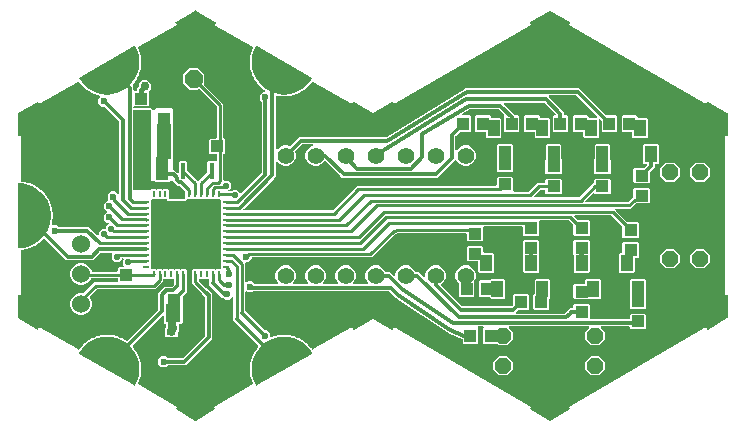
<source format=gbr>
G04 EAGLE Gerber RS-274X export*
G75*
%MOMM*%
%FSLAX34Y34*%
%LPD*%
%INBottom Copper*%
%IPPOS*%
%AMOC8*
5,1,8,0,0,1.08239X$1,22.5*%
G01*
%ADD10R,0.400000X1.399997*%
%ADD11C,1.000000*%
%ADD12R,1.000000X1.400000*%
%ADD13C,1.422400*%
%ADD14R,0.254000X0.550000*%
%ADD15R,0.550000X0.254000*%
%ADD16R,5.600000X5.600000*%
%ADD17P,1.649562X8X22.500000*%
%ADD18P,1.429621X8X202.500000*%
%ADD19P,1.429621X8X112.500000*%
%ADD20R,1.100000X1.000000*%
%ADD21R,1.000000X1.100000*%
%ADD22R,1.300000X1.500000*%
%ADD23C,1.524000*%
%ADD24R,0.800000X0.500000*%
%ADD25C,0.254000*%
%ADD26C,0.304800*%
%ADD27C,0.406400*%
%ADD28C,0.750000*%
%ADD29C,0.609600*%
%ADD30C,0.600000*%
%ADD31C,0.508000*%
%ADD32C,0.152400*%
%ADD33C,0.550000*%

G36*
X150791Y-86377D02*
X150791Y-86377D01*
X150868Y-86378D01*
X150892Y-86369D01*
X150913Y-86367D01*
X150952Y-86347D01*
X151024Y-86320D01*
X167524Y-76820D01*
X167546Y-76801D01*
X167572Y-76789D01*
X167606Y-76751D01*
X167609Y-76749D01*
X167612Y-76745D01*
X167620Y-76736D01*
X167673Y-76689D01*
X167686Y-76663D01*
X167705Y-76641D01*
X167728Y-76574D01*
X167759Y-76509D01*
X167761Y-76480D01*
X167770Y-76453D01*
X167765Y-76382D01*
X167768Y-76311D01*
X167758Y-76284D01*
X167756Y-76255D01*
X167714Y-76164D01*
X167699Y-76124D01*
X167692Y-76116D01*
X167686Y-76104D01*
X166556Y-74467D01*
X282992Y-7244D01*
X283824Y-9001D01*
X283841Y-9024D01*
X283851Y-9051D01*
X283900Y-9103D01*
X283943Y-9160D01*
X283968Y-9175D01*
X283987Y-9195D01*
X284053Y-9224D01*
X284115Y-9260D01*
X284143Y-9264D01*
X284169Y-9275D01*
X284241Y-9276D01*
X284312Y-9285D01*
X284339Y-9278D01*
X284368Y-9278D01*
X284463Y-9243D01*
X284503Y-9232D01*
X284512Y-9225D01*
X284524Y-9220D01*
X301024Y280D01*
X301083Y331D01*
X301145Y377D01*
X301156Y397D01*
X301173Y411D01*
X301207Y482D01*
X301247Y548D01*
X301251Y573D01*
X301259Y591D01*
X301261Y635D01*
X301274Y713D01*
X301274Y19713D01*
X301269Y19740D01*
X301271Y19769D01*
X301249Y19837D01*
X301235Y19907D01*
X301219Y19931D01*
X301210Y19958D01*
X301163Y20012D01*
X301122Y20071D01*
X301098Y20087D01*
X301080Y20108D01*
X301015Y20140D01*
X300955Y20178D01*
X300927Y20183D01*
X300901Y20196D01*
X300800Y20205D01*
X300758Y20211D01*
X300748Y20209D01*
X300735Y20210D01*
X298774Y20054D01*
X298774Y154571D01*
X300735Y154415D01*
X300764Y154418D01*
X300792Y154414D01*
X300861Y154430D01*
X300933Y154439D01*
X300957Y154453D01*
X300985Y154460D01*
X301043Y154502D01*
X301105Y154538D01*
X301122Y154561D01*
X301145Y154577D01*
X301182Y154639D01*
X301225Y154697D01*
X301232Y154724D01*
X301247Y154748D01*
X301263Y154849D01*
X301274Y154889D01*
X301272Y154900D01*
X301274Y154913D01*
X301274Y173913D01*
X301259Y173989D01*
X301250Y174066D01*
X301239Y174086D01*
X301235Y174107D01*
X301191Y174172D01*
X301152Y174239D01*
X301133Y174255D01*
X301122Y174271D01*
X301084Y174295D01*
X301024Y174345D01*
X284524Y183845D01*
X284497Y183854D01*
X284473Y183871D01*
X284403Y183885D01*
X284335Y183908D01*
X284307Y183906D01*
X284279Y183912D01*
X284209Y183898D01*
X284137Y183892D01*
X284112Y183879D01*
X284084Y183874D01*
X284024Y183834D01*
X283961Y183801D01*
X283943Y183778D01*
X283919Y183762D01*
X283861Y183680D01*
X283834Y183647D01*
X283831Y183637D01*
X283824Y183626D01*
X282992Y181869D01*
X166556Y249092D01*
X167686Y250729D01*
X167697Y250756D01*
X167716Y250778D01*
X167736Y250846D01*
X167764Y250912D01*
X167764Y250941D01*
X167772Y250968D01*
X167764Y251040D01*
X167765Y251111D01*
X167753Y251137D01*
X167750Y251166D01*
X167715Y251228D01*
X167687Y251294D01*
X167667Y251314D01*
X167652Y251339D01*
X167575Y251403D01*
X167545Y251433D01*
X167535Y251437D01*
X167524Y251445D01*
X151024Y260945D01*
X150951Y260969D01*
X150881Y261000D01*
X150857Y261001D01*
X150835Y261008D01*
X150759Y261002D01*
X150682Y261003D01*
X150658Y260994D01*
X150637Y260992D01*
X150598Y260972D01*
X150526Y260945D01*
X134026Y251445D01*
X134004Y251426D01*
X133978Y251414D01*
X133930Y251361D01*
X133877Y251314D01*
X133864Y251288D01*
X133845Y251266D01*
X133822Y251199D01*
X133791Y251134D01*
X133790Y251105D01*
X133780Y251078D01*
X133785Y251007D01*
X133782Y250936D01*
X133792Y250909D01*
X133794Y250880D01*
X133836Y250789D01*
X133851Y250749D01*
X133858Y250741D01*
X133864Y250729D01*
X134994Y249092D01*
X18554Y181867D01*
X17727Y183625D01*
X17709Y183648D01*
X17699Y183676D01*
X17650Y183728D01*
X17608Y183785D01*
X17583Y183799D01*
X17563Y183820D01*
X17498Y183849D01*
X17436Y183885D01*
X17407Y183889D01*
X17381Y183900D01*
X17310Y183901D01*
X17239Y183910D01*
X17211Y183903D01*
X17182Y183903D01*
X17089Y183868D01*
X17048Y183857D01*
X17039Y183850D01*
X17026Y183845D01*
X775Y174489D01*
X-15476Y183845D01*
X-15504Y183854D01*
X-15528Y183871D01*
X-15597Y183886D01*
X-15665Y183908D01*
X-15694Y183906D01*
X-15722Y183912D01*
X-15792Y183898D01*
X-15863Y183892D01*
X-15889Y183879D01*
X-15917Y183873D01*
X-15976Y183833D01*
X-16039Y183801D01*
X-16058Y183778D01*
X-16082Y183762D01*
X-16139Y183680D01*
X-16166Y183647D01*
X-16169Y183636D01*
X-16177Y183625D01*
X-17004Y181867D01*
X-49589Y200679D01*
X-49697Y200720D01*
X-49802Y200763D01*
X-49811Y200763D01*
X-49819Y200766D01*
X-49933Y200770D01*
X-50048Y200777D01*
X-50056Y200775D01*
X-50065Y200775D01*
X-50175Y200743D01*
X-50285Y200713D01*
X-50292Y200708D01*
X-50301Y200705D01*
X-50395Y200639D01*
X-50490Y200576D01*
X-50496Y200568D01*
X-50502Y200564D01*
X-50516Y200546D01*
X-50599Y200449D01*
X-50800Y200154D01*
X-50800Y200153D01*
X-50909Y199993D01*
X-50924Y199962D01*
X-50945Y199935D01*
X-50975Y199851D01*
X-51013Y199770D01*
X-51017Y199736D01*
X-51028Y199703D01*
X-51034Y199624D01*
X-51472Y199152D01*
X-51490Y199125D01*
X-51543Y199063D01*
X-51837Y198631D01*
X-51903Y198534D01*
X-51968Y198503D01*
X-52052Y198473D01*
X-52079Y198451D01*
X-52110Y198436D01*
X-52237Y198327D01*
X-53736Y196711D01*
X-53755Y196682D01*
X-53780Y196658D01*
X-53823Y196580D01*
X-53872Y196506D01*
X-53881Y196472D01*
X-53897Y196441D01*
X-53915Y196364D01*
X-54418Y195963D01*
X-54440Y195938D01*
X-54501Y195885D01*
X-54937Y195416D01*
X-55005Y195395D01*
X-55092Y195377D01*
X-55122Y195360D01*
X-55156Y195350D01*
X-55297Y195261D01*
X-57020Y193886D01*
X-57044Y193860D01*
X-57072Y193840D01*
X-57126Y193769D01*
X-57185Y193703D01*
X-57199Y193671D01*
X-57220Y193644D01*
X-57249Y193570D01*
X-57806Y193248D01*
X-57832Y193227D01*
X-57900Y193184D01*
X-58401Y192784D01*
X-58471Y192774D01*
X-58560Y192770D01*
X-58593Y192757D01*
X-58627Y192752D01*
X-58781Y192685D01*
X-60689Y191582D01*
X-60716Y191560D01*
X-60747Y191545D01*
X-60811Y191483D01*
X-60879Y191426D01*
X-60898Y191397D01*
X-60923Y191373D01*
X-60962Y191304D01*
X-61561Y191068D01*
X-61590Y191052D01*
X-61664Y191019D01*
X-62218Y190699D01*
X-62290Y190699D01*
X-62378Y190708D01*
X-62412Y190700D01*
X-62447Y190701D01*
X-62609Y190657D01*
X-64660Y189851D01*
X-64690Y189833D01*
X-64723Y189823D01*
X-64795Y189771D01*
X-64872Y189725D01*
X-64894Y189699D01*
X-64922Y189679D01*
X-64972Y189616D01*
X-65599Y189473D01*
X-65630Y189460D01*
X-65708Y189439D01*
X-66304Y189205D01*
X-66375Y189217D01*
X-66461Y189238D01*
X-66496Y189236D01*
X-66530Y189241D01*
X-66696Y189222D01*
X-68845Y188731D01*
X-68877Y188718D01*
X-68912Y188713D01*
X-68991Y188672D01*
X-69073Y188638D01*
X-69099Y188616D01*
X-69130Y188600D01*
X-69188Y188545D01*
X-69830Y188497D01*
X-69862Y188489D01*
X-69942Y188480D01*
X-70567Y188337D01*
X-70635Y188359D01*
X-70717Y188394D01*
X-70752Y188396D01*
X-70785Y188407D01*
X-70952Y188413D01*
X-73150Y188247D01*
X-73184Y188239D01*
X-73219Y188239D01*
X-73303Y188210D01*
X-73389Y188189D01*
X-73419Y188171D01*
X-73451Y188160D01*
X-73517Y188115D01*
X-74159Y188163D01*
X-74192Y188160D01*
X-74273Y188163D01*
X-74911Y188115D01*
X-74976Y188147D01*
X-75051Y188193D01*
X-75085Y188200D01*
X-75116Y188216D01*
X-75281Y188247D01*
X-77479Y188411D01*
X-77514Y188408D01*
X-77548Y188413D01*
X-77636Y188397D01*
X-77724Y188389D01*
X-77756Y188375D01*
X-77790Y188369D01*
X-77862Y188334D01*
X-78489Y188477D01*
X-78522Y188479D01*
X-78602Y188494D01*
X-79240Y188542D01*
X-79299Y188583D01*
X-79367Y188640D01*
X-79400Y188653D01*
X-79428Y188672D01*
X-79587Y188728D01*
X-80158Y188858D01*
X-80263Y188864D01*
X-80367Y188876D01*
X-80385Y188872D01*
X-80404Y188873D01*
X-80505Y188846D01*
X-80607Y188824D01*
X-80623Y188814D01*
X-80641Y188809D01*
X-80729Y188751D01*
X-80818Y188697D01*
X-80831Y188683D01*
X-80846Y188673D01*
X-80910Y188590D01*
X-80978Y188511D01*
X-80985Y188493D01*
X-80997Y188478D01*
X-81031Y188380D01*
X-81070Y188282D01*
X-81073Y188260D01*
X-81078Y188246D01*
X-81078Y188214D01*
X-81089Y188116D01*
X-81089Y144101D01*
X-81077Y144030D01*
X-81075Y143958D01*
X-81057Y143909D01*
X-81049Y143858D01*
X-81015Y143795D01*
X-80991Y143727D01*
X-80958Y143687D01*
X-80934Y143641D01*
X-80882Y143591D01*
X-80837Y143535D01*
X-80793Y143507D01*
X-80756Y143471D01*
X-80691Y143441D01*
X-80630Y143402D01*
X-80580Y143390D01*
X-80533Y143368D01*
X-80461Y143360D01*
X-80392Y143342D01*
X-80340Y143346D01*
X-80288Y143341D01*
X-80218Y143356D01*
X-80147Y143361D01*
X-80099Y143382D01*
X-80048Y143393D01*
X-79986Y143430D01*
X-79920Y143458D01*
X-79864Y143502D01*
X-79837Y143519D01*
X-79821Y143537D01*
X-79789Y143562D01*
X-77917Y145434D01*
X-74743Y146749D01*
X-71307Y146749D01*
X-69933Y146180D01*
X-69820Y146154D01*
X-69706Y146125D01*
X-69700Y146126D01*
X-69694Y146124D01*
X-69577Y146135D01*
X-69461Y146144D01*
X-69455Y146147D01*
X-69449Y146147D01*
X-69342Y146195D01*
X-69235Y146240D01*
X-69229Y146245D01*
X-69224Y146247D01*
X-69211Y146260D01*
X-69104Y146345D01*
X-63597Y151852D01*
X-61588Y153861D01*
X12213Y153861D01*
X12215Y153862D01*
X12217Y153861D01*
X12340Y153882D01*
X12456Y153901D01*
X12458Y153902D01*
X12460Y153902D01*
X12612Y153974D01*
X78531Y194450D01*
X78535Y194454D01*
X78540Y194456D01*
X78671Y194561D01*
X79246Y195136D01*
X79433Y195136D01*
X79435Y195137D01*
X79437Y195136D01*
X79559Y195157D01*
X79675Y195176D01*
X79677Y195177D01*
X79679Y195177D01*
X79831Y195249D01*
X79990Y195346D01*
X80781Y195157D01*
X80786Y195157D01*
X80791Y195155D01*
X80958Y195136D01*
X175766Y195136D01*
X198554Y172348D01*
X198628Y172295D01*
X198698Y172235D01*
X198728Y172223D01*
X198754Y172204D01*
X198841Y172177D01*
X198926Y172143D01*
X198967Y172139D01*
X198989Y172132D01*
X199021Y172133D01*
X199093Y172125D01*
X206682Y172125D01*
X207575Y171232D01*
X207575Y158968D01*
X206682Y158075D01*
X195418Y158075D01*
X194525Y158968D01*
X194525Y167438D01*
X194511Y167528D01*
X194503Y167619D01*
X194491Y167649D01*
X194486Y167681D01*
X194443Y167762D01*
X194407Y167846D01*
X194381Y167878D01*
X194370Y167898D01*
X194347Y167921D01*
X194302Y167977D01*
X193562Y168717D01*
X193504Y168759D01*
X193452Y168808D01*
X193404Y168830D01*
X193362Y168861D01*
X193294Y168882D01*
X193228Y168912D01*
X193177Y168918D01*
X193127Y168933D01*
X193055Y168931D01*
X192984Y168939D01*
X192933Y168928D01*
X192881Y168927D01*
X192814Y168902D01*
X192744Y168887D01*
X192699Y168860D01*
X192650Y168842D01*
X192594Y168797D01*
X192533Y168761D01*
X192499Y168721D01*
X192458Y168688D01*
X192419Y168628D01*
X192373Y168574D01*
X192353Y168525D01*
X192325Y168482D01*
X192308Y168412D01*
X192281Y168345D01*
X192273Y168274D01*
X192265Y168243D01*
X192267Y168220D01*
X192262Y168179D01*
X192262Y154181D01*
X191369Y153288D01*
X180106Y153288D01*
X179213Y154181D01*
X179213Y157314D01*
X179210Y157334D01*
X179212Y157353D01*
X179190Y157455D01*
X179173Y157557D01*
X179164Y157574D01*
X179159Y157594D01*
X179106Y157683D01*
X179058Y157774D01*
X179044Y157788D01*
X179033Y157805D01*
X178955Y157872D01*
X178880Y157944D01*
X178862Y157952D01*
X178846Y157965D01*
X178750Y158004D01*
X178657Y158047D01*
X178637Y158049D01*
X178618Y158057D01*
X178452Y158075D01*
X171143Y158075D01*
X170250Y158968D01*
X170250Y171232D01*
X171143Y172125D01*
X182407Y172125D01*
X183300Y171232D01*
X183300Y171098D01*
X183303Y171079D01*
X183301Y171059D01*
X183323Y170958D01*
X183339Y170856D01*
X183349Y170838D01*
X183353Y170819D01*
X183406Y170729D01*
X183455Y170638D01*
X183469Y170625D01*
X183479Y170608D01*
X183558Y170540D01*
X183633Y170469D01*
X183651Y170461D01*
X183666Y170448D01*
X183762Y170409D01*
X183856Y170365D01*
X183876Y170363D01*
X183894Y170356D01*
X184061Y170337D01*
X190104Y170337D01*
X190174Y170349D01*
X190246Y170351D01*
X190295Y170369D01*
X190347Y170377D01*
X190410Y170411D01*
X190477Y170435D01*
X190518Y170468D01*
X190564Y170492D01*
X190613Y170544D01*
X190669Y170589D01*
X190697Y170633D01*
X190733Y170670D01*
X190763Y170735D01*
X190802Y170796D01*
X190815Y170846D01*
X190837Y170893D01*
X190845Y170965D01*
X190862Y171034D01*
X190858Y171086D01*
X190864Y171138D01*
X190849Y171208D01*
X190843Y171279D01*
X190823Y171327D01*
X190812Y171378D01*
X190775Y171440D01*
X190747Y171506D01*
X190702Y171562D01*
X190686Y171589D01*
X190668Y171605D01*
X190642Y171637D01*
X173463Y188816D01*
X173389Y188869D01*
X173320Y188928D01*
X173289Y188941D01*
X173263Y188959D01*
X173176Y188986D01*
X173091Y189020D01*
X173050Y189025D01*
X173028Y189032D01*
X172996Y189031D01*
X172925Y189039D01*
X150486Y189039D01*
X150415Y189027D01*
X150343Y189025D01*
X150294Y189007D01*
X150243Y188999D01*
X150180Y188965D01*
X150112Y188941D01*
X150072Y188908D01*
X150025Y188884D01*
X149976Y188832D01*
X149920Y188787D01*
X149892Y188743D01*
X149856Y188706D01*
X149826Y188641D01*
X149787Y188580D01*
X149774Y188530D01*
X149752Y188483D01*
X149745Y188411D01*
X149727Y188342D01*
X149731Y188290D01*
X149725Y188238D01*
X149741Y188168D01*
X149746Y188097D01*
X149767Y188049D01*
X149778Y187998D01*
X149814Y187936D01*
X149843Y187870D01*
X149887Y187814D01*
X149904Y187787D01*
X149922Y187771D01*
X149947Y187739D01*
X150909Y186777D01*
X162824Y174863D01*
X162824Y172886D01*
X162827Y172866D01*
X162825Y172847D01*
X162847Y172745D01*
X162863Y172643D01*
X162873Y172626D01*
X162877Y172606D01*
X162930Y172517D01*
X162979Y172426D01*
X162993Y172412D01*
X163003Y172395D01*
X163082Y172328D01*
X163157Y172256D01*
X163175Y172248D01*
X163190Y172235D01*
X163286Y172196D01*
X163380Y172153D01*
X163400Y172151D01*
X163418Y172143D01*
X163585Y172125D01*
X165407Y172125D01*
X166300Y171232D01*
X166300Y158968D01*
X165407Y158075D01*
X154143Y158075D01*
X153250Y158968D01*
X153250Y171232D01*
X154143Y172125D01*
X155101Y172125D01*
X155172Y172136D01*
X155243Y172138D01*
X155292Y172156D01*
X155344Y172164D01*
X155407Y172198D01*
X155474Y172223D01*
X155515Y172255D01*
X155561Y172280D01*
X155610Y172332D01*
X155666Y172376D01*
X155695Y172420D01*
X155730Y172458D01*
X155761Y172523D01*
X155799Y172583D01*
X155812Y172634D01*
X155834Y172681D01*
X155842Y172752D01*
X155859Y172822D01*
X155855Y172874D01*
X155861Y172925D01*
X155846Y172996D01*
X155840Y173067D01*
X155820Y173115D01*
X155809Y173166D01*
X155772Y173227D01*
X155744Y173293D01*
X155699Y173349D01*
X155683Y173377D01*
X155665Y173392D01*
X155639Y173424D01*
X146598Y182466D01*
X146524Y182519D01*
X146454Y182578D01*
X146424Y182591D01*
X146398Y182609D01*
X146311Y182636D01*
X146226Y182670D01*
X146185Y182675D01*
X146163Y182682D01*
X146131Y182681D01*
X146059Y182689D01*
X112386Y182689D01*
X112315Y182677D01*
X112243Y182675D01*
X112194Y182657D01*
X112143Y182649D01*
X112080Y182615D01*
X112012Y182591D01*
X111972Y182558D01*
X111925Y182534D01*
X111876Y182482D01*
X111820Y182437D01*
X111792Y182393D01*
X111756Y182356D01*
X111726Y182291D01*
X111687Y182230D01*
X111674Y182180D01*
X111652Y182133D01*
X111645Y182061D01*
X111627Y181992D01*
X111631Y181940D01*
X111625Y181888D01*
X111641Y181818D01*
X111646Y181747D01*
X111667Y181699D01*
X111678Y181648D01*
X111714Y181586D01*
X111743Y181520D01*
X111787Y181464D01*
X111804Y181437D01*
X111822Y181421D01*
X111847Y181389D01*
X120889Y172348D01*
X120963Y172295D01*
X121032Y172235D01*
X121062Y172223D01*
X121089Y172204D01*
X121176Y172177D01*
X121260Y172143D01*
X121301Y172139D01*
X121324Y172132D01*
X121356Y172133D01*
X121427Y172125D01*
X124132Y172125D01*
X125025Y171232D01*
X125025Y158968D01*
X124132Y158075D01*
X112868Y158075D01*
X111975Y158968D01*
X111975Y171232D01*
X112140Y171397D01*
X112152Y171413D01*
X112167Y171425D01*
X112224Y171512D01*
X112284Y171596D01*
X112290Y171615D01*
X112300Y171632D01*
X112326Y171732D01*
X112356Y171831D01*
X112356Y171851D01*
X112361Y171871D01*
X112353Y171974D01*
X112350Y172077D01*
X112343Y172096D01*
X112341Y172116D01*
X112301Y172211D01*
X112265Y172308D01*
X112253Y172324D01*
X112245Y172342D01*
X112140Y172473D01*
X107436Y177178D01*
X107362Y177231D01*
X107292Y177290D01*
X107262Y177302D01*
X107236Y177321D01*
X107149Y177348D01*
X107064Y177382D01*
X107023Y177387D01*
X107001Y177394D01*
X106969Y177393D01*
X106897Y177401D01*
X83135Y177401D01*
X83134Y177401D01*
X83133Y177401D01*
X83013Y177381D01*
X82892Y177361D01*
X82891Y177361D01*
X82890Y177360D01*
X82738Y177289D01*
X76587Y173536D01*
X76558Y173511D01*
X76523Y173492D01*
X76465Y173431D01*
X76401Y173375D01*
X76381Y173342D01*
X76354Y173314D01*
X76318Y173237D01*
X76275Y173164D01*
X76267Y173126D01*
X76250Y173091D01*
X76241Y173006D01*
X76223Y172924D01*
X76228Y172885D01*
X76223Y172847D01*
X76241Y172763D01*
X76251Y172679D01*
X76267Y172644D01*
X76276Y172606D01*
X76319Y172533D01*
X76355Y172456D01*
X76382Y172428D01*
X76402Y172395D01*
X76466Y172340D01*
X76525Y172278D01*
X76559Y172260D01*
X76589Y172235D01*
X76668Y172203D01*
X76743Y172164D01*
X76781Y172158D01*
X76817Y172143D01*
X76984Y172125D01*
X82857Y172125D01*
X83750Y171232D01*
X83750Y158968D01*
X82857Y158075D01*
X74827Y158075D01*
X74737Y158061D01*
X74646Y158053D01*
X74616Y158041D01*
X74584Y158036D01*
X74504Y157993D01*
X74420Y157957D01*
X74388Y157931D01*
X74367Y157920D01*
X74345Y157897D01*
X74289Y157852D01*
X70972Y154535D01*
X70919Y154461D01*
X70859Y154392D01*
X70847Y154362D01*
X70828Y154335D01*
X70801Y154248D01*
X70767Y154164D01*
X70763Y154123D01*
X70756Y154100D01*
X70757Y154068D01*
X70749Y153997D01*
X70749Y143538D01*
X70760Y143468D01*
X70762Y143396D01*
X70780Y143347D01*
X70788Y143295D01*
X70822Y143232D01*
X70847Y143165D01*
X70879Y143124D01*
X70904Y143078D01*
X70956Y143029D01*
X71000Y142973D01*
X71044Y142945D01*
X71082Y142909D01*
X71147Y142879D01*
X71207Y142840D01*
X71258Y142827D01*
X71305Y142805D01*
X71376Y142797D01*
X71446Y142780D01*
X71498Y142784D01*
X71549Y142778D01*
X71620Y142793D01*
X71691Y142799D01*
X71739Y142819D01*
X71790Y142830D01*
X71851Y142867D01*
X71917Y142895D01*
X71973Y142940D01*
X72001Y142956D01*
X72016Y142974D01*
X72048Y143000D01*
X74483Y145434D01*
X77657Y146749D01*
X81093Y146749D01*
X84267Y145434D01*
X86697Y143005D01*
X88012Y139830D01*
X88012Y136395D01*
X86697Y133220D01*
X84267Y130791D01*
X81093Y129476D01*
X77657Y129476D01*
X74483Y130791D01*
X72053Y133220D01*
X71697Y134079D01*
X71673Y134118D01*
X71657Y134161D01*
X71609Y134222D01*
X71568Y134288D01*
X71532Y134317D01*
X71504Y134353D01*
X71438Y134395D01*
X71378Y134445D01*
X71336Y134461D01*
X71297Y134486D01*
X71221Y134505D01*
X71149Y134533D01*
X71103Y134535D01*
X71058Y134546D01*
X70981Y134540D01*
X70903Y134543D01*
X70859Y134531D01*
X70813Y134527D01*
X70742Y134497D01*
X70667Y134475D01*
X70629Y134449D01*
X70587Y134431D01*
X70480Y134345D01*
X70465Y134335D01*
X70462Y134331D01*
X70456Y134326D01*
X57346Y121216D01*
X55337Y119207D01*
X-25093Y119207D01*
X-27102Y121215D01*
X-27102Y121216D01*
X-39167Y133280D01*
X-39183Y133292D01*
X-39195Y133307D01*
X-39260Y133349D01*
X-39304Y133386D01*
X-39328Y133396D01*
X-39366Y133424D01*
X-39385Y133429D01*
X-39402Y133440D01*
X-39497Y133464D01*
X-39532Y133478D01*
X-39551Y133480D01*
X-39601Y133496D01*
X-39621Y133495D01*
X-39641Y133500D01*
X-39694Y133496D01*
X-39699Y133497D01*
X-39711Y133497D01*
X-39733Y133493D01*
X-39744Y133492D01*
X-39847Y133490D01*
X-39866Y133483D01*
X-39886Y133481D01*
X-39936Y133460D01*
X-39954Y133457D01*
X-39993Y133436D01*
X-40078Y133405D01*
X-40094Y133393D01*
X-40112Y133385D01*
X-40155Y133350D01*
X-40171Y133342D01*
X-40189Y133324D01*
X-40243Y133280D01*
X-42733Y130791D01*
X-45907Y129476D01*
X-49343Y129476D01*
X-52517Y130791D01*
X-54947Y133220D01*
X-56262Y136395D01*
X-56262Y139830D01*
X-54947Y143005D01*
X-52517Y145434D01*
X-50429Y146299D01*
X-50346Y146351D01*
X-50261Y146396D01*
X-50243Y146415D01*
X-50220Y146429D01*
X-50158Y146504D01*
X-50091Y146574D01*
X-50080Y146598D01*
X-50063Y146618D01*
X-50029Y146709D01*
X-49988Y146798D01*
X-49985Y146824D01*
X-49975Y146848D01*
X-49971Y146945D01*
X-49960Y147042D01*
X-49966Y147067D01*
X-49965Y147094D01*
X-49992Y147187D01*
X-50013Y147282D01*
X-50026Y147305D01*
X-50033Y147330D01*
X-50089Y147410D01*
X-50139Y147493D01*
X-50159Y147510D01*
X-50174Y147532D01*
X-50252Y147590D01*
X-50326Y147653D01*
X-50350Y147663D01*
X-50371Y147679D01*
X-50464Y147709D01*
X-50554Y147745D01*
X-50586Y147749D01*
X-50605Y147755D01*
X-50638Y147755D01*
X-50721Y147764D01*
X-58747Y147764D01*
X-58837Y147749D01*
X-58928Y147742D01*
X-58958Y147729D01*
X-58990Y147724D01*
X-59070Y147681D01*
X-59154Y147646D01*
X-59186Y147620D01*
X-59207Y147609D01*
X-59229Y147586D01*
X-59285Y147541D01*
X-64792Y142034D01*
X-64860Y141940D01*
X-64930Y141845D01*
X-64932Y141839D01*
X-64936Y141834D01*
X-64970Y141723D01*
X-65006Y141611D01*
X-65006Y141605D01*
X-65008Y141599D01*
X-65005Y141482D01*
X-65004Y141365D01*
X-65002Y141358D01*
X-65002Y141353D01*
X-64995Y141335D01*
X-64957Y141204D01*
X-64388Y139830D01*
X-64388Y136395D01*
X-65703Y133220D01*
X-68133Y130791D01*
X-71307Y129476D01*
X-74743Y129476D01*
X-77917Y130791D01*
X-79789Y132663D01*
X-79847Y132704D01*
X-79899Y132754D01*
X-79947Y132776D01*
X-79989Y132806D01*
X-80057Y132827D01*
X-80123Y132857D01*
X-80174Y132863D01*
X-80224Y132878D01*
X-80296Y132877D01*
X-80367Y132884D01*
X-80418Y132873D01*
X-80470Y132872D01*
X-80537Y132847D01*
X-80607Y132832D01*
X-80652Y132806D01*
X-80701Y132788D01*
X-80757Y132743D01*
X-80818Y132706D01*
X-80852Y132666D01*
X-80893Y132634D01*
X-80932Y132574D01*
X-80978Y132519D01*
X-80998Y132471D01*
X-81026Y132427D01*
X-81043Y132358D01*
X-81070Y132291D01*
X-81078Y132220D01*
X-81086Y132188D01*
X-81084Y132165D01*
X-81089Y132124D01*
X-81089Y120423D01*
X-83098Y118414D01*
X-108517Y92994D01*
X-108559Y92936D01*
X-108609Y92884D01*
X-108631Y92837D01*
X-108661Y92795D01*
X-108682Y92726D01*
X-108712Y92661D01*
X-108718Y92609D01*
X-108733Y92559D01*
X-108731Y92488D01*
X-108739Y92417D01*
X-108728Y92366D01*
X-108727Y92314D01*
X-108702Y92246D01*
X-108687Y92176D01*
X-108660Y92131D01*
X-108642Y92083D01*
X-108598Y92027D01*
X-108561Y91965D01*
X-108521Y91931D01*
X-108489Y91891D01*
X-108428Y91852D01*
X-108374Y91805D01*
X-108326Y91786D01*
X-108282Y91758D01*
X-108212Y91740D01*
X-108146Y91713D01*
X-108074Y91705D01*
X-108043Y91697D01*
X-108020Y91699D01*
X-107979Y91695D01*
X-33785Y91695D01*
X-33695Y91709D01*
X-33604Y91717D01*
X-33575Y91729D01*
X-33543Y91734D01*
X-33462Y91777D01*
X-33378Y91813D01*
X-33346Y91839D01*
X-33325Y91850D01*
X-33303Y91873D01*
X-33247Y91918D01*
X-12623Y112541D01*
X104927Y112541D01*
X104946Y112545D01*
X104966Y112542D01*
X105067Y112564D01*
X105169Y112581D01*
X105187Y112590D01*
X105206Y112595D01*
X105295Y112648D01*
X105387Y112696D01*
X105400Y112711D01*
X105417Y112721D01*
X105485Y112800D01*
X105556Y112875D01*
X105564Y112893D01*
X105577Y112908D01*
X105616Y113004D01*
X105660Y113098D01*
X105662Y113117D01*
X105669Y113136D01*
X105688Y113303D01*
X105688Y119369D01*
X106581Y120262D01*
X118844Y120262D01*
X119737Y119369D01*
X119737Y108331D01*
X119740Y108311D01*
X119738Y108292D01*
X119760Y108190D01*
X119777Y108088D01*
X119786Y108071D01*
X119791Y108051D01*
X119844Y107962D01*
X119892Y107871D01*
X119906Y107857D01*
X119917Y107840D01*
X119995Y107773D01*
X120070Y107701D01*
X120088Y107693D01*
X120104Y107680D01*
X120200Y107641D01*
X120293Y107598D01*
X120313Y107596D01*
X120332Y107588D01*
X120498Y107570D01*
X132440Y107570D01*
X132530Y107584D01*
X132621Y107592D01*
X132650Y107604D01*
X132682Y107609D01*
X132763Y107652D01*
X132847Y107688D01*
X132879Y107714D01*
X132900Y107725D01*
X132922Y107748D01*
X132978Y107793D01*
X140130Y114945D01*
X146202Y114945D01*
X146221Y114948D01*
X146241Y114946D01*
X146342Y114968D01*
X146444Y114984D01*
X146462Y114994D01*
X146481Y114998D01*
X146570Y115051D01*
X146662Y115100D01*
X146675Y115114D01*
X146692Y115124D01*
X146760Y115203D01*
X146831Y115278D01*
X146839Y115296D01*
X146852Y115311D01*
X146891Y115407D01*
X146935Y115501D01*
X146937Y115521D01*
X146944Y115539D01*
X146963Y115706D01*
X146963Y117782D01*
X147856Y118675D01*
X160119Y118675D01*
X161012Y117782D01*
X161012Y106518D01*
X160119Y105625D01*
X147856Y105625D01*
X146963Y106518D01*
X146963Y108594D01*
X146960Y108614D01*
X146962Y108633D01*
X146940Y108735D01*
X146923Y108837D01*
X146914Y108854D01*
X146909Y108874D01*
X146856Y108963D01*
X146808Y109054D01*
X146794Y109068D01*
X146783Y109085D01*
X146705Y109152D01*
X146630Y109224D01*
X146612Y109232D01*
X146596Y109245D01*
X146500Y109284D01*
X146407Y109327D01*
X146387Y109329D01*
X146368Y109337D01*
X146202Y109355D01*
X142760Y109355D01*
X142670Y109341D01*
X142579Y109333D01*
X142550Y109321D01*
X142518Y109316D01*
X142437Y109273D01*
X142353Y109237D01*
X142321Y109211D01*
X142300Y109200D01*
X142278Y109177D01*
X142222Y109132D01*
X137197Y104107D01*
X137155Y104049D01*
X137105Y103997D01*
X137083Y103949D01*
X137053Y103907D01*
X137032Y103839D01*
X137002Y103773D01*
X136996Y103722D01*
X136981Y103672D01*
X136983Y103600D01*
X136975Y103529D01*
X136986Y103478D01*
X136987Y103426D01*
X137012Y103359D01*
X137027Y103289D01*
X137054Y103244D01*
X137072Y103195D01*
X137116Y103139D01*
X137153Y103078D01*
X137193Y103044D01*
X137225Y103003D01*
X137286Y102964D01*
X137340Y102918D01*
X137388Y102898D01*
X137432Y102870D01*
X137502Y102853D01*
X137568Y102826D01*
X137640Y102818D01*
X137671Y102810D01*
X137694Y102812D01*
X137735Y102807D01*
X175302Y102807D01*
X175392Y102822D01*
X175483Y102829D01*
X175513Y102842D01*
X175545Y102847D01*
X175625Y102890D01*
X175709Y102925D01*
X175741Y102951D01*
X175762Y102962D01*
X175784Y102985D01*
X175840Y103030D01*
X187879Y115069D01*
X187937Y115100D01*
X187950Y115114D01*
X187967Y115124D01*
X188035Y115203D01*
X188106Y115278D01*
X188114Y115296D01*
X188127Y115311D01*
X188166Y115407D01*
X188210Y115501D01*
X188212Y115521D01*
X188219Y115539D01*
X188238Y115706D01*
X188238Y117782D01*
X189131Y118675D01*
X201394Y118675D01*
X202287Y117782D01*
X202287Y106518D01*
X201394Y105625D01*
X189131Y105625D01*
X188274Y106482D01*
X188258Y106494D01*
X188245Y106510D01*
X188158Y106566D01*
X188074Y106626D01*
X188055Y106632D01*
X188038Y106643D01*
X187938Y106668D01*
X187839Y106698D01*
X187819Y106698D01*
X187800Y106703D01*
X187697Y106695D01*
X187593Y106692D01*
X187574Y106685D01*
X187555Y106684D01*
X187460Y106643D01*
X187362Y106607D01*
X187346Y106595D01*
X187328Y106587D01*
X187197Y106482D01*
X180745Y100030D01*
X180703Y99972D01*
X180654Y99920D01*
X180632Y99873D01*
X180602Y99831D01*
X180581Y99762D01*
X180550Y99697D01*
X180545Y99645D01*
X180529Y99596D01*
X180531Y99524D01*
X180523Y99453D01*
X180534Y99402D01*
X180536Y99350D01*
X180560Y99282D01*
X180576Y99212D01*
X180602Y99168D01*
X180620Y99119D01*
X180665Y99063D01*
X180702Y99001D01*
X180741Y98967D01*
X180774Y98927D01*
X180834Y98888D01*
X180889Y98841D01*
X180937Y98822D01*
X180981Y98794D01*
X181050Y98776D01*
X181117Y98749D01*
X181188Y98741D01*
X181219Y98734D01*
X181243Y98735D01*
X181283Y98731D01*
X216217Y98731D01*
X216283Y98742D01*
X216349Y98742D01*
X216403Y98761D01*
X216460Y98771D01*
X216519Y98802D01*
X216581Y98823D01*
X216648Y98870D01*
X216678Y98886D01*
X216691Y98900D01*
X216719Y98919D01*
X221315Y102941D01*
X221389Y103030D01*
X221465Y103119D01*
X221467Y103126D01*
X221472Y103131D01*
X221513Y103238D01*
X221557Y103347D01*
X221558Y103356D01*
X221560Y103361D01*
X221560Y103380D01*
X221575Y103514D01*
X221575Y109844D01*
X222468Y110737D01*
X234732Y110737D01*
X235625Y109844D01*
X235625Y98581D01*
X234732Y97688D01*
X224086Y97688D01*
X224020Y97677D01*
X223954Y97676D01*
X223900Y97657D01*
X223843Y97648D01*
X223784Y97617D01*
X223722Y97595D01*
X223655Y97548D01*
X223625Y97533D01*
X223612Y97519D01*
X223584Y97499D01*
X219483Y93911D01*
X219471Y93896D01*
X219446Y93876D01*
X218676Y93106D01*
X218647Y93102D01*
X218588Y93071D01*
X218577Y93067D01*
X217486Y93140D01*
X217467Y93138D01*
X217435Y93141D01*
X206899Y93141D01*
X206828Y93130D01*
X206756Y93128D01*
X206707Y93110D01*
X206656Y93102D01*
X206593Y93068D01*
X206525Y93043D01*
X206485Y93011D01*
X206439Y92987D01*
X206389Y92935D01*
X206333Y92890D01*
X206305Y92846D01*
X206269Y92808D01*
X206239Y92743D01*
X206200Y92683D01*
X206188Y92632D01*
X206166Y92585D01*
X206158Y92514D01*
X206140Y92444D01*
X206144Y92392D01*
X206139Y92341D01*
X206154Y92271D01*
X206159Y92199D01*
X206180Y92151D01*
X206191Y92100D01*
X206228Y92039D01*
X206256Y91973D01*
X206301Y91917D01*
X206317Y91889D01*
X206335Y91874D01*
X206361Y91842D01*
X206971Y91232D01*
X216280Y81923D01*
X216354Y81870D01*
X216423Y81810D01*
X216453Y81798D01*
X216479Y81779D01*
X216566Y81752D01*
X216651Y81718D01*
X216692Y81714D01*
X216714Y81707D01*
X216747Y81708D01*
X216818Y81700D01*
X225207Y81700D01*
X226100Y80807D01*
X226100Y69543D01*
X225207Y68650D01*
X212943Y68650D01*
X212050Y69543D01*
X212050Y77932D01*
X212047Y77949D01*
X212049Y77965D01*
X212035Y78031D01*
X212028Y78113D01*
X212016Y78143D01*
X212011Y78175D01*
X211999Y78197D01*
X211997Y78205D01*
X211974Y78244D01*
X211968Y78255D01*
X211932Y78339D01*
X211906Y78371D01*
X211895Y78392D01*
X211872Y78414D01*
X211872Y78415D01*
X211871Y78416D01*
X211870Y78417D01*
X211827Y78470D01*
X203018Y87279D01*
X202944Y87332D01*
X202875Y87392D01*
X202845Y87404D01*
X202819Y87423D01*
X202732Y87450D01*
X202647Y87484D01*
X202606Y87488D01*
X202584Y87495D01*
X202551Y87494D01*
X202480Y87502D01*
X172288Y87502D01*
X172217Y87491D01*
X172145Y87489D01*
X172096Y87471D01*
X172045Y87463D01*
X171982Y87429D01*
X171914Y87404D01*
X171874Y87372D01*
X171828Y87347D01*
X171778Y87295D01*
X171722Y87251D01*
X171694Y87207D01*
X171658Y87169D01*
X171628Y87104D01*
X171589Y87044D01*
X171577Y86993D01*
X171555Y86946D01*
X171547Y86875D01*
X171529Y86805D01*
X171533Y86753D01*
X171528Y86702D01*
X171543Y86631D01*
X171548Y86560D01*
X171569Y86512D01*
X171580Y86461D01*
X171617Y86400D01*
X171645Y86334D01*
X171690Y86278D01*
X171706Y86250D01*
X171724Y86235D01*
X171750Y86203D01*
X174442Y83510D01*
X174516Y83457D01*
X174586Y83398D01*
X174616Y83386D01*
X174642Y83367D01*
X174729Y83340D01*
X174814Y83306D01*
X174855Y83301D01*
X174877Y83294D01*
X174909Y83295D01*
X174980Y83287D01*
X183932Y83287D01*
X184825Y82394D01*
X184825Y71131D01*
X183932Y70238D01*
X171668Y70238D01*
X170775Y71131D01*
X170775Y78957D01*
X170761Y79047D01*
X170753Y79138D01*
X170741Y79168D01*
X170736Y79200D01*
X170693Y79280D01*
X170657Y79364D01*
X170631Y79396D01*
X170620Y79417D01*
X170597Y79439D01*
X170552Y79495D01*
X166832Y83215D01*
X166758Y83268D01*
X166689Y83328D01*
X166659Y83340D01*
X166633Y83359D01*
X166546Y83386D01*
X166461Y83420D01*
X166420Y83424D01*
X166398Y83431D01*
X166365Y83430D01*
X166294Y83438D01*
X142723Y83438D01*
X142704Y83435D01*
X142684Y83437D01*
X142583Y83415D01*
X142481Y83399D01*
X142463Y83389D01*
X142444Y83385D01*
X142355Y83332D01*
X142263Y83283D01*
X142250Y83269D01*
X142233Y83259D01*
X142165Y83180D01*
X142094Y83105D01*
X142086Y83087D01*
X142073Y83072D01*
X142034Y82976D01*
X141990Y82882D01*
X141988Y82862D01*
X141981Y82844D01*
X141962Y82677D01*
X141962Y71131D01*
X141069Y70238D01*
X128806Y70238D01*
X127913Y71131D01*
X127913Y77407D01*
X127910Y77426D01*
X127912Y77446D01*
X127890Y77547D01*
X127873Y77649D01*
X127864Y77667D01*
X127859Y77686D01*
X127806Y77775D01*
X127758Y77867D01*
X127744Y77880D01*
X127733Y77897D01*
X127655Y77965D01*
X127580Y78036D01*
X127562Y78044D01*
X127546Y78057D01*
X127450Y78096D01*
X127357Y78140D01*
X127337Y78142D01*
X127318Y78149D01*
X127152Y78168D01*
X95098Y78168D01*
X95079Y78165D01*
X95059Y78167D01*
X94958Y78145D01*
X94856Y78128D01*
X94838Y78119D01*
X94819Y78114D01*
X94730Y78061D01*
X94638Y78013D01*
X94625Y77999D01*
X94608Y77988D01*
X94540Y77910D01*
X94469Y77835D01*
X94461Y77817D01*
X94448Y77801D01*
X94409Y77705D01*
X94365Y77612D01*
X94363Y77592D01*
X94356Y77573D01*
X94337Y77407D01*
X94337Y66368D01*
X93444Y65475D01*
X81181Y65475D01*
X80288Y66368D01*
X80288Y71619D01*
X80285Y71639D01*
X80287Y71658D01*
X80265Y71760D01*
X80248Y71862D01*
X80239Y71879D01*
X80234Y71899D01*
X80181Y71988D01*
X80133Y72079D01*
X80119Y72093D01*
X80108Y72110D01*
X80030Y72177D01*
X79955Y72249D01*
X79937Y72257D01*
X79921Y72270D01*
X79825Y72309D01*
X79732Y72352D01*
X79712Y72354D01*
X79693Y72362D01*
X79527Y72380D01*
X22726Y72380D01*
X22694Y72375D01*
X22621Y72373D01*
X20014Y72009D01*
X19977Y71998D01*
X19938Y71995D01*
X19860Y71962D01*
X19779Y71936D01*
X19747Y71914D01*
X19712Y71898D01*
X19581Y71794D01*
X1723Y53936D01*
X-137Y52076D01*
X-101077Y52076D01*
X-101096Y52073D01*
X-101116Y52075D01*
X-101217Y52053D01*
X-101319Y52036D01*
X-101337Y52027D01*
X-101356Y52022D01*
X-101445Y51969D01*
X-101537Y51921D01*
X-101550Y51907D01*
X-101567Y51896D01*
X-101635Y51818D01*
X-101706Y51743D01*
X-101714Y51725D01*
X-101727Y51709D01*
X-101766Y51613D01*
X-101810Y51520D01*
X-101812Y51500D01*
X-101819Y51481D01*
X-101838Y51315D01*
X-101838Y50513D01*
X-104488Y47863D01*
X-106172Y47863D01*
X-106192Y47860D01*
X-106211Y47862D01*
X-106313Y47840D01*
X-106415Y47823D01*
X-106432Y47814D01*
X-106452Y47809D01*
X-106541Y47756D01*
X-106632Y47708D01*
X-106646Y47694D01*
X-106663Y47683D01*
X-106730Y47605D01*
X-106802Y47530D01*
X-106810Y47512D01*
X-106823Y47496D01*
X-106862Y47400D01*
X-106905Y47307D01*
X-106907Y47287D01*
X-106915Y47268D01*
X-106933Y47102D01*
X-106933Y31478D01*
X-106931Y31463D01*
X-106932Y31450D01*
X-106921Y31400D01*
X-106920Y31336D01*
X-106902Y31287D01*
X-106894Y31236D01*
X-106880Y31211D01*
X-106880Y31209D01*
X-106877Y31204D01*
X-106860Y31172D01*
X-106835Y31105D01*
X-106803Y31064D01*
X-106778Y31018D01*
X-106726Y30969D01*
X-106682Y30913D01*
X-106638Y30885D01*
X-106600Y30849D01*
X-106535Y30819D01*
X-106475Y30780D01*
X-106424Y30767D01*
X-106377Y30745D01*
X-106306Y30737D01*
X-106236Y30720D01*
X-106184Y30724D01*
X-106133Y30718D01*
X-106062Y30734D01*
X-105991Y30739D01*
X-105943Y30759D01*
X-105892Y30771D01*
X-105831Y30807D01*
X-105765Y30835D01*
X-105714Y30876D01*
X-105701Y30883D01*
X-105697Y30887D01*
X-105681Y30897D01*
X-105666Y30914D01*
X-105634Y30940D01*
X-105062Y31512D01*
X-101313Y31512D01*
X-99425Y29624D01*
X-99351Y29571D01*
X-99282Y29512D01*
X-99252Y29499D01*
X-99225Y29481D01*
X-99139Y29454D01*
X-99054Y29420D01*
X-99013Y29415D01*
X-98990Y29408D01*
X-98958Y29409D01*
X-98887Y29401D01*
X-79966Y29401D01*
X-79895Y29413D01*
X-79823Y29415D01*
X-79774Y29433D01*
X-79723Y29441D01*
X-79660Y29475D01*
X-79592Y29499D01*
X-79552Y29532D01*
X-79506Y29556D01*
X-79456Y29608D01*
X-79400Y29653D01*
X-79372Y29697D01*
X-79336Y29734D01*
X-79306Y29799D01*
X-79267Y29860D01*
X-79255Y29910D01*
X-79233Y29957D01*
X-79225Y30029D01*
X-79207Y30098D01*
X-79211Y30150D01*
X-79206Y30202D01*
X-79221Y30272D01*
X-79226Y30343D01*
X-79247Y30391D01*
X-79258Y30442D01*
X-79295Y30504D01*
X-79323Y30570D01*
X-79367Y30626D01*
X-79384Y30653D01*
X-79402Y30669D01*
X-79427Y30701D01*
X-80347Y31620D01*
X-81662Y34795D01*
X-81662Y38230D01*
X-80347Y41405D01*
X-77917Y43834D01*
X-74743Y45149D01*
X-71307Y45149D01*
X-68133Y43834D01*
X-65703Y41405D01*
X-64388Y38230D01*
X-64388Y34795D01*
X-65703Y31620D01*
X-66623Y30701D01*
X-66664Y30643D01*
X-66714Y30591D01*
X-66736Y30543D01*
X-66766Y30501D01*
X-66787Y30433D01*
X-66817Y30367D01*
X-66823Y30316D01*
X-66838Y30266D01*
X-66837Y30194D01*
X-66844Y30123D01*
X-66833Y30072D01*
X-66832Y30020D01*
X-66807Y29953D01*
X-66792Y29883D01*
X-66766Y29838D01*
X-66748Y29789D01*
X-66703Y29733D01*
X-66666Y29672D01*
X-66626Y29638D01*
X-66594Y29597D01*
X-66534Y29558D01*
X-66479Y29512D01*
X-66431Y29492D01*
X-66387Y29464D01*
X-66318Y29447D01*
X-66251Y29420D01*
X-66180Y29412D01*
X-66149Y29404D01*
X-66125Y29406D01*
X-66084Y29401D01*
X-54566Y29401D01*
X-54495Y29413D01*
X-54423Y29415D01*
X-54374Y29433D01*
X-54323Y29441D01*
X-54260Y29475D01*
X-54192Y29499D01*
X-54152Y29532D01*
X-54106Y29556D01*
X-54056Y29608D01*
X-54000Y29653D01*
X-53972Y29697D01*
X-53936Y29734D01*
X-53906Y29799D01*
X-53867Y29860D01*
X-53855Y29910D01*
X-53833Y29957D01*
X-53825Y30029D01*
X-53807Y30098D01*
X-53811Y30150D01*
X-53806Y30202D01*
X-53821Y30272D01*
X-53826Y30343D01*
X-53847Y30391D01*
X-53858Y30442D01*
X-53895Y30504D01*
X-53923Y30570D01*
X-53967Y30626D01*
X-53984Y30653D01*
X-54002Y30669D01*
X-54027Y30701D01*
X-54947Y31620D01*
X-56262Y34795D01*
X-56262Y38230D01*
X-54947Y41405D01*
X-52517Y43834D01*
X-49343Y45149D01*
X-45907Y45149D01*
X-42733Y43834D01*
X-40303Y41405D01*
X-38988Y38230D01*
X-38988Y34795D01*
X-40303Y31620D01*
X-41223Y30701D01*
X-41264Y30643D01*
X-41314Y30591D01*
X-41336Y30543D01*
X-41366Y30501D01*
X-41387Y30433D01*
X-41417Y30367D01*
X-41423Y30316D01*
X-41438Y30266D01*
X-41437Y30194D01*
X-41444Y30123D01*
X-41433Y30072D01*
X-41432Y30020D01*
X-41407Y29953D01*
X-41392Y29883D01*
X-41366Y29838D01*
X-41348Y29789D01*
X-41303Y29733D01*
X-41266Y29672D01*
X-41226Y29638D01*
X-41194Y29597D01*
X-41134Y29558D01*
X-41079Y29512D01*
X-41031Y29492D01*
X-40987Y29464D01*
X-40918Y29447D01*
X-40851Y29420D01*
X-40780Y29412D01*
X-40749Y29404D01*
X-40725Y29406D01*
X-40684Y29401D01*
X-29166Y29401D01*
X-29095Y29413D01*
X-29023Y29415D01*
X-28974Y29433D01*
X-28923Y29441D01*
X-28860Y29475D01*
X-28792Y29499D01*
X-28752Y29532D01*
X-28706Y29556D01*
X-28656Y29608D01*
X-28600Y29653D01*
X-28572Y29697D01*
X-28536Y29734D01*
X-28506Y29799D01*
X-28467Y29860D01*
X-28455Y29910D01*
X-28433Y29957D01*
X-28425Y30029D01*
X-28407Y30098D01*
X-28411Y30150D01*
X-28406Y30202D01*
X-28421Y30272D01*
X-28426Y30343D01*
X-28447Y30391D01*
X-28458Y30442D01*
X-28495Y30504D01*
X-28523Y30570D01*
X-28567Y30626D01*
X-28584Y30653D01*
X-28602Y30669D01*
X-28627Y30701D01*
X-29547Y31620D01*
X-30862Y34795D01*
X-30862Y38230D01*
X-29547Y41405D01*
X-27117Y43834D01*
X-23943Y45149D01*
X-20507Y45149D01*
X-17333Y43834D01*
X-14903Y41405D01*
X-13588Y38230D01*
X-13588Y34795D01*
X-14903Y31620D01*
X-15823Y30701D01*
X-15864Y30643D01*
X-15914Y30591D01*
X-15936Y30543D01*
X-15966Y30501D01*
X-15987Y30433D01*
X-16017Y30367D01*
X-16023Y30316D01*
X-16038Y30266D01*
X-16037Y30194D01*
X-16044Y30123D01*
X-16033Y30072D01*
X-16032Y30020D01*
X-16007Y29953D01*
X-15992Y29883D01*
X-15966Y29838D01*
X-15948Y29789D01*
X-15903Y29733D01*
X-15866Y29672D01*
X-15826Y29638D01*
X-15794Y29597D01*
X-15734Y29558D01*
X-15679Y29512D01*
X-15631Y29492D01*
X-15587Y29464D01*
X-15518Y29447D01*
X-15451Y29420D01*
X-15380Y29412D01*
X-15349Y29404D01*
X-15325Y29406D01*
X-15284Y29401D01*
X-3766Y29401D01*
X-3695Y29413D01*
X-3623Y29415D01*
X-3574Y29433D01*
X-3523Y29441D01*
X-3460Y29475D01*
X-3392Y29499D01*
X-3352Y29532D01*
X-3306Y29556D01*
X-3256Y29608D01*
X-3200Y29653D01*
X-3172Y29697D01*
X-3136Y29734D01*
X-3106Y29799D01*
X-3067Y29860D01*
X-3055Y29910D01*
X-3033Y29957D01*
X-3025Y30029D01*
X-3007Y30098D01*
X-3011Y30150D01*
X-3006Y30202D01*
X-3021Y30272D01*
X-3026Y30343D01*
X-3047Y30391D01*
X-3058Y30442D01*
X-3095Y30504D01*
X-3123Y30570D01*
X-3167Y30626D01*
X-3184Y30653D01*
X-3202Y30669D01*
X-3227Y30701D01*
X-4147Y31620D01*
X-5462Y34795D01*
X-5462Y38230D01*
X-4147Y41405D01*
X-1717Y43834D01*
X1457Y45149D01*
X4893Y45149D01*
X8067Y43834D01*
X10497Y41405D01*
X11066Y40031D01*
X11128Y39931D01*
X11187Y39832D01*
X11192Y39828D01*
X11195Y39822D01*
X11286Y39747D01*
X11374Y39672D01*
X11380Y39669D01*
X11385Y39665D01*
X11493Y39624D01*
X11602Y39580D01*
X11610Y39579D01*
X11615Y39577D01*
X11633Y39576D01*
X11769Y39561D01*
X15469Y39561D01*
X18639Y36392D01*
X18697Y36350D01*
X18749Y36301D01*
X18796Y36279D01*
X18838Y36248D01*
X18907Y36227D01*
X18972Y36197D01*
X19024Y36191D01*
X19074Y36176D01*
X19145Y36178D01*
X19216Y36170D01*
X19267Y36181D01*
X19319Y36182D01*
X19387Y36207D01*
X19457Y36222D01*
X19502Y36249D01*
X19550Y36267D01*
X19606Y36312D01*
X19668Y36348D01*
X19702Y36388D01*
X19742Y36421D01*
X19781Y36481D01*
X19828Y36535D01*
X19847Y36584D01*
X19875Y36627D01*
X19893Y36697D01*
X19920Y36763D01*
X19928Y36835D01*
X19936Y36866D01*
X19934Y36889D01*
X19938Y36930D01*
X19938Y38230D01*
X21253Y41405D01*
X23683Y43834D01*
X26857Y45149D01*
X30293Y45149D01*
X33467Y43834D01*
X35897Y41405D01*
X36466Y40031D01*
X36528Y39931D01*
X36587Y39832D01*
X36592Y39828D01*
X36595Y39822D01*
X36686Y39747D01*
X36774Y39672D01*
X36780Y39669D01*
X36785Y39665D01*
X36893Y39624D01*
X37002Y39580D01*
X37010Y39579D01*
X37015Y39577D01*
X37033Y39576D01*
X37169Y39561D01*
X39749Y39561D01*
X41758Y37553D01*
X41758Y37552D01*
X44039Y35272D01*
X44097Y35230D01*
X44149Y35180D01*
X44196Y35158D01*
X44238Y35128D01*
X44307Y35107D01*
X44372Y35077D01*
X44424Y35071D01*
X44474Y35056D01*
X44545Y35057D01*
X44616Y35050D01*
X44667Y35061D01*
X44719Y35062D01*
X44787Y35087D01*
X44857Y35102D01*
X44902Y35129D01*
X44950Y35146D01*
X45006Y35191D01*
X45068Y35228D01*
X45102Y35268D01*
X45142Y35300D01*
X45181Y35360D01*
X45228Y35415D01*
X45247Y35463D01*
X45275Y35507D01*
X45293Y35577D01*
X45320Y35643D01*
X45328Y35714D01*
X45336Y35746D01*
X45334Y35769D01*
X45338Y35810D01*
X45338Y38230D01*
X46653Y41405D01*
X49083Y43834D01*
X52257Y45149D01*
X55693Y45149D01*
X58867Y43834D01*
X61297Y41405D01*
X62612Y38230D01*
X62612Y34795D01*
X61297Y31620D01*
X58767Y29090D01*
X58755Y29074D01*
X58740Y29062D01*
X58684Y28974D01*
X58623Y28891D01*
X58618Y28872D01*
X58607Y28855D01*
X58581Y28754D01*
X58551Y28655D01*
X58552Y28636D01*
X58547Y28616D01*
X58555Y28513D01*
X58557Y28410D01*
X58564Y28391D01*
X58566Y28371D01*
X58606Y28276D01*
X58642Y28179D01*
X58654Y28163D01*
X58662Y28145D01*
X58767Y28014D01*
X76182Y10599D01*
X76256Y10546D01*
X76325Y10486D01*
X76356Y10474D01*
X76382Y10455D01*
X76469Y10428D01*
X76554Y10394D01*
X76594Y10390D01*
X76617Y10383D01*
X76649Y10384D01*
X76720Y10376D01*
X117899Y10376D01*
X117989Y10390D01*
X118080Y10398D01*
X118110Y10410D01*
X118142Y10415D01*
X118222Y10458D01*
X118306Y10494D01*
X118338Y10520D01*
X118359Y10531D01*
X118381Y10554D01*
X118437Y10599D01*
X119690Y11851D01*
X119743Y11925D01*
X119802Y11995D01*
X119814Y12025D01*
X119833Y12051D01*
X119860Y12138D01*
X119894Y12223D01*
X119899Y12264D01*
X119906Y12286D01*
X119905Y12318D01*
X119913Y12390D01*
X119913Y20419D01*
X120806Y21312D01*
X132069Y21312D01*
X132962Y20419D01*
X132962Y8156D01*
X132069Y7263D01*
X124040Y7263D01*
X123950Y7248D01*
X123859Y7241D01*
X123829Y7228D01*
X123797Y7223D01*
X123716Y7180D01*
X123632Y7145D01*
X123600Y7119D01*
X123580Y7108D01*
X123557Y7085D01*
X123501Y7040D01*
X122749Y6287D01*
X121977Y5516D01*
X121935Y5458D01*
X121886Y5406D01*
X121864Y5358D01*
X121834Y5316D01*
X121813Y5248D01*
X121782Y5182D01*
X121777Y5131D01*
X121761Y5081D01*
X121763Y5009D01*
X121755Y4938D01*
X121766Y4887D01*
X121768Y4835D01*
X121792Y4768D01*
X121808Y4698D01*
X121834Y4653D01*
X121852Y4604D01*
X121897Y4548D01*
X121934Y4487D01*
X121973Y4453D01*
X122006Y4412D01*
X122066Y4373D01*
X122121Y4327D01*
X122169Y4307D01*
X122213Y4279D01*
X122282Y4262D01*
X122349Y4235D01*
X122420Y4227D01*
X122451Y4219D01*
X122475Y4221D01*
X122516Y4216D01*
X162938Y4216D01*
X163028Y4231D01*
X163119Y4238D01*
X163149Y4251D01*
X163181Y4256D01*
X163261Y4299D01*
X163345Y4334D01*
X163378Y4360D01*
X163398Y4371D01*
X163420Y4394D01*
X163476Y4439D01*
X165525Y6488D01*
X165529Y6494D01*
X165538Y6501D01*
X165811Y6787D01*
X165857Y6855D01*
X165910Y6917D01*
X165926Y6955D01*
X166882Y7911D01*
X166886Y7917D01*
X166895Y7925D01*
X167764Y8836D01*
X169024Y8836D01*
X169031Y8837D01*
X169042Y8836D01*
X170032Y8860D01*
X170043Y8862D01*
X170053Y8861D01*
X170164Y8885D01*
X170274Y8906D01*
X170283Y8911D01*
X170294Y8913D01*
X170391Y8971D01*
X170489Y9026D01*
X170496Y9034D01*
X170505Y9039D01*
X170578Y9125D01*
X170654Y9208D01*
X170658Y9218D01*
X170665Y9226D01*
X170707Y9331D01*
X170752Y9434D01*
X170753Y9445D01*
X170757Y9455D01*
X170775Y9621D01*
X170775Y11419D01*
X171668Y12312D01*
X183932Y12312D01*
X184825Y11419D01*
X184825Y381D01*
X184828Y361D01*
X184826Y342D01*
X184848Y240D01*
X184864Y138D01*
X184874Y121D01*
X184878Y101D01*
X184931Y12D01*
X184980Y-79D01*
X184994Y-93D01*
X185004Y-110D01*
X185083Y-177D01*
X185158Y-249D01*
X185176Y-257D01*
X185191Y-270D01*
X185287Y-309D01*
X185381Y-352D01*
X185401Y-354D01*
X185419Y-362D01*
X185586Y-380D01*
X217639Y-380D01*
X217659Y-377D01*
X217678Y-379D01*
X217780Y-357D01*
X217882Y-341D01*
X217899Y-331D01*
X217919Y-327D01*
X218008Y-274D01*
X218099Y-225D01*
X218113Y-211D01*
X218130Y-201D01*
X218197Y-122D01*
X218269Y-47D01*
X218277Y-29D01*
X218290Y-14D01*
X218329Y82D01*
X218372Y176D01*
X218374Y196D01*
X218382Y214D01*
X218400Y381D01*
X218400Y3482D01*
X219293Y4375D01*
X231557Y4375D01*
X232450Y3482D01*
X232450Y-7782D01*
X231557Y-8675D01*
X219293Y-8675D01*
X218400Y-7782D01*
X218400Y-7239D01*
X218397Y-7219D01*
X218399Y-7200D01*
X218377Y-7098D01*
X218361Y-6996D01*
X218351Y-6979D01*
X218347Y-6959D01*
X218294Y-6870D01*
X218245Y-6779D01*
X218231Y-6765D01*
X218221Y-6748D01*
X218142Y-6681D01*
X218067Y-6609D01*
X218049Y-6601D01*
X218034Y-6588D01*
X217938Y-6549D01*
X217844Y-6506D01*
X217824Y-6504D01*
X217806Y-6496D01*
X217639Y-6478D01*
X194436Y-6478D01*
X194366Y-6489D01*
X194294Y-6491D01*
X194245Y-6509D01*
X194194Y-6517D01*
X194130Y-6551D01*
X194063Y-6576D01*
X194022Y-6608D01*
X193976Y-6633D01*
X193927Y-6685D01*
X193871Y-6729D01*
X193843Y-6773D01*
X193807Y-6811D01*
X193777Y-6876D01*
X193738Y-6936D01*
X193725Y-6987D01*
X193703Y-7034D01*
X193695Y-7105D01*
X193678Y-7175D01*
X193682Y-7227D01*
X193676Y-7278D01*
X193691Y-7349D01*
X193697Y-7420D01*
X193717Y-7468D01*
X193728Y-7519D01*
X193765Y-7580D01*
X193793Y-7646D01*
X193838Y-7702D01*
X193855Y-7730D01*
X193872Y-7745D01*
X193898Y-7777D01*
X197041Y-10920D01*
X197041Y-17655D01*
X192280Y-22416D01*
X185545Y-22416D01*
X180784Y-17655D01*
X180784Y-10920D01*
X183927Y-7777D01*
X183969Y-7719D01*
X184018Y-7667D01*
X184040Y-7620D01*
X184071Y-7578D01*
X184092Y-7509D01*
X184122Y-7444D01*
X184128Y-7392D01*
X184143Y-7342D01*
X184141Y-7271D01*
X184149Y-7200D01*
X184138Y-7149D01*
X184137Y-7097D01*
X184112Y-7029D01*
X184097Y-6959D01*
X184070Y-6914D01*
X184052Y-6866D01*
X184007Y-6810D01*
X183970Y-6748D01*
X183931Y-6714D01*
X183898Y-6674D01*
X183838Y-6635D01*
X183784Y-6588D01*
X183735Y-6569D01*
X183691Y-6541D01*
X183622Y-6523D01*
X183555Y-6496D01*
X183484Y-6488D01*
X183453Y-6480D01*
X183430Y-6482D01*
X183389Y-6478D01*
X116649Y-6478D01*
X116578Y-6489D01*
X116506Y-6491D01*
X116457Y-6509D01*
X116406Y-6517D01*
X116343Y-6551D01*
X116275Y-6576D01*
X116235Y-6608D01*
X116189Y-6633D01*
X116139Y-6685D01*
X116083Y-6729D01*
X116055Y-6773D01*
X116019Y-6811D01*
X115989Y-6876D01*
X115950Y-6936D01*
X115938Y-6987D01*
X115916Y-7034D01*
X115908Y-7105D01*
X115890Y-7175D01*
X115894Y-7227D01*
X115889Y-7278D01*
X115904Y-7349D01*
X115909Y-7420D01*
X115930Y-7468D01*
X115941Y-7519D01*
X115978Y-7580D01*
X116006Y-7646D01*
X116051Y-7702D01*
X116067Y-7730D01*
X116085Y-7745D01*
X116111Y-7777D01*
X119254Y-10920D01*
X119254Y-17655D01*
X114492Y-22416D01*
X107758Y-22416D01*
X106877Y-21535D01*
X106803Y-21482D01*
X106734Y-21423D01*
X106703Y-21410D01*
X106677Y-21392D01*
X106590Y-21365D01*
X106505Y-21331D01*
X106464Y-21326D01*
X106442Y-21319D01*
X106410Y-21320D01*
X106339Y-21312D01*
X94943Y-21312D01*
X94050Y-20419D01*
X94050Y-8156D01*
X94429Y-7777D01*
X94471Y-7719D01*
X94520Y-7667D01*
X94542Y-7620D01*
X94572Y-7578D01*
X94594Y-7509D01*
X94624Y-7444D01*
X94630Y-7392D01*
X94645Y-7342D01*
X94643Y-7271D01*
X94651Y-7200D01*
X94640Y-7149D01*
X94638Y-7097D01*
X94614Y-7029D01*
X94599Y-6959D01*
X94572Y-6914D01*
X94554Y-6866D01*
X94509Y-6810D01*
X94472Y-6748D01*
X94433Y-6714D01*
X94400Y-6674D01*
X94340Y-6635D01*
X94286Y-6588D01*
X94237Y-6569D01*
X94193Y-6541D01*
X94124Y-6523D01*
X94057Y-6496D01*
X93986Y-6488D01*
X93955Y-6480D01*
X93932Y-6482D01*
X93891Y-6478D01*
X90259Y-6478D01*
X90189Y-6489D01*
X90117Y-6491D01*
X90068Y-6509D01*
X90017Y-6517D01*
X89953Y-6551D01*
X89886Y-6576D01*
X89845Y-6608D01*
X89799Y-6633D01*
X89750Y-6684D01*
X89694Y-6729D01*
X89666Y-6773D01*
X89630Y-6811D01*
X89600Y-6876D01*
X89561Y-6936D01*
X89548Y-6987D01*
X89526Y-7034D01*
X89518Y-7105D01*
X89501Y-7175D01*
X89505Y-7227D01*
X89499Y-7278D01*
X89514Y-7349D01*
X89520Y-7420D01*
X89540Y-7468D01*
X89551Y-7519D01*
X89588Y-7580D01*
X89616Y-7646D01*
X89661Y-7702D01*
X89678Y-7730D01*
X89695Y-7745D01*
X89721Y-7777D01*
X90100Y-8156D01*
X90100Y-20419D01*
X89207Y-21312D01*
X77943Y-21312D01*
X77050Y-20419D01*
X77050Y-17810D01*
X77036Y-17720D01*
X77028Y-17629D01*
X77016Y-17599D01*
X77011Y-17567D01*
X76968Y-17486D01*
X76932Y-17402D01*
X76906Y-17370D01*
X76895Y-17350D01*
X76872Y-17327D01*
X76827Y-17271D01*
X76535Y-16979D01*
X76482Y-16941D01*
X76435Y-16895D01*
X76362Y-16855D01*
X76335Y-16836D01*
X76317Y-16830D01*
X76288Y-16814D01*
X66463Y-12745D01*
X66447Y-12741D01*
X66432Y-12733D01*
X66328Y-12713D01*
X66224Y-12688D01*
X66207Y-12690D01*
X66191Y-12687D01*
X66024Y-12701D01*
X65918Y-12722D01*
X65180Y-12229D01*
X65159Y-12219D01*
X65049Y-12159D01*
X64229Y-11819D01*
X64188Y-11720D01*
X64179Y-11706D01*
X64174Y-11690D01*
X64114Y-11601D01*
X64058Y-11511D01*
X64045Y-11500D01*
X64036Y-11486D01*
X63908Y-11378D01*
X21298Y17092D01*
X21282Y17099D01*
X21270Y17110D01*
X21171Y17150D01*
X21074Y17194D01*
X21057Y17196D01*
X21041Y17202D01*
X20875Y17221D01*
X20768Y17221D01*
X20140Y17848D01*
X20121Y17862D01*
X20025Y17943D01*
X19287Y18436D01*
X19266Y18541D01*
X19260Y18557D01*
X19259Y18574D01*
X19217Y18671D01*
X19179Y18771D01*
X19169Y18785D01*
X19162Y18800D01*
X19057Y18931D01*
X14908Y23081D01*
X14834Y23134D01*
X14764Y23193D01*
X14734Y23206D01*
X14708Y23224D01*
X14621Y23251D01*
X14536Y23285D01*
X14495Y23290D01*
X14473Y23297D01*
X14441Y23296D01*
X14369Y23304D01*
X-100157Y23304D01*
X-100247Y23289D01*
X-100338Y23282D01*
X-100368Y23269D01*
X-100400Y23264D01*
X-100480Y23221D01*
X-100564Y23186D01*
X-100596Y23160D01*
X-100617Y23149D01*
X-100639Y23126D01*
X-100695Y23081D01*
X-101313Y22463D01*
X-105062Y22463D01*
X-105634Y23035D01*
X-105692Y23077D01*
X-105744Y23126D01*
X-105791Y23148D01*
X-105833Y23178D01*
X-105902Y23199D01*
X-105967Y23230D01*
X-106019Y23235D01*
X-106069Y23251D01*
X-106140Y23249D01*
X-106211Y23257D01*
X-106262Y23246D01*
X-106314Y23244D01*
X-106382Y23220D01*
X-106452Y23204D01*
X-106497Y23178D01*
X-106545Y23160D01*
X-106601Y23115D01*
X-106663Y23078D01*
X-106697Y23039D01*
X-106737Y23006D01*
X-106776Y22946D01*
X-106823Y22891D01*
X-106842Y22843D01*
X-106870Y22799D01*
X-106888Y22730D01*
X-106915Y22663D01*
X-106923Y22592D01*
X-106931Y22561D01*
X-106929Y22537D01*
X-106933Y22497D01*
X-106933Y6785D01*
X-106919Y6695D01*
X-106911Y6604D01*
X-106899Y6574D01*
X-106894Y6542D01*
X-106851Y6462D01*
X-106815Y6378D01*
X-106789Y6346D01*
X-106778Y6325D01*
X-106755Y6303D01*
X-106710Y6247D01*
X-90924Y-9540D01*
X-90850Y-9593D01*
X-90780Y-9652D01*
X-90750Y-9665D01*
X-90724Y-9683D01*
X-90637Y-9710D01*
X-90552Y-9744D01*
X-90511Y-9749D01*
X-90489Y-9756D01*
X-90457Y-9755D01*
X-90385Y-9763D01*
X-88613Y-9763D01*
X-85963Y-12413D01*
X-85963Y-14963D01*
X-85961Y-14976D01*
X-85962Y-14987D01*
X-85957Y-15008D01*
X-85959Y-15039D01*
X-85937Y-15121D01*
X-85923Y-15205D01*
X-85905Y-15240D01*
X-85895Y-15277D01*
X-85848Y-15348D01*
X-85808Y-15423D01*
X-85780Y-15449D01*
X-85758Y-15482D01*
X-85691Y-15534D01*
X-85630Y-15592D01*
X-85594Y-15608D01*
X-85564Y-15632D01*
X-85484Y-15660D01*
X-85407Y-15696D01*
X-85368Y-15700D01*
X-85332Y-15713D01*
X-85246Y-15713D01*
X-85162Y-15723D01*
X-85124Y-15715D01*
X-85086Y-15715D01*
X-84924Y-15671D01*
X-84922Y-15671D01*
X-83772Y-15220D01*
X-83742Y-15202D01*
X-83709Y-15192D01*
X-83637Y-15140D01*
X-83561Y-15094D01*
X-83538Y-15068D01*
X-83510Y-15048D01*
X-83461Y-14985D01*
X-82833Y-14842D01*
X-82802Y-14830D01*
X-82724Y-14809D01*
X-82128Y-14575D01*
X-82057Y-14587D01*
X-81971Y-14608D01*
X-81937Y-14606D01*
X-81902Y-14611D01*
X-81736Y-14592D01*
X-79587Y-14103D01*
X-79555Y-14089D01*
X-79520Y-14084D01*
X-79441Y-14043D01*
X-79359Y-14010D01*
X-79332Y-13987D01*
X-79302Y-13971D01*
X-79244Y-13917D01*
X-78602Y-13869D01*
X-78570Y-13862D01*
X-78489Y-13852D01*
X-77865Y-13710D01*
X-77796Y-13732D01*
X-77714Y-13766D01*
X-77680Y-13769D01*
X-77647Y-13780D01*
X-77479Y-13786D01*
X-75281Y-13622D01*
X-75248Y-13613D01*
X-75213Y-13613D01*
X-75128Y-13585D01*
X-75042Y-13564D01*
X-75013Y-13545D01*
X-74980Y-13534D01*
X-74914Y-13489D01*
X-74273Y-13538D01*
X-74240Y-13535D01*
X-74159Y-13538D01*
X-73520Y-13490D01*
X-73456Y-13522D01*
X-73380Y-13568D01*
X-73346Y-13576D01*
X-73315Y-13591D01*
X-73150Y-13622D01*
X-70952Y-13788D01*
X-70918Y-13785D01*
X-70883Y-13790D01*
X-70796Y-13774D01*
X-70707Y-13766D01*
X-70675Y-13752D01*
X-70641Y-13746D01*
X-70570Y-13712D01*
X-69942Y-13855D01*
X-69909Y-13857D01*
X-69830Y-13872D01*
X-69191Y-13920D01*
X-69133Y-13961D01*
X-69064Y-14018D01*
X-69032Y-14031D01*
X-69004Y-14051D01*
X-68845Y-14106D01*
X-66696Y-14597D01*
X-66662Y-14599D01*
X-66629Y-14609D01*
X-66540Y-14607D01*
X-66451Y-14613D01*
X-66417Y-14604D01*
X-66383Y-14603D01*
X-66307Y-14579D01*
X-65708Y-14814D01*
X-65676Y-14821D01*
X-65599Y-14848D01*
X-64975Y-14991D01*
X-64923Y-15040D01*
X-64864Y-15107D01*
X-64834Y-15124D01*
X-64809Y-15148D01*
X-64660Y-15226D01*
X-62609Y-16032D01*
X-62575Y-16039D01*
X-62544Y-16054D01*
X-62455Y-16065D01*
X-62368Y-16084D01*
X-62334Y-16080D01*
X-62299Y-16084D01*
X-62221Y-16072D01*
X-61664Y-16394D01*
X-61633Y-16406D01*
X-61561Y-16443D01*
X-60965Y-16678D01*
X-60921Y-16734D01*
X-60873Y-16809D01*
X-60846Y-16830D01*
X-60824Y-16858D01*
X-60689Y-16957D01*
X-58781Y-18060D01*
X-58748Y-18072D01*
X-58719Y-18092D01*
X-58634Y-18115D01*
X-58551Y-18147D01*
X-58516Y-18148D01*
X-58482Y-18157D01*
X-58403Y-18157D01*
X-57900Y-18559D01*
X-57871Y-18575D01*
X-57806Y-18623D01*
X-57252Y-18943D01*
X-57216Y-19006D01*
X-57180Y-19087D01*
X-57156Y-19112D01*
X-57139Y-19142D01*
X-57020Y-19261D01*
X-55297Y-20636D01*
X-55267Y-20653D01*
X-55242Y-20676D01*
X-55161Y-20712D01*
X-55083Y-20756D01*
X-55049Y-20762D01*
X-55017Y-20777D01*
X-54939Y-20788D01*
X-54501Y-21260D01*
X-54475Y-21280D01*
X-54418Y-21338D01*
X-53917Y-21737D01*
X-53892Y-21804D01*
X-53868Y-21890D01*
X-53848Y-21918D01*
X-53836Y-21951D01*
X-53736Y-22086D01*
X-52237Y-23702D01*
X-52210Y-23723D01*
X-52188Y-23750D01*
X-52113Y-23798D01*
X-52043Y-23853D01*
X-52010Y-23864D01*
X-51981Y-23883D01*
X-51905Y-23906D01*
X-51543Y-24438D01*
X-51520Y-24462D01*
X-51472Y-24527D01*
X-51036Y-24997D01*
X-51021Y-25067D01*
X-51010Y-25155D01*
X-50995Y-25186D01*
X-50988Y-25220D01*
X-50909Y-25368D01*
X-50599Y-25824D01*
X-50520Y-25906D01*
X-50443Y-25991D01*
X-50435Y-25995D01*
X-50429Y-26002D01*
X-50328Y-26055D01*
X-50228Y-26111D01*
X-50219Y-26113D01*
X-50212Y-26117D01*
X-50099Y-26135D01*
X-49986Y-26156D01*
X-49978Y-26155D01*
X-49969Y-26156D01*
X-49856Y-26138D01*
X-49743Y-26122D01*
X-49733Y-26117D01*
X-49726Y-26116D01*
X-49706Y-26106D01*
X-49589Y-26054D01*
X-17004Y-7242D01*
X-16177Y-9000D01*
X-16159Y-9023D01*
X-16149Y-9051D01*
X-16100Y-9103D01*
X-16058Y-9160D01*
X-16033Y-9174D01*
X-16013Y-9195D01*
X-15948Y-9224D01*
X-15886Y-9260D01*
X-15857Y-9264D01*
X-15831Y-9275D01*
X-15760Y-9276D01*
X-15689Y-9285D01*
X-15661Y-9278D01*
X-15632Y-9278D01*
X-15539Y-9243D01*
X-15498Y-9232D01*
X-15489Y-9225D01*
X-15476Y-9220D01*
X775Y136D01*
X17026Y-9220D01*
X17054Y-9229D01*
X17078Y-9246D01*
X17147Y-9261D01*
X17215Y-9283D01*
X17244Y-9281D01*
X17272Y-9287D01*
X17342Y-9273D01*
X17413Y-9267D01*
X17439Y-9254D01*
X17467Y-9248D01*
X17526Y-9208D01*
X17589Y-9176D01*
X17608Y-9153D01*
X17632Y-9137D01*
X17689Y-9055D01*
X17716Y-9022D01*
X17719Y-9011D01*
X17727Y-9000D01*
X18554Y-7242D01*
X134994Y-74467D01*
X133864Y-76104D01*
X133853Y-76131D01*
X133834Y-76153D01*
X133814Y-76221D01*
X133786Y-76287D01*
X133786Y-76316D01*
X133778Y-76343D01*
X133786Y-76415D01*
X133786Y-76486D01*
X133797Y-76512D01*
X133800Y-76541D01*
X133835Y-76603D01*
X133863Y-76669D01*
X133883Y-76689D01*
X133898Y-76714D01*
X133961Y-76766D01*
X133965Y-76772D01*
X133974Y-76777D01*
X133975Y-76778D01*
X134005Y-76808D01*
X134015Y-76812D01*
X134026Y-76820D01*
X150526Y-86320D01*
X150599Y-86344D01*
X150669Y-86375D01*
X150693Y-86376D01*
X150715Y-86383D01*
X150791Y-86377D01*
G37*
G36*
X-149209Y-86377D02*
X-149209Y-86377D01*
X-149132Y-86378D01*
X-149108Y-86369D01*
X-149087Y-86367D01*
X-149048Y-86347D01*
X-148976Y-86320D01*
X-132476Y-76820D01*
X-132454Y-76801D01*
X-132428Y-76789D01*
X-132394Y-76751D01*
X-132391Y-76749D01*
X-132388Y-76745D01*
X-132380Y-76736D01*
X-132327Y-76689D01*
X-132314Y-76663D01*
X-132295Y-76641D01*
X-132272Y-76574D01*
X-132241Y-76509D01*
X-132240Y-76480D01*
X-132230Y-76453D01*
X-132235Y-76382D01*
X-132232Y-76311D01*
X-132242Y-76284D01*
X-132244Y-76255D01*
X-132286Y-76164D01*
X-132301Y-76124D01*
X-132308Y-76116D01*
X-132314Y-76104D01*
X-133444Y-74467D01*
X-100861Y-55655D01*
X-100772Y-55582D01*
X-100683Y-55513D01*
X-100678Y-55505D01*
X-100671Y-55500D01*
X-100610Y-55402D01*
X-100547Y-55307D01*
X-100545Y-55299D01*
X-100540Y-55291D01*
X-100513Y-55180D01*
X-100484Y-55070D01*
X-100485Y-55061D01*
X-100483Y-55052D01*
X-100493Y-54938D01*
X-100500Y-54824D01*
X-100504Y-54814D01*
X-100504Y-54807D01*
X-100514Y-54786D01*
X-100556Y-54666D01*
X-100803Y-54153D01*
X-100823Y-54125D01*
X-100835Y-54093D01*
X-100893Y-54024D01*
X-100944Y-53952D01*
X-100972Y-53931D01*
X-100994Y-53905D01*
X-101060Y-53860D01*
X-101249Y-53245D01*
X-101264Y-53215D01*
X-101291Y-53139D01*
X-101568Y-52562D01*
X-101562Y-52490D01*
X-101547Y-52403D01*
X-101552Y-52369D01*
X-101549Y-52334D01*
X-101581Y-52169D01*
X-102230Y-50063D01*
X-102245Y-50032D01*
X-102253Y-49998D01*
X-102299Y-49922D01*
X-102339Y-49843D01*
X-102364Y-49818D01*
X-102382Y-49788D01*
X-102440Y-49735D01*
X-102536Y-49098D01*
X-102546Y-49067D01*
X-102561Y-48987D01*
X-102750Y-48375D01*
X-102733Y-48306D01*
X-102705Y-48221D01*
X-102705Y-48186D01*
X-102697Y-48153D01*
X-102703Y-47985D01*
X-103031Y-45805D01*
X-103042Y-45772D01*
X-103044Y-45738D01*
X-103079Y-45656D01*
X-103106Y-45571D01*
X-103127Y-45543D01*
X-103141Y-45511D01*
X-103190Y-45449D01*
X-103190Y-44806D01*
X-103195Y-44773D01*
X-103198Y-44692D01*
X-103294Y-44059D01*
X-103267Y-43992D01*
X-103226Y-43913D01*
X-103221Y-43879D01*
X-103208Y-43847D01*
X-103190Y-43680D01*
X-103189Y-41476D01*
X-103194Y-41442D01*
X-103192Y-41407D01*
X-103214Y-41321D01*
X-103228Y-41233D01*
X-103245Y-41203D01*
X-103253Y-41169D01*
X-103293Y-41101D01*
X-103197Y-40464D01*
X-103197Y-40431D01*
X-103188Y-40351D01*
X-103188Y-39710D01*
X-103152Y-39648D01*
X-103100Y-39576D01*
X-103090Y-39543D01*
X-103072Y-39513D01*
X-103029Y-39351D01*
X-102700Y-37172D01*
X-102700Y-37137D01*
X-102692Y-37103D01*
X-102702Y-37015D01*
X-102703Y-36926D01*
X-102714Y-36893D01*
X-102718Y-36859D01*
X-102747Y-36785D01*
X-102557Y-36170D01*
X-102552Y-36137D01*
X-102532Y-36059D01*
X-102436Y-35426D01*
X-102391Y-35370D01*
X-102329Y-35306D01*
X-102314Y-35275D01*
X-102292Y-35248D01*
X-102225Y-35094D01*
X-101574Y-32988D01*
X-101570Y-32954D01*
X-101557Y-32922D01*
X-101553Y-32833D01*
X-101541Y-32745D01*
X-101547Y-32711D01*
X-101546Y-32676D01*
X-101563Y-32599D01*
X-101284Y-32019D01*
X-101275Y-31987D01*
X-101242Y-31913D01*
X-101053Y-31301D01*
X-101000Y-31253D01*
X-100930Y-31199D01*
X-100910Y-31170D01*
X-100884Y-31147D01*
X-100795Y-31005D01*
X-99838Y-29019D01*
X-99829Y-28986D01*
X-99811Y-28956D01*
X-99794Y-28869D01*
X-99769Y-28783D01*
X-99770Y-28749D01*
X-99763Y-28715D01*
X-99769Y-28636D01*
X-99552Y-28316D01*
X-99551Y-28316D01*
X-99407Y-28104D01*
X-99393Y-28074D01*
X-99350Y-28005D01*
X-99072Y-27428D01*
X-99012Y-27389D01*
X-98934Y-27346D01*
X-98910Y-27321D01*
X-98881Y-27301D01*
X-98772Y-27174D01*
X-97530Y-25353D01*
X-97515Y-25322D01*
X-97494Y-25295D01*
X-97464Y-25211D01*
X-97426Y-25130D01*
X-97422Y-25096D01*
X-97410Y-25063D01*
X-97405Y-24984D01*
X-96967Y-24512D01*
X-96948Y-24485D01*
X-96896Y-24424D01*
X-96535Y-23895D01*
X-96470Y-23864D01*
X-96386Y-23834D01*
X-96359Y-23812D01*
X-96328Y-23797D01*
X-96201Y-23688D01*
X-96091Y-23570D01*
X-96088Y-23565D01*
X-96084Y-23561D01*
X-96020Y-23462D01*
X-95955Y-23365D01*
X-95954Y-23359D01*
X-95951Y-23354D01*
X-95922Y-23240D01*
X-95892Y-23127D01*
X-95892Y-23121D01*
X-95890Y-23116D01*
X-95900Y-23000D01*
X-95907Y-22882D01*
X-95909Y-22876D01*
X-95910Y-22871D01*
X-95955Y-22764D01*
X-96000Y-22654D01*
X-96004Y-22650D01*
X-96006Y-22644D01*
X-96111Y-22513D01*
X-117349Y-1275D01*
X-117349Y1250D01*
X-117318Y1281D01*
X-117273Y1344D01*
X-117246Y1372D01*
X-117241Y1383D01*
X-117205Y1425D01*
X-117193Y1455D01*
X-117174Y1481D01*
X-117147Y1568D01*
X-117113Y1653D01*
X-117109Y1694D01*
X-117102Y1716D01*
X-117103Y1748D01*
X-117095Y1820D01*
X-117095Y17544D01*
X-117106Y17614D01*
X-117108Y17686D01*
X-117126Y17735D01*
X-117134Y17786D01*
X-117168Y17850D01*
X-117193Y17917D01*
X-117225Y17958D01*
X-117250Y18004D01*
X-117302Y18053D01*
X-117346Y18109D01*
X-117390Y18137D01*
X-117428Y18173D01*
X-117493Y18203D01*
X-117553Y18242D01*
X-117604Y18255D01*
X-117651Y18277D01*
X-117722Y18285D01*
X-117792Y18302D01*
X-117844Y18298D01*
X-117895Y18304D01*
X-117966Y18288D01*
X-118037Y18283D01*
X-118085Y18263D01*
X-118136Y18251D01*
X-118197Y18215D01*
X-118263Y18187D01*
X-118319Y18142D01*
X-118347Y18125D01*
X-118362Y18108D01*
X-118394Y18082D01*
X-120363Y16113D01*
X-124112Y16113D01*
X-125365Y17366D01*
X-125439Y17419D01*
X-125508Y17478D01*
X-125538Y17491D01*
X-125565Y17509D01*
X-125651Y17536D01*
X-125736Y17570D01*
X-125777Y17575D01*
X-125800Y17582D01*
X-125832Y17581D01*
X-125903Y17589D01*
X-126675Y17589D01*
X-137705Y28619D01*
X-137705Y31144D01*
X-137674Y31175D01*
X-137621Y31249D01*
X-137562Y31319D01*
X-137549Y31349D01*
X-137531Y31375D01*
X-137504Y31462D01*
X-137470Y31547D01*
X-137465Y31588D01*
X-137458Y31610D01*
X-137459Y31642D01*
X-137451Y31714D01*
X-137451Y32602D01*
X-137454Y32621D01*
X-137452Y32641D01*
X-137474Y32742D01*
X-137491Y32844D01*
X-137500Y32862D01*
X-137505Y32881D01*
X-137558Y32970D01*
X-137606Y33062D01*
X-137620Y33075D01*
X-137631Y33092D01*
X-137709Y33160D01*
X-137784Y33231D01*
X-137802Y33239D01*
X-137818Y33252D01*
X-137914Y33291D01*
X-138007Y33335D01*
X-138027Y33337D01*
X-138046Y33344D01*
X-138212Y33363D01*
X-141560Y33363D01*
X-141621Y33423D01*
X-141637Y33435D01*
X-141649Y33451D01*
X-141736Y33507D01*
X-141820Y33567D01*
X-141839Y33573D01*
X-141856Y33584D01*
X-141957Y33609D01*
X-142055Y33639D01*
X-142075Y33639D01*
X-142095Y33644D01*
X-142198Y33636D01*
X-142301Y33633D01*
X-142320Y33626D01*
X-142340Y33625D01*
X-142435Y33584D01*
X-142532Y33549D01*
X-142548Y33536D01*
X-142566Y33528D01*
X-142697Y33423D01*
X-142758Y33363D01*
X-145909Y33363D01*
X-145980Y33351D01*
X-146051Y33349D01*
X-146100Y33331D01*
X-146152Y33323D01*
X-146215Y33289D01*
X-146282Y33265D01*
X-146323Y33232D01*
X-146369Y33208D01*
X-146418Y33156D01*
X-146474Y33111D01*
X-146502Y33067D01*
X-146538Y33030D01*
X-146568Y32965D01*
X-146607Y32904D01*
X-146620Y32854D01*
X-146642Y32807D01*
X-146650Y32735D01*
X-146667Y32666D01*
X-146663Y32614D01*
X-146669Y32562D01*
X-146654Y32492D01*
X-146648Y32421D01*
X-146628Y32373D01*
X-146617Y32322D01*
X-146580Y32260D01*
X-146552Y32194D01*
X-146507Y32138D01*
X-146491Y32111D01*
X-146473Y32095D01*
X-146447Y32063D01*
X-140244Y25860D01*
X-140170Y25807D01*
X-140100Y25747D01*
X-140070Y25735D01*
X-140044Y25716D01*
X-139957Y25690D01*
X-139872Y25655D01*
X-139831Y25651D01*
X-139809Y25644D01*
X-139777Y25645D01*
X-139705Y25637D01*
X-139661Y25637D01*
X-135064Y21039D01*
X-135064Y-17138D01*
X-157487Y-39561D01*
X-172547Y-39561D01*
X-172637Y-39576D01*
X-172728Y-39583D01*
X-172758Y-39596D01*
X-172790Y-39601D01*
X-172870Y-39644D01*
X-172954Y-39679D01*
X-172986Y-39705D01*
X-173007Y-39716D01*
X-173029Y-39739D01*
X-173085Y-39784D01*
X-174338Y-41037D01*
X-178087Y-41037D01*
X-180737Y-38387D01*
X-180737Y-34638D01*
X-178087Y-31988D01*
X-174338Y-31988D01*
X-173085Y-33241D01*
X-173011Y-33294D01*
X-172942Y-33353D01*
X-172912Y-33366D01*
X-172885Y-33384D01*
X-172799Y-33411D01*
X-172714Y-33445D01*
X-172673Y-33450D01*
X-172650Y-33457D01*
X-172618Y-33456D01*
X-172547Y-33464D01*
X-160328Y-33464D01*
X-160238Y-33449D01*
X-160147Y-33442D01*
X-160117Y-33429D01*
X-160085Y-33424D01*
X-160005Y-33381D01*
X-159921Y-33346D01*
X-159889Y-33320D01*
X-159868Y-33309D01*
X-159846Y-33286D01*
X-159790Y-33241D01*
X-141384Y-14835D01*
X-141331Y-14761D01*
X-141272Y-14692D01*
X-141259Y-14662D01*
X-141241Y-14635D01*
X-141214Y-14548D01*
X-141180Y-14464D01*
X-141175Y-14423D01*
X-141168Y-14400D01*
X-141169Y-14368D01*
X-141161Y-14297D01*
X-141161Y18198D01*
X-141176Y18288D01*
X-141183Y18379D01*
X-141196Y18409D01*
X-141201Y18441D01*
X-141244Y18522D01*
X-141279Y18605D01*
X-141305Y18638D01*
X-141316Y18658D01*
X-141339Y18680D01*
X-141384Y18736D01*
X-143973Y21325D01*
X-143973Y21369D01*
X-143988Y21459D01*
X-143995Y21550D01*
X-144008Y21580D01*
X-144013Y21612D01*
X-144056Y21693D01*
X-144091Y21777D01*
X-144117Y21809D01*
X-144128Y21829D01*
X-144151Y21852D01*
X-144196Y21907D01*
X-152455Y30167D01*
X-152455Y41019D01*
X-151562Y41912D01*
X-147759Y41912D01*
X-147698Y41852D01*
X-147682Y41840D01*
X-147670Y41824D01*
X-147582Y41768D01*
X-147499Y41708D01*
X-147480Y41702D01*
X-147463Y41691D01*
X-147362Y41666D01*
X-147263Y41636D01*
X-147243Y41636D01*
X-147224Y41631D01*
X-147121Y41639D01*
X-147018Y41642D01*
X-146999Y41649D01*
X-146979Y41650D01*
X-146884Y41691D01*
X-146787Y41726D01*
X-146771Y41739D01*
X-146753Y41747D01*
X-146622Y41852D01*
X-146561Y41912D01*
X-142758Y41912D01*
X-142697Y41852D01*
X-142681Y41840D01*
X-142669Y41824D01*
X-142581Y41768D01*
X-142498Y41708D01*
X-142479Y41702D01*
X-142462Y41691D01*
X-142361Y41666D01*
X-142262Y41636D01*
X-142242Y41636D01*
X-142223Y41631D01*
X-142120Y41639D01*
X-142017Y41642D01*
X-141998Y41649D01*
X-141978Y41650D01*
X-141883Y41691D01*
X-141786Y41726D01*
X-141770Y41739D01*
X-141752Y41747D01*
X-141621Y41852D01*
X-141560Y41912D01*
X-137757Y41912D01*
X-137696Y41851D01*
X-137680Y41839D01*
X-137667Y41824D01*
X-137580Y41768D01*
X-137496Y41708D01*
X-137477Y41702D01*
X-137460Y41691D01*
X-137360Y41666D01*
X-137261Y41635D01*
X-137241Y41636D01*
X-137222Y41631D01*
X-137119Y41639D01*
X-137015Y41642D01*
X-136996Y41648D01*
X-136976Y41650D01*
X-136881Y41690D01*
X-136784Y41726D01*
X-136768Y41738D01*
X-136750Y41746D01*
X-136619Y41851D01*
X-136558Y41912D01*
X-132755Y41912D01*
X-132694Y41852D01*
X-132678Y41840D01*
X-132666Y41824D01*
X-132578Y41768D01*
X-132495Y41708D01*
X-132476Y41702D01*
X-132459Y41691D01*
X-132358Y41666D01*
X-132259Y41636D01*
X-132239Y41636D01*
X-132220Y41631D01*
X-132117Y41639D01*
X-132014Y41642D01*
X-131995Y41649D01*
X-131975Y41650D01*
X-131880Y41691D01*
X-131783Y41726D01*
X-131767Y41739D01*
X-131749Y41747D01*
X-131618Y41852D01*
X-131557Y41912D01*
X-128398Y41912D01*
X-128379Y41915D01*
X-128359Y41913D01*
X-128258Y41935D01*
X-128156Y41952D01*
X-128138Y41961D01*
X-128119Y41966D01*
X-128030Y42019D01*
X-127938Y42067D01*
X-127925Y42081D01*
X-127908Y42092D01*
X-127840Y42170D01*
X-127769Y42245D01*
X-127761Y42263D01*
X-127748Y42279D01*
X-127709Y42375D01*
X-127665Y42468D01*
X-127663Y42488D01*
X-127656Y42507D01*
X-127637Y42673D01*
X-127637Y45832D01*
X-127577Y45893D01*
X-127565Y45909D01*
X-127549Y45921D01*
X-127493Y46009D01*
X-127433Y46092D01*
X-127427Y46111D01*
X-127416Y46128D01*
X-127391Y46229D01*
X-127361Y46328D01*
X-127361Y46348D01*
X-127356Y46367D01*
X-127364Y46470D01*
X-127367Y46573D01*
X-127374Y46592D01*
X-127375Y46612D01*
X-127416Y46707D01*
X-127451Y46804D01*
X-127464Y46820D01*
X-127472Y46838D01*
X-127577Y46969D01*
X-127637Y47030D01*
X-127637Y50833D01*
X-127576Y50894D01*
X-127564Y50910D01*
X-127549Y50923D01*
X-127493Y51010D01*
X-127433Y51094D01*
X-127427Y51113D01*
X-127416Y51130D01*
X-127391Y51230D01*
X-127360Y51329D01*
X-127361Y51349D01*
X-127356Y51368D01*
X-127364Y51471D01*
X-127367Y51575D01*
X-127373Y51594D01*
X-127375Y51614D01*
X-127415Y51709D01*
X-127451Y51806D01*
X-127463Y51822D01*
X-127471Y51840D01*
X-127576Y51971D01*
X-127637Y52032D01*
X-127637Y55835D01*
X-127577Y55896D01*
X-127565Y55912D01*
X-127549Y55924D01*
X-127493Y56012D01*
X-127433Y56095D01*
X-127427Y56114D01*
X-127416Y56131D01*
X-127391Y56232D01*
X-127361Y56331D01*
X-127361Y56351D01*
X-127356Y56370D01*
X-127364Y56473D01*
X-127367Y56576D01*
X-127374Y56595D01*
X-127375Y56615D01*
X-127416Y56710D01*
X-127451Y56807D01*
X-127464Y56823D01*
X-127472Y56841D01*
X-127577Y56972D01*
X-127637Y57033D01*
X-127637Y60836D01*
X-127577Y60897D01*
X-127565Y60913D01*
X-127549Y60925D01*
X-127493Y61013D01*
X-127433Y61096D01*
X-127427Y61115D01*
X-127416Y61132D01*
X-127391Y61233D01*
X-127361Y61332D01*
X-127361Y61352D01*
X-127356Y61371D01*
X-127364Y61474D01*
X-127367Y61577D01*
X-127374Y61596D01*
X-127375Y61616D01*
X-127416Y61711D01*
X-127451Y61808D01*
X-127464Y61824D01*
X-127472Y61842D01*
X-127577Y61973D01*
X-127637Y62034D01*
X-127637Y65837D01*
X-127577Y65898D01*
X-127565Y65914D01*
X-127549Y65926D01*
X-127493Y66014D01*
X-127433Y66097D01*
X-127427Y66116D01*
X-127416Y66133D01*
X-127391Y66234D01*
X-127361Y66333D01*
X-127361Y66353D01*
X-127356Y66372D01*
X-127364Y66475D01*
X-127367Y66578D01*
X-127374Y66597D01*
X-127375Y66617D01*
X-127416Y66712D01*
X-127451Y66809D01*
X-127464Y66825D01*
X-127472Y66843D01*
X-127577Y66974D01*
X-127637Y67035D01*
X-127637Y70838D01*
X-127576Y70899D01*
X-127564Y70915D01*
X-127549Y70928D01*
X-127493Y71015D01*
X-127433Y71099D01*
X-127427Y71118D01*
X-127416Y71135D01*
X-127391Y71235D01*
X-127360Y71334D01*
X-127361Y71354D01*
X-127356Y71373D01*
X-127364Y71476D01*
X-127367Y71580D01*
X-127373Y71599D01*
X-127375Y71619D01*
X-127415Y71714D01*
X-127451Y71811D01*
X-127463Y71827D01*
X-127471Y71845D01*
X-127576Y71976D01*
X-127637Y72037D01*
X-127637Y75840D01*
X-127577Y75901D01*
X-127565Y75917D01*
X-127549Y75929D01*
X-127493Y76017D01*
X-127433Y76100D01*
X-127427Y76119D01*
X-127416Y76136D01*
X-127391Y76237D01*
X-127361Y76336D01*
X-127361Y76356D01*
X-127356Y76375D01*
X-127364Y76478D01*
X-127367Y76581D01*
X-127374Y76600D01*
X-127375Y76620D01*
X-127416Y76715D01*
X-127451Y76812D01*
X-127464Y76828D01*
X-127472Y76846D01*
X-127577Y76977D01*
X-127637Y77038D01*
X-127637Y80841D01*
X-127577Y80902D01*
X-127565Y80918D01*
X-127549Y80930D01*
X-127493Y81018D01*
X-127433Y81101D01*
X-127427Y81120D01*
X-127416Y81137D01*
X-127391Y81238D01*
X-127361Y81337D01*
X-127361Y81357D01*
X-127356Y81376D01*
X-127364Y81479D01*
X-127367Y81582D01*
X-127374Y81601D01*
X-127375Y81621D01*
X-127416Y81716D01*
X-127451Y81813D01*
X-127464Y81829D01*
X-127472Y81847D01*
X-127577Y81978D01*
X-127637Y82039D01*
X-127637Y85842D01*
X-127577Y85903D01*
X-127565Y85919D01*
X-127549Y85931D01*
X-127493Y86019D01*
X-127433Y86102D01*
X-127427Y86121D01*
X-127416Y86138D01*
X-127391Y86239D01*
X-127361Y86338D01*
X-127361Y86358D01*
X-127356Y86377D01*
X-127364Y86480D01*
X-127367Y86583D01*
X-127374Y86602D01*
X-127375Y86622D01*
X-127416Y86717D01*
X-127451Y86814D01*
X-127464Y86830D01*
X-127472Y86848D01*
X-127577Y86979D01*
X-127637Y87040D01*
X-127637Y90843D01*
X-127576Y90904D01*
X-127564Y90920D01*
X-127549Y90933D01*
X-127493Y91020D01*
X-127433Y91104D01*
X-127427Y91123D01*
X-127416Y91140D01*
X-127391Y91240D01*
X-127360Y91339D01*
X-127361Y91359D01*
X-127356Y91378D01*
X-127364Y91481D01*
X-127367Y91585D01*
X-127373Y91604D01*
X-127375Y91624D01*
X-127415Y91719D01*
X-127451Y91816D01*
X-127463Y91832D01*
X-127471Y91850D01*
X-127576Y91981D01*
X-127637Y92042D01*
X-127637Y95845D01*
X-127577Y95906D01*
X-127565Y95922D01*
X-127549Y95934D01*
X-127493Y96022D01*
X-127433Y96105D01*
X-127427Y96124D01*
X-127416Y96141D01*
X-127391Y96242D01*
X-127361Y96341D01*
X-127361Y96361D01*
X-127356Y96380D01*
X-127364Y96483D01*
X-127367Y96586D01*
X-127374Y96605D01*
X-127375Y96625D01*
X-127416Y96720D01*
X-127451Y96817D01*
X-127464Y96833D01*
X-127472Y96851D01*
X-127577Y96982D01*
X-127637Y97043D01*
X-127637Y100202D01*
X-127640Y100221D01*
X-127638Y100241D01*
X-127660Y100342D01*
X-127677Y100444D01*
X-127686Y100462D01*
X-127691Y100481D01*
X-127744Y100570D01*
X-127792Y100662D01*
X-127806Y100675D01*
X-127817Y100692D01*
X-127895Y100760D01*
X-127970Y100831D01*
X-127988Y100839D01*
X-128004Y100852D01*
X-128100Y100891D01*
X-128193Y100935D01*
X-128213Y100937D01*
X-128232Y100944D01*
X-128398Y100963D01*
X-131557Y100963D01*
X-131618Y101023D01*
X-131634Y101035D01*
X-131646Y101051D01*
X-131734Y101107D01*
X-131817Y101167D01*
X-131836Y101173D01*
X-131853Y101184D01*
X-131954Y101209D01*
X-132053Y101239D01*
X-132073Y101239D01*
X-132092Y101244D01*
X-132195Y101236D01*
X-132298Y101233D01*
X-132317Y101226D01*
X-132337Y101225D01*
X-132432Y101184D01*
X-132529Y101149D01*
X-132545Y101136D01*
X-132563Y101128D01*
X-132694Y101023D01*
X-132755Y100963D01*
X-136558Y100963D01*
X-136619Y101024D01*
X-136635Y101036D01*
X-136648Y101051D01*
X-136735Y101107D01*
X-136819Y101167D01*
X-136838Y101173D01*
X-136855Y101184D01*
X-136955Y101209D01*
X-137054Y101240D01*
X-137074Y101239D01*
X-137093Y101244D01*
X-137196Y101236D01*
X-137300Y101233D01*
X-137319Y101227D01*
X-137339Y101225D01*
X-137434Y101185D01*
X-137531Y101149D01*
X-137547Y101137D01*
X-137565Y101129D01*
X-137696Y101024D01*
X-137757Y100963D01*
X-141560Y100963D01*
X-141621Y101023D01*
X-141637Y101035D01*
X-141649Y101051D01*
X-141737Y101107D01*
X-141820Y101167D01*
X-141839Y101173D01*
X-141856Y101184D01*
X-141957Y101209D01*
X-142056Y101239D01*
X-142076Y101239D01*
X-142095Y101244D01*
X-142198Y101236D01*
X-142301Y101233D01*
X-142320Y101226D01*
X-142340Y101225D01*
X-142435Y101184D01*
X-142532Y101149D01*
X-142548Y101136D01*
X-142566Y101128D01*
X-142697Y101023D01*
X-142758Y100963D01*
X-146561Y100963D01*
X-146622Y101023D01*
X-146638Y101035D01*
X-146650Y101051D01*
X-146738Y101107D01*
X-146821Y101167D01*
X-146840Y101173D01*
X-146857Y101184D01*
X-146958Y101209D01*
X-147057Y101239D01*
X-147077Y101239D01*
X-147096Y101244D01*
X-147199Y101236D01*
X-147302Y101233D01*
X-147321Y101226D01*
X-147341Y101225D01*
X-147436Y101184D01*
X-147533Y101149D01*
X-147549Y101136D01*
X-147567Y101128D01*
X-147698Y101023D01*
X-147759Y100963D01*
X-151562Y100963D01*
X-151623Y101023D01*
X-151639Y101035D01*
X-151651Y101051D01*
X-151739Y101107D01*
X-151822Y101167D01*
X-151841Y101173D01*
X-151858Y101184D01*
X-151959Y101209D01*
X-152058Y101239D01*
X-152078Y101239D01*
X-152097Y101244D01*
X-152200Y101236D01*
X-152303Y101233D01*
X-152322Y101226D01*
X-152342Y101225D01*
X-152437Y101184D01*
X-152534Y101149D01*
X-152550Y101136D01*
X-152568Y101128D01*
X-152699Y101023D01*
X-152760Y100963D01*
X-156377Y100963D01*
X-156467Y100948D01*
X-156558Y100941D01*
X-156588Y100928D01*
X-156620Y100923D01*
X-156700Y100880D01*
X-156784Y100845D01*
X-156816Y100819D01*
X-156837Y100808D01*
X-156859Y100785D01*
X-156915Y100740D01*
X-157961Y99694D01*
X-172239Y99694D01*
X-173285Y100740D01*
X-173359Y100793D01*
X-173428Y100852D01*
X-173458Y100865D01*
X-173485Y100883D01*
X-173572Y100910D01*
X-173656Y100944D01*
X-173697Y100949D01*
X-173720Y100956D01*
X-173752Y100955D01*
X-173823Y100963D01*
X-176568Y100963D01*
X-176629Y101024D01*
X-176645Y101036D01*
X-176658Y101051D01*
X-176745Y101107D01*
X-176829Y101167D01*
X-176848Y101173D01*
X-176865Y101184D01*
X-176965Y101209D01*
X-177064Y101240D01*
X-177084Y101239D01*
X-177103Y101244D01*
X-177206Y101236D01*
X-177310Y101233D01*
X-177329Y101227D01*
X-177349Y101225D01*
X-177444Y101185D01*
X-177541Y101149D01*
X-177557Y101137D01*
X-177575Y101129D01*
X-177706Y101024D01*
X-177767Y100963D01*
X-181570Y100963D01*
X-181631Y101023D01*
X-181647Y101035D01*
X-181659Y101051D01*
X-181747Y101107D01*
X-181830Y101167D01*
X-181849Y101173D01*
X-181866Y101184D01*
X-181967Y101209D01*
X-182066Y101239D01*
X-182086Y101239D01*
X-182105Y101244D01*
X-182208Y101236D01*
X-182311Y101233D01*
X-182330Y101226D01*
X-182350Y101225D01*
X-182445Y101184D01*
X-182542Y101149D01*
X-182558Y101136D01*
X-182576Y101128D01*
X-182707Y101023D01*
X-182768Y100963D01*
X-185927Y100963D01*
X-185946Y100960D01*
X-185966Y100962D01*
X-186067Y100940D01*
X-186169Y100923D01*
X-186187Y100914D01*
X-186206Y100909D01*
X-186295Y100856D01*
X-186387Y100808D01*
X-186400Y100794D01*
X-186417Y100783D01*
X-186485Y100705D01*
X-186556Y100630D01*
X-186564Y100612D01*
X-186577Y100596D01*
X-186616Y100500D01*
X-186660Y100407D01*
X-186662Y100387D01*
X-186669Y100368D01*
X-186688Y100202D01*
X-186688Y97043D01*
X-186748Y96982D01*
X-186760Y96966D01*
X-186776Y96954D01*
X-186832Y96866D01*
X-186892Y96783D01*
X-186898Y96764D01*
X-186909Y96747D01*
X-186934Y96646D01*
X-186964Y96547D01*
X-186964Y96527D01*
X-186969Y96508D01*
X-186961Y96405D01*
X-186958Y96302D01*
X-186951Y96283D01*
X-186950Y96263D01*
X-186909Y96168D01*
X-186874Y96071D01*
X-186861Y96055D01*
X-186853Y96037D01*
X-186748Y95906D01*
X-186688Y95845D01*
X-186688Y92042D01*
X-186749Y91981D01*
X-186761Y91965D01*
X-186776Y91952D01*
X-186832Y91865D01*
X-186892Y91781D01*
X-186898Y91762D01*
X-186909Y91745D01*
X-186934Y91645D01*
X-186965Y91546D01*
X-186964Y91526D01*
X-186969Y91507D01*
X-186961Y91404D01*
X-186958Y91300D01*
X-186952Y91281D01*
X-186950Y91261D01*
X-186910Y91166D01*
X-186874Y91069D01*
X-186862Y91053D01*
X-186854Y91035D01*
X-186749Y90904D01*
X-186688Y90843D01*
X-186688Y87040D01*
X-186748Y86979D01*
X-186760Y86963D01*
X-186776Y86951D01*
X-186832Y86863D01*
X-186892Y86780D01*
X-186898Y86761D01*
X-186909Y86744D01*
X-186934Y86643D01*
X-186964Y86544D01*
X-186964Y86524D01*
X-186969Y86505D01*
X-186961Y86402D01*
X-186958Y86299D01*
X-186951Y86280D01*
X-186950Y86260D01*
X-186909Y86165D01*
X-186874Y86068D01*
X-186861Y86052D01*
X-186853Y86034D01*
X-186748Y85903D01*
X-186688Y85842D01*
X-186688Y82039D01*
X-186748Y81978D01*
X-186760Y81962D01*
X-186776Y81950D01*
X-186832Y81862D01*
X-186892Y81779D01*
X-186898Y81760D01*
X-186909Y81743D01*
X-186934Y81642D01*
X-186964Y81543D01*
X-186964Y81523D01*
X-186969Y81504D01*
X-186961Y81401D01*
X-186958Y81298D01*
X-186951Y81279D01*
X-186950Y81259D01*
X-186909Y81164D01*
X-186874Y81067D01*
X-186861Y81051D01*
X-186853Y81033D01*
X-186748Y80902D01*
X-186688Y80841D01*
X-186688Y77038D01*
X-186748Y76977D01*
X-186760Y76961D01*
X-186776Y76949D01*
X-186832Y76861D01*
X-186892Y76778D01*
X-186898Y76759D01*
X-186909Y76742D01*
X-186934Y76641D01*
X-186964Y76542D01*
X-186964Y76522D01*
X-186969Y76503D01*
X-186961Y76400D01*
X-186958Y76297D01*
X-186951Y76278D01*
X-186950Y76258D01*
X-186909Y76163D01*
X-186874Y76066D01*
X-186861Y76050D01*
X-186853Y76032D01*
X-186748Y75901D01*
X-186688Y75840D01*
X-186688Y72037D01*
X-186749Y71976D01*
X-186761Y71960D01*
X-186776Y71947D01*
X-186832Y71860D01*
X-186892Y71776D01*
X-186898Y71757D01*
X-186909Y71740D01*
X-186934Y71640D01*
X-186965Y71541D01*
X-186964Y71521D01*
X-186969Y71502D01*
X-186961Y71399D01*
X-186958Y71295D01*
X-186952Y71276D01*
X-186950Y71256D01*
X-186910Y71161D01*
X-186874Y71064D01*
X-186862Y71048D01*
X-186854Y71030D01*
X-186749Y70899D01*
X-186688Y70838D01*
X-186688Y67035D01*
X-186748Y66974D01*
X-186760Y66958D01*
X-186776Y66946D01*
X-186832Y66858D01*
X-186892Y66775D01*
X-186898Y66756D01*
X-186909Y66739D01*
X-186934Y66638D01*
X-186964Y66539D01*
X-186964Y66519D01*
X-186969Y66500D01*
X-186961Y66397D01*
X-186958Y66294D01*
X-186951Y66275D01*
X-186950Y66255D01*
X-186909Y66160D01*
X-186874Y66063D01*
X-186861Y66047D01*
X-186853Y66029D01*
X-186748Y65898D01*
X-186688Y65837D01*
X-186688Y62034D01*
X-186748Y61973D01*
X-186760Y61957D01*
X-186776Y61945D01*
X-186832Y61857D01*
X-186892Y61774D01*
X-186898Y61755D01*
X-186909Y61738D01*
X-186934Y61637D01*
X-186964Y61538D01*
X-186964Y61518D01*
X-186969Y61499D01*
X-186961Y61396D01*
X-186958Y61293D01*
X-186951Y61274D01*
X-186950Y61254D01*
X-186909Y61159D01*
X-186874Y61062D01*
X-186861Y61046D01*
X-186853Y61028D01*
X-186748Y60897D01*
X-186688Y60836D01*
X-186688Y57033D01*
X-186748Y56972D01*
X-186760Y56956D01*
X-186776Y56944D01*
X-186832Y56856D01*
X-186892Y56773D01*
X-186898Y56754D01*
X-186909Y56737D01*
X-186934Y56636D01*
X-186964Y56537D01*
X-186964Y56517D01*
X-186969Y56498D01*
X-186961Y56395D01*
X-186958Y56292D01*
X-186951Y56273D01*
X-186950Y56253D01*
X-186909Y56158D01*
X-186874Y56061D01*
X-186861Y56045D01*
X-186853Y56027D01*
X-186748Y55896D01*
X-186688Y55835D01*
X-186688Y52032D01*
X-186749Y51971D01*
X-186761Y51955D01*
X-186776Y51942D01*
X-186832Y51855D01*
X-186892Y51771D01*
X-186898Y51752D01*
X-186909Y51735D01*
X-186934Y51635D01*
X-186965Y51536D01*
X-186964Y51516D01*
X-186969Y51497D01*
X-186961Y51394D01*
X-186958Y51290D01*
X-186952Y51271D01*
X-186950Y51251D01*
X-186910Y51156D01*
X-186874Y51059D01*
X-186862Y51043D01*
X-186854Y51025D01*
X-186749Y50894D01*
X-186688Y50833D01*
X-186688Y47030D01*
X-186748Y46969D01*
X-186760Y46953D01*
X-186776Y46941D01*
X-186832Y46853D01*
X-186892Y46770D01*
X-186898Y46751D01*
X-186909Y46734D01*
X-186934Y46633D01*
X-186964Y46534D01*
X-186964Y46514D01*
X-186969Y46495D01*
X-186961Y46392D01*
X-186958Y46289D01*
X-186951Y46270D01*
X-186950Y46250D01*
X-186909Y46155D01*
X-186874Y46058D01*
X-186861Y46042D01*
X-186853Y46024D01*
X-186748Y45893D01*
X-186688Y45832D01*
X-186688Y42673D01*
X-186685Y42654D01*
X-186687Y42634D01*
X-186665Y42533D01*
X-186648Y42431D01*
X-186639Y42413D01*
X-186634Y42394D01*
X-186581Y42305D01*
X-186533Y42213D01*
X-186519Y42200D01*
X-186508Y42183D01*
X-186430Y42115D01*
X-186355Y42044D01*
X-186337Y42036D01*
X-186321Y42023D01*
X-186225Y41984D01*
X-186132Y41940D01*
X-186112Y41938D01*
X-186093Y41931D01*
X-185927Y41912D01*
X-182768Y41912D01*
X-182707Y41852D01*
X-182691Y41840D01*
X-182679Y41824D01*
X-182591Y41768D01*
X-182508Y41708D01*
X-182489Y41702D01*
X-182472Y41691D01*
X-182371Y41666D01*
X-182272Y41636D01*
X-182252Y41636D01*
X-182233Y41631D01*
X-182130Y41639D01*
X-182027Y41642D01*
X-182008Y41649D01*
X-181988Y41650D01*
X-181893Y41691D01*
X-181796Y41726D01*
X-181780Y41739D01*
X-181762Y41747D01*
X-181631Y41852D01*
X-181570Y41912D01*
X-177767Y41912D01*
X-177706Y41851D01*
X-177690Y41839D01*
X-177677Y41824D01*
X-177590Y41768D01*
X-177506Y41708D01*
X-177487Y41702D01*
X-177470Y41691D01*
X-177370Y41666D01*
X-177271Y41635D01*
X-177251Y41636D01*
X-177232Y41631D01*
X-177129Y41639D01*
X-177025Y41642D01*
X-177006Y41648D01*
X-176986Y41650D01*
X-176891Y41690D01*
X-176794Y41726D01*
X-176778Y41738D01*
X-176760Y41746D01*
X-176629Y41851D01*
X-176568Y41912D01*
X-172765Y41912D01*
X-172704Y41852D01*
X-172688Y41840D01*
X-172676Y41824D01*
X-172588Y41768D01*
X-172505Y41708D01*
X-172486Y41702D01*
X-172469Y41691D01*
X-172368Y41666D01*
X-172269Y41636D01*
X-172249Y41636D01*
X-172230Y41631D01*
X-172127Y41639D01*
X-172024Y41642D01*
X-172005Y41649D01*
X-171985Y41650D01*
X-171890Y41691D01*
X-171793Y41726D01*
X-171777Y41739D01*
X-171759Y41747D01*
X-171628Y41852D01*
X-171567Y41912D01*
X-167764Y41912D01*
X-167703Y41852D01*
X-167687Y41840D01*
X-167675Y41824D01*
X-167587Y41768D01*
X-167504Y41708D01*
X-167485Y41702D01*
X-167468Y41691D01*
X-167367Y41666D01*
X-167268Y41636D01*
X-167248Y41636D01*
X-167229Y41631D01*
X-167126Y41639D01*
X-167023Y41642D01*
X-167004Y41649D01*
X-166984Y41650D01*
X-166889Y41691D01*
X-166792Y41726D01*
X-166776Y41739D01*
X-166758Y41747D01*
X-166627Y41852D01*
X-166566Y41912D01*
X-162763Y41912D01*
X-162702Y41852D01*
X-162686Y41840D01*
X-162674Y41824D01*
X-162586Y41768D01*
X-162503Y41708D01*
X-162484Y41702D01*
X-162467Y41691D01*
X-162366Y41666D01*
X-162267Y41636D01*
X-162247Y41636D01*
X-162228Y41631D01*
X-162125Y41639D01*
X-162022Y41642D01*
X-162003Y41649D01*
X-161983Y41650D01*
X-161888Y41691D01*
X-161791Y41726D01*
X-161775Y41739D01*
X-161757Y41747D01*
X-161626Y41852D01*
X-161565Y41912D01*
X-157762Y41912D01*
X-156869Y41019D01*
X-156869Y25294D01*
X-156854Y25204D01*
X-156847Y25113D01*
X-156834Y25083D01*
X-156829Y25051D01*
X-156786Y24970D01*
X-156751Y24886D01*
X-156725Y24854D01*
X-156714Y24834D01*
X-156691Y24811D01*
X-156646Y24755D01*
X-156615Y24724D01*
X-156615Y22199D01*
X-160002Y18811D01*
X-160055Y18737D01*
X-160115Y18668D01*
X-160127Y18638D01*
X-160146Y18611D01*
X-160173Y18524D01*
X-160207Y18440D01*
X-160211Y18399D01*
X-160218Y18376D01*
X-160217Y18344D01*
X-160225Y18273D01*
X-160225Y-3369D01*
X-161118Y-4262D01*
X-162653Y-4262D01*
X-162724Y-4274D01*
X-162795Y-4276D01*
X-162844Y-4294D01*
X-162896Y-4302D01*
X-162959Y-4335D01*
X-163026Y-4360D01*
X-163067Y-4393D01*
X-163113Y-4417D01*
X-163162Y-4469D01*
X-163218Y-4514D01*
X-163247Y-4558D01*
X-163282Y-4595D01*
X-163313Y-4660D01*
X-163351Y-4721D01*
X-163364Y-4771D01*
X-163386Y-4818D01*
X-163394Y-4890D01*
X-163411Y-4959D01*
X-163407Y-5011D01*
X-163413Y-5063D01*
X-163398Y-5133D01*
X-163392Y-5205D01*
X-163372Y-5252D01*
X-163361Y-5303D01*
X-163324Y-5365D01*
X-163296Y-5431D01*
X-163251Y-5487D01*
X-163235Y-5514D01*
X-163217Y-5530D01*
X-163208Y-5541D01*
X-163207Y-5542D01*
X-163191Y-5562D01*
X-163000Y-5753D01*
X-163000Y-10122D01*
X-164002Y-11124D01*
X-164055Y-11198D01*
X-164115Y-11268D01*
X-164127Y-11298D01*
X-164146Y-11324D01*
X-164173Y-11411D01*
X-164207Y-11496D01*
X-164211Y-11537D01*
X-164218Y-11559D01*
X-164217Y-11591D01*
X-164225Y-11663D01*
X-164225Y-14244D01*
X-165118Y-15137D01*
X-166993Y-15137D01*
X-167083Y-15152D01*
X-167174Y-15159D01*
X-167203Y-15172D01*
X-167235Y-15177D01*
X-167316Y-15220D01*
X-167400Y-15255D01*
X-167432Y-15281D01*
X-167453Y-15292D01*
X-167475Y-15315D01*
X-167531Y-15360D01*
X-167856Y-15685D01*
X-171644Y-15685D01*
X-171969Y-15360D01*
X-172043Y-15307D01*
X-172113Y-15248D01*
X-172143Y-15235D01*
X-172169Y-15217D01*
X-172256Y-15190D01*
X-172341Y-15156D01*
X-172382Y-15151D01*
X-172404Y-15144D01*
X-172436Y-15145D01*
X-172507Y-15137D01*
X-174382Y-15137D01*
X-175275Y-14244D01*
X-175275Y-7981D01*
X-174546Y-7252D01*
X-174493Y-7178D01*
X-174433Y-7109D01*
X-174421Y-7078D01*
X-174402Y-7052D01*
X-174375Y-6965D01*
X-174341Y-6880D01*
X-174337Y-6839D01*
X-174330Y-6817D01*
X-174331Y-6785D01*
X-174323Y-6714D01*
X-174323Y-5023D01*
X-174324Y-5015D01*
X-174324Y-5011D01*
X-174326Y-5002D01*
X-174324Y-4984D01*
X-174346Y-4883D01*
X-174362Y-4781D01*
X-174372Y-4763D01*
X-174376Y-4744D01*
X-174429Y-4655D01*
X-174478Y-4563D01*
X-174492Y-4550D01*
X-174502Y-4533D01*
X-174581Y-4465D01*
X-174656Y-4394D01*
X-174674Y-4386D01*
X-174689Y-4373D01*
X-174785Y-4334D01*
X-174879Y-4290D01*
X-174899Y-4288D01*
X-174917Y-4281D01*
X-175084Y-4262D01*
X-175382Y-4262D01*
X-176275Y-3369D01*
X-176275Y1713D01*
X-176286Y1784D01*
X-176288Y1856D01*
X-176306Y1905D01*
X-176314Y1956D01*
X-176348Y2019D01*
X-176373Y2087D01*
X-176405Y2128D01*
X-176430Y2174D01*
X-176481Y2223D01*
X-176526Y2279D01*
X-176570Y2307D01*
X-176608Y2343D01*
X-176673Y2373D01*
X-176733Y2412D01*
X-176784Y2425D01*
X-176831Y2447D01*
X-176902Y2454D01*
X-176972Y2472D01*
X-177024Y2468D01*
X-177075Y2474D01*
X-177146Y2458D01*
X-177217Y2453D01*
X-177265Y2432D01*
X-177316Y2421D01*
X-177377Y2385D01*
X-177443Y2356D01*
X-177499Y2312D01*
X-177527Y2295D01*
X-177542Y2277D01*
X-177574Y2252D01*
X-202339Y-22513D01*
X-202343Y-22518D01*
X-202347Y-22521D01*
X-202415Y-22619D01*
X-202483Y-22713D01*
X-202484Y-22718D01*
X-202488Y-22723D01*
X-202521Y-22836D01*
X-202555Y-22948D01*
X-202555Y-22954D01*
X-202557Y-22959D01*
X-202552Y-23076D01*
X-202549Y-23194D01*
X-202547Y-23199D01*
X-202547Y-23205D01*
X-202505Y-23315D01*
X-202464Y-23425D01*
X-202461Y-23430D01*
X-202459Y-23435D01*
X-202359Y-23570D01*
X-202249Y-23688D01*
X-202222Y-23709D01*
X-202200Y-23736D01*
X-202125Y-23784D01*
X-202055Y-23839D01*
X-202022Y-23850D01*
X-201993Y-23869D01*
X-201917Y-23892D01*
X-201554Y-24424D01*
X-201532Y-24447D01*
X-201483Y-24512D01*
X-201048Y-24982D01*
X-201032Y-25052D01*
X-201021Y-25140D01*
X-201006Y-25171D01*
X-200999Y-25205D01*
X-200920Y-25353D01*
X-199678Y-27174D01*
X-199654Y-27199D01*
X-199636Y-27229D01*
X-199570Y-27288D01*
X-199508Y-27352D01*
X-199478Y-27368D01*
X-199451Y-27391D01*
X-199380Y-27426D01*
X-199100Y-28005D01*
X-199082Y-28032D01*
X-199043Y-28104D01*
X-198683Y-28633D01*
X-198678Y-28704D01*
X-198680Y-28793D01*
X-198670Y-28827D01*
X-198667Y-28861D01*
X-198612Y-29019D01*
X-197655Y-31005D01*
X-197635Y-31033D01*
X-197622Y-31065D01*
X-197564Y-31134D01*
X-197514Y-31206D01*
X-197486Y-31227D01*
X-197463Y-31253D01*
X-197398Y-31298D01*
X-197208Y-31913D01*
X-197193Y-31942D01*
X-197191Y-31948D01*
X-197185Y-31974D01*
X-197177Y-31989D01*
X-197166Y-32019D01*
X-196888Y-32596D01*
X-196894Y-32667D01*
X-196909Y-32755D01*
X-196904Y-32789D01*
X-196907Y-32824D01*
X-196876Y-32988D01*
X-196225Y-35094D01*
X-196210Y-35125D01*
X-196202Y-35159D01*
X-196155Y-35235D01*
X-196116Y-35314D01*
X-196091Y-35339D01*
X-196073Y-35369D01*
X-196015Y-35422D01*
X-195918Y-36059D01*
X-195908Y-36090D01*
X-195893Y-36170D01*
X-195704Y-36782D01*
X-195721Y-36851D01*
X-195749Y-36936D01*
X-195749Y-36970D01*
X-195757Y-37004D01*
X-195750Y-37172D01*
X-195421Y-39351D01*
X-195410Y-39384D01*
X-195408Y-39419D01*
X-195373Y-39501D01*
X-195346Y-39585D01*
X-195325Y-39613D01*
X-195311Y-39645D01*
X-195262Y-39707D01*
X-195262Y-40351D01*
X-195256Y-40383D01*
X-195253Y-40464D01*
X-195157Y-41097D01*
X-195184Y-41164D01*
X-195225Y-41243D01*
X-195230Y-41277D01*
X-195243Y-41309D01*
X-195261Y-41476D01*
X-195260Y-43680D01*
X-195255Y-43714D01*
X-195257Y-43749D01*
X-195235Y-43835D01*
X-195221Y-43923D01*
X-195204Y-43954D01*
X-195196Y-43987D01*
X-195156Y-44056D01*
X-195252Y-44692D01*
X-195251Y-44725D01*
X-195260Y-44806D01*
X-195260Y-45446D01*
X-195296Y-45508D01*
X-195348Y-45580D01*
X-195358Y-45613D01*
X-195376Y-45643D01*
X-195419Y-45805D01*
X-195747Y-47985D01*
X-195746Y-48020D01*
X-195754Y-48054D01*
X-195745Y-48142D01*
X-195744Y-48231D01*
X-195732Y-48264D01*
X-195729Y-48298D01*
X-195699Y-48372D01*
X-195889Y-48987D01*
X-195890Y-48993D01*
X-195892Y-48998D01*
X-195895Y-49027D01*
X-195914Y-49098D01*
X-196009Y-49731D01*
X-196055Y-49787D01*
X-196117Y-49851D01*
X-196132Y-49882D01*
X-196154Y-49909D01*
X-196220Y-50063D01*
X-196869Y-52169D01*
X-196874Y-52204D01*
X-196887Y-52236D01*
X-196891Y-52325D01*
X-196903Y-52413D01*
X-196896Y-52447D01*
X-196898Y-52482D01*
X-196880Y-52559D01*
X-197159Y-53139D01*
X-197169Y-53171D01*
X-197201Y-53245D01*
X-197389Y-53857D01*
X-197442Y-53905D01*
X-197513Y-53959D01*
X-197533Y-53988D01*
X-197558Y-54011D01*
X-197647Y-54153D01*
X-197894Y-54666D01*
X-197926Y-54775D01*
X-197961Y-54884D01*
X-197961Y-54893D01*
X-197963Y-54902D01*
X-197959Y-55016D01*
X-197957Y-55130D01*
X-197954Y-55139D01*
X-197954Y-55148D01*
X-197913Y-55255D01*
X-197875Y-55362D01*
X-197870Y-55369D01*
X-197867Y-55378D01*
X-197794Y-55466D01*
X-197724Y-55556D01*
X-197715Y-55562D01*
X-197711Y-55568D01*
X-197691Y-55580D01*
X-197589Y-55655D01*
X-165006Y-74467D01*
X-166136Y-76104D01*
X-166147Y-76131D01*
X-166166Y-76153D01*
X-166186Y-76221D01*
X-166214Y-76287D01*
X-166214Y-76316D01*
X-166222Y-76343D01*
X-166214Y-76415D01*
X-166215Y-76486D01*
X-166203Y-76512D01*
X-166200Y-76541D01*
X-166165Y-76603D01*
X-166137Y-76669D01*
X-166117Y-76689D01*
X-166102Y-76714D01*
X-166039Y-76766D01*
X-166035Y-76772D01*
X-166026Y-76777D01*
X-166025Y-76778D01*
X-165995Y-76808D01*
X-165985Y-76812D01*
X-165974Y-76820D01*
X-149474Y-86320D01*
X-149401Y-86344D01*
X-149331Y-86375D01*
X-149307Y-86376D01*
X-149285Y-86383D01*
X-149209Y-86377D01*
G37*
G36*
X-110742Y106081D02*
X-110742Y106081D01*
X-110671Y106086D01*
X-110623Y106106D01*
X-110572Y106118D01*
X-110510Y106154D01*
X-110444Y106182D01*
X-110388Y106227D01*
X-110361Y106244D01*
X-110345Y106262D01*
X-110313Y106287D01*
X-93569Y123032D01*
X-93516Y123106D01*
X-93456Y123175D01*
X-93444Y123205D01*
X-93425Y123232D01*
X-93398Y123319D01*
X-93364Y123403D01*
X-93360Y123444D01*
X-93353Y123467D01*
X-93354Y123499D01*
X-93346Y123570D01*
X-93346Y183469D01*
X-93360Y183559D01*
X-93368Y183650D01*
X-93380Y183680D01*
X-93385Y183712D01*
X-93428Y183792D01*
X-93464Y183876D01*
X-93490Y183908D01*
X-93501Y183929D01*
X-93524Y183951D01*
X-93569Y184007D01*
X-95012Y185451D01*
X-95012Y189199D01*
X-92362Y191850D01*
X-91066Y191850D01*
X-91019Y191858D01*
X-90971Y191856D01*
X-90898Y191877D01*
X-90824Y191889D01*
X-90781Y191912D01*
X-90735Y191926D01*
X-90673Y191969D01*
X-90606Y192005D01*
X-90573Y192039D01*
X-90534Y192067D01*
X-90489Y192128D01*
X-90437Y192183D01*
X-90416Y192227D01*
X-90388Y192265D01*
X-90365Y192337D01*
X-90333Y192406D01*
X-90328Y192454D01*
X-90313Y192500D01*
X-90314Y192575D01*
X-90306Y192650D01*
X-90316Y192697D01*
X-90317Y192746D01*
X-90342Y192817D01*
X-90358Y192891D01*
X-90383Y192932D01*
X-90399Y192977D01*
X-90446Y193037D01*
X-90484Y193102D01*
X-90521Y193133D01*
X-90551Y193171D01*
X-90654Y193247D01*
X-90671Y193262D01*
X-90678Y193264D01*
X-90686Y193270D01*
X-91183Y193557D01*
X-91219Y193620D01*
X-91255Y193701D01*
X-91279Y193726D01*
X-91296Y193756D01*
X-91415Y193875D01*
X-93138Y195248D01*
X-93169Y195265D01*
X-93194Y195289D01*
X-93276Y195325D01*
X-93353Y195369D01*
X-93387Y195375D01*
X-93419Y195389D01*
X-93497Y195401D01*
X-93935Y195873D01*
X-93961Y195893D01*
X-94019Y195950D01*
X-94520Y196349D01*
X-94545Y196416D01*
X-94569Y196502D01*
X-94589Y196530D01*
X-94601Y196563D01*
X-94701Y196697D01*
X-96201Y198313D01*
X-96228Y198334D01*
X-96250Y198361D01*
X-96325Y198409D01*
X-96395Y198464D01*
X-96428Y198475D01*
X-96457Y198494D01*
X-96533Y198517D01*
X-96896Y199049D01*
X-96918Y199072D01*
X-96967Y199137D01*
X-97402Y199607D01*
X-97418Y199677D01*
X-97429Y199765D01*
X-97444Y199796D01*
X-97451Y199830D01*
X-97530Y199978D01*
X-98772Y201799D01*
X-98796Y201824D01*
X-98814Y201854D01*
X-98880Y201913D01*
X-98942Y201977D01*
X-98972Y201993D01*
X-98999Y202016D01*
X-99070Y202050D01*
X-99350Y202630D01*
X-99369Y202657D01*
X-99407Y202729D01*
X-99767Y203258D01*
X-99772Y203329D01*
X-99770Y203418D01*
X-99780Y203451D01*
X-99783Y203486D01*
X-99838Y203644D01*
X-100795Y205630D01*
X-100815Y205658D01*
X-100828Y205690D01*
X-100885Y205758D01*
X-100936Y205831D01*
X-100964Y205852D01*
X-100987Y205878D01*
X-101052Y205923D01*
X-101242Y206538D01*
X-101257Y206567D01*
X-101284Y206644D01*
X-101562Y207221D01*
X-101556Y207292D01*
X-101541Y207380D01*
X-101546Y207414D01*
X-101543Y207449D01*
X-101574Y207613D01*
X-102225Y209719D01*
X-102240Y209750D01*
X-102248Y209784D01*
X-102295Y209860D01*
X-102334Y209939D01*
X-102359Y209964D01*
X-102377Y209994D01*
X-102435Y210047D01*
X-102532Y210684D01*
X-102542Y210715D01*
X-102557Y210795D01*
X-102746Y211407D01*
X-102729Y211476D01*
X-102701Y211561D01*
X-102701Y211595D01*
X-102693Y211629D01*
X-102700Y211797D01*
X-103029Y213976D01*
X-103040Y214009D01*
X-103042Y214044D01*
X-103077Y214126D01*
X-103104Y214210D01*
X-103125Y214238D01*
X-103139Y214270D01*
X-103188Y214332D01*
X-103188Y214976D01*
X-103190Y214985D01*
X-103189Y214990D01*
X-103194Y215010D01*
X-103197Y215089D01*
X-103293Y215722D01*
X-103266Y215789D01*
X-103225Y215868D01*
X-103220Y215902D01*
X-103207Y215934D01*
X-103189Y216101D01*
X-103190Y218305D01*
X-103195Y218340D01*
X-103193Y218374D01*
X-103215Y218460D01*
X-103229Y218548D01*
X-103246Y218579D01*
X-103254Y218612D01*
X-103294Y218681D01*
X-103198Y219317D01*
X-103199Y219350D01*
X-103190Y219431D01*
X-103190Y220071D01*
X-103154Y220133D01*
X-103102Y220205D01*
X-103092Y220238D01*
X-103074Y220268D01*
X-103031Y220430D01*
X-102703Y222610D01*
X-102704Y222645D01*
X-102696Y222679D01*
X-102705Y222767D01*
X-102706Y222856D01*
X-102718Y222889D01*
X-102721Y222923D01*
X-102751Y222997D01*
X-102561Y223612D01*
X-102557Y223645D01*
X-102536Y223723D01*
X-102441Y224356D01*
X-102395Y224412D01*
X-102333Y224476D01*
X-102318Y224507D01*
X-102296Y224534D01*
X-102230Y224688D01*
X-101581Y226794D01*
X-101576Y226829D01*
X-101563Y226861D01*
X-101559Y226950D01*
X-101547Y227038D01*
X-101554Y227072D01*
X-101552Y227107D01*
X-101570Y227184D01*
X-101291Y227764D01*
X-101281Y227796D01*
X-101249Y227870D01*
X-101061Y228482D01*
X-101008Y228530D01*
X-100937Y228584D01*
X-100917Y228613D01*
X-100892Y228636D01*
X-100803Y228778D01*
X-100556Y229291D01*
X-100524Y229400D01*
X-100489Y229509D01*
X-100489Y229518D01*
X-100487Y229527D01*
X-100491Y229641D01*
X-100493Y229755D01*
X-100496Y229764D01*
X-100496Y229773D01*
X-100537Y229880D01*
X-100575Y229987D01*
X-100580Y229994D01*
X-100583Y230003D01*
X-100656Y230091D01*
X-100726Y230181D01*
X-100735Y230187D01*
X-100739Y230193D01*
X-100759Y230205D01*
X-100861Y230280D01*
X-133444Y249092D01*
X-132314Y250729D01*
X-132303Y250756D01*
X-132284Y250778D01*
X-132264Y250846D01*
X-132236Y250912D01*
X-132236Y250941D01*
X-132228Y250968D01*
X-132236Y251040D01*
X-132236Y251111D01*
X-132247Y251137D01*
X-132250Y251166D01*
X-132285Y251228D01*
X-132313Y251294D01*
X-132333Y251314D01*
X-132348Y251339D01*
X-132425Y251403D01*
X-132455Y251433D01*
X-132465Y251437D01*
X-132476Y251445D01*
X-148976Y260945D01*
X-149049Y260969D01*
X-149119Y261000D01*
X-149143Y261001D01*
X-149165Y261008D01*
X-149241Y261002D01*
X-149318Y261003D01*
X-149342Y260994D01*
X-149363Y260992D01*
X-149402Y260972D01*
X-149474Y260945D01*
X-165974Y251445D01*
X-165996Y251426D01*
X-166022Y251414D01*
X-166070Y251361D01*
X-166123Y251314D01*
X-166136Y251288D01*
X-166155Y251266D01*
X-166178Y251199D01*
X-166209Y251134D01*
X-166211Y251105D01*
X-166220Y251078D01*
X-166215Y251007D01*
X-166218Y250936D01*
X-166208Y250909D01*
X-166206Y250880D01*
X-166164Y250789D01*
X-166149Y250749D01*
X-166142Y250741D01*
X-166136Y250729D01*
X-165006Y249092D01*
X-197589Y230280D01*
X-197678Y230207D01*
X-197767Y230138D01*
X-197772Y230130D01*
X-197779Y230125D01*
X-197840Y230027D01*
X-197903Y229932D01*
X-197905Y229924D01*
X-197910Y229916D01*
X-197937Y229805D01*
X-197966Y229695D01*
X-197965Y229686D01*
X-197967Y229677D01*
X-197957Y229563D01*
X-197950Y229449D01*
X-197946Y229439D01*
X-197945Y229432D01*
X-197936Y229411D01*
X-197894Y229291D01*
X-197647Y228778D01*
X-197627Y228750D01*
X-197615Y228718D01*
X-197557Y228649D01*
X-197506Y228577D01*
X-197478Y228556D01*
X-197456Y228530D01*
X-197390Y228485D01*
X-197201Y227870D01*
X-197186Y227840D01*
X-197159Y227764D01*
X-196882Y227187D01*
X-196888Y227115D01*
X-196903Y227028D01*
X-196898Y226994D01*
X-196901Y226959D01*
X-196869Y226794D01*
X-196220Y224688D01*
X-196205Y224657D01*
X-196197Y224623D01*
X-196151Y224547D01*
X-196111Y224467D01*
X-196086Y224443D01*
X-196068Y224413D01*
X-196010Y224360D01*
X-195914Y223723D01*
X-195904Y223692D01*
X-195889Y223612D01*
X-195700Y223000D01*
X-195717Y222930D01*
X-195745Y222846D01*
X-195745Y222811D01*
X-195753Y222778D01*
X-195747Y222610D01*
X-195419Y220430D01*
X-195408Y220397D01*
X-195406Y220363D01*
X-195371Y220281D01*
X-195344Y220196D01*
X-195323Y220168D01*
X-195309Y220136D01*
X-195260Y220074D01*
X-195260Y219431D01*
X-195255Y219398D01*
X-195252Y219317D01*
X-195156Y218684D01*
X-195183Y218617D01*
X-195224Y218538D01*
X-195229Y218504D01*
X-195242Y218472D01*
X-195260Y218305D01*
X-195261Y216101D01*
X-195256Y216067D01*
X-195258Y216032D01*
X-195236Y215946D01*
X-195222Y215858D01*
X-195205Y215828D01*
X-195197Y215794D01*
X-195157Y215726D01*
X-195253Y215089D01*
X-195253Y215056D01*
X-195262Y214976D01*
X-195262Y214335D01*
X-195298Y214273D01*
X-195350Y214201D01*
X-195360Y214168D01*
X-195378Y214138D01*
X-195421Y213976D01*
X-195750Y211797D01*
X-195750Y211762D01*
X-195758Y211728D01*
X-195748Y211640D01*
X-195747Y211551D01*
X-195736Y211518D01*
X-195732Y211484D01*
X-195703Y211410D01*
X-195893Y210795D01*
X-195898Y210762D01*
X-195918Y210684D01*
X-196014Y210051D01*
X-196059Y209995D01*
X-196121Y209931D01*
X-196136Y209900D01*
X-196158Y209873D01*
X-196225Y209719D01*
X-196876Y207613D01*
X-196880Y207579D01*
X-196893Y207547D01*
X-196897Y207458D01*
X-196909Y207370D01*
X-196903Y207336D01*
X-196904Y207301D01*
X-196887Y207224D01*
X-197166Y206644D01*
X-197175Y206612D01*
X-197208Y206538D01*
X-197397Y205926D01*
X-197450Y205878D01*
X-197521Y205824D01*
X-197540Y205795D01*
X-197566Y205772D01*
X-197655Y205630D01*
X-198612Y203644D01*
X-198621Y203611D01*
X-198639Y203581D01*
X-198656Y203494D01*
X-198681Y203408D01*
X-198680Y203374D01*
X-198687Y203340D01*
X-198681Y203261D01*
X-199043Y202729D01*
X-199057Y202699D01*
X-199100Y202630D01*
X-199378Y202053D01*
X-199438Y202014D01*
X-199516Y201971D01*
X-199540Y201946D01*
X-199569Y201926D01*
X-199678Y201799D01*
X-200800Y200154D01*
X-200801Y200154D01*
X-200801Y200153D01*
X-200920Y199978D01*
X-200935Y199947D01*
X-200956Y199920D01*
X-200986Y199836D01*
X-201024Y199755D01*
X-201028Y199721D01*
X-201040Y199688D01*
X-201045Y199609D01*
X-201483Y199137D01*
X-201502Y199110D01*
X-201554Y199049D01*
X-201839Y198631D01*
X-201915Y198520D01*
X-201980Y198489D01*
X-202064Y198459D01*
X-202091Y198437D01*
X-202122Y198422D01*
X-202249Y198313D01*
X-202359Y198195D01*
X-202362Y198190D01*
X-202366Y198186D01*
X-202430Y198088D01*
X-202495Y197990D01*
X-202496Y197984D01*
X-202499Y197979D01*
X-202528Y197865D01*
X-202558Y197752D01*
X-202558Y197746D01*
X-202560Y197741D01*
X-202550Y197624D01*
X-202543Y197507D01*
X-202541Y197501D01*
X-202540Y197496D01*
X-202495Y197388D01*
X-202450Y197279D01*
X-202446Y197275D01*
X-202444Y197269D01*
X-202339Y197138D01*
X-201801Y196600D01*
X-201801Y193586D01*
X-201798Y193566D01*
X-201800Y193547D01*
X-201778Y193445D01*
X-201762Y193343D01*
X-201752Y193326D01*
X-201748Y193306D01*
X-201695Y193217D01*
X-201646Y193126D01*
X-201632Y193112D01*
X-201622Y193095D01*
X-201543Y193028D01*
X-201468Y192956D01*
X-201450Y192948D01*
X-201435Y192935D01*
X-201339Y192896D01*
X-201245Y192853D01*
X-201225Y192851D01*
X-201207Y192843D01*
X-201040Y192825D01*
X-199580Y192825D01*
X-199561Y192828D01*
X-199541Y192826D01*
X-199440Y192848D01*
X-199338Y192864D01*
X-199320Y192874D01*
X-199301Y192878D01*
X-199212Y192931D01*
X-199120Y192980D01*
X-199107Y192994D01*
X-199090Y193004D01*
X-199022Y193083D01*
X-198951Y193158D01*
X-198943Y193176D01*
X-198930Y193191D01*
X-198891Y193287D01*
X-198847Y193381D01*
X-198845Y193401D01*
X-198838Y193419D01*
X-198819Y193586D01*
X-198819Y195148D01*
X-197585Y196382D01*
X-197532Y196456D01*
X-197473Y196526D01*
X-197460Y196556D01*
X-197442Y196582D01*
X-197415Y196669D01*
X-197381Y196754D01*
X-197376Y196795D01*
X-197369Y196817D01*
X-197370Y196849D01*
X-197362Y196921D01*
X-197362Y199035D01*
X-194272Y202125D01*
X-189903Y202125D01*
X-186813Y199035D01*
X-186813Y194665D01*
X-188354Y193124D01*
X-188365Y193108D01*
X-188381Y193095D01*
X-188437Y193008D01*
X-188497Y192924D01*
X-188503Y192905D01*
X-188514Y192889D01*
X-188539Y192788D01*
X-188570Y192689D01*
X-188569Y192669D01*
X-188574Y192650D01*
X-188566Y192547D01*
X-188563Y192443D01*
X-188556Y192425D01*
X-188555Y192405D01*
X-188514Y192310D01*
X-188479Y192212D01*
X-188466Y192197D01*
X-188459Y192178D01*
X-188354Y192048D01*
X-188238Y191932D01*
X-188238Y180668D01*
X-189131Y179775D01*
X-201040Y179775D01*
X-201060Y179772D01*
X-201079Y179774D01*
X-201181Y179752D01*
X-201283Y179736D01*
X-201300Y179726D01*
X-201320Y179722D01*
X-201409Y179669D01*
X-201500Y179620D01*
X-201514Y179606D01*
X-201531Y179596D01*
X-201598Y179517D01*
X-201670Y179442D01*
X-201678Y179424D01*
X-201691Y179409D01*
X-201730Y179313D01*
X-201773Y179219D01*
X-201775Y179199D01*
X-201783Y179181D01*
X-201801Y179014D01*
X-201801Y178879D01*
X-201798Y178860D01*
X-201800Y178840D01*
X-201778Y178739D01*
X-201762Y178637D01*
X-201752Y178619D01*
X-201748Y178600D01*
X-201695Y178511D01*
X-201646Y178419D01*
X-201632Y178406D01*
X-201622Y178389D01*
X-201543Y178321D01*
X-201468Y178250D01*
X-201450Y178242D01*
X-201435Y178229D01*
X-201339Y178190D01*
X-201245Y178146D01*
X-201225Y178144D01*
X-201207Y178137D01*
X-201040Y178118D01*
X-186536Y178118D01*
X-185234Y176817D01*
X-185221Y176807D01*
X-185211Y176794D01*
X-185121Y176735D01*
X-185034Y176673D01*
X-185019Y176668D01*
X-185005Y176659D01*
X-184901Y176632D01*
X-184799Y176601D01*
X-184783Y176601D01*
X-184767Y176597D01*
X-184660Y176604D01*
X-184553Y176607D01*
X-184538Y176613D01*
X-184521Y176614D01*
X-184423Y176655D01*
X-184322Y176692D01*
X-184309Y176702D01*
X-184294Y176708D01*
X-184162Y176812D01*
X-183397Y177564D01*
X-183395Y177566D01*
X-183392Y177569D01*
X-182835Y178125D01*
X-182047Y178118D01*
X-182044Y178119D01*
X-182040Y178118D01*
X-169073Y178118D01*
X-167957Y177002D01*
X-167957Y126047D01*
X-167954Y126028D01*
X-167956Y126008D01*
X-167934Y125907D01*
X-167917Y125805D01*
X-167908Y125787D01*
X-167903Y125768D01*
X-167850Y125679D01*
X-167802Y125587D01*
X-167788Y125574D01*
X-167777Y125557D01*
X-167699Y125489D01*
X-167624Y125418D01*
X-167606Y125410D01*
X-167590Y125397D01*
X-167494Y125358D01*
X-167401Y125314D01*
X-167381Y125312D01*
X-167362Y125305D01*
X-167196Y125286D01*
X-166598Y125286D01*
X-164589Y123277D01*
X-164462Y123150D01*
X-164404Y123109D01*
X-164352Y123059D01*
X-164304Y123037D01*
X-164262Y123007D01*
X-164194Y122986D01*
X-164128Y122955D01*
X-164077Y122950D01*
X-164027Y122934D01*
X-163955Y122936D01*
X-163884Y122928D01*
X-163833Y122939D01*
X-163781Y122941D01*
X-163714Y122965D01*
X-163644Y122981D01*
X-163599Y123007D01*
X-163550Y123025D01*
X-163494Y123070D01*
X-163433Y123107D01*
X-163399Y123146D01*
X-163358Y123179D01*
X-163319Y123239D01*
X-163273Y123294D01*
X-163253Y123342D01*
X-163225Y123386D01*
X-163207Y123455D01*
X-163181Y123522D01*
X-163173Y123593D01*
X-163165Y123624D01*
X-163167Y123648D01*
X-163162Y123689D01*
X-163162Y133044D01*
X-162269Y133937D01*
X-157006Y133937D01*
X-156113Y133044D01*
X-156113Y125204D01*
X-156098Y125114D01*
X-156091Y125023D01*
X-156078Y124993D01*
X-156073Y124961D01*
X-156030Y124881D01*
X-155995Y124797D01*
X-155969Y124765D01*
X-155958Y124744D01*
X-155935Y124722D01*
X-155890Y124666D01*
X-147837Y116613D01*
X-147821Y116602D01*
X-147809Y116586D01*
X-147721Y116530D01*
X-147638Y116470D01*
X-147619Y116464D01*
X-147602Y116453D01*
X-147501Y116428D01*
X-147403Y116398D01*
X-147383Y116398D01*
X-147363Y116393D01*
X-147260Y116401D01*
X-147157Y116404D01*
X-147138Y116411D01*
X-147118Y116412D01*
X-147023Y116453D01*
X-146926Y116488D01*
X-146910Y116501D01*
X-146892Y116509D01*
X-146761Y116613D01*
X-139385Y123989D01*
X-139332Y124063D01*
X-139273Y124133D01*
X-139261Y124163D01*
X-139242Y124189D01*
X-139215Y124276D01*
X-139181Y124361D01*
X-139176Y124402D01*
X-139169Y124424D01*
X-139170Y124456D01*
X-139162Y124527D01*
X-139162Y133044D01*
X-138269Y133937D01*
X-133006Y133937D01*
X-132682Y133613D01*
X-132623Y133571D01*
X-132572Y133522D01*
X-132524Y133500D01*
X-132482Y133469D01*
X-132414Y133448D01*
X-132348Y133418D01*
X-132297Y133412D01*
X-132247Y133397D01*
X-132175Y133399D01*
X-132104Y133391D01*
X-132053Y133402D01*
X-132001Y133403D01*
X-131934Y133428D01*
X-131864Y133443D01*
X-131819Y133470D01*
X-131770Y133488D01*
X-131714Y133533D01*
X-131653Y133569D01*
X-131619Y133609D01*
X-131578Y133642D01*
X-131539Y133702D01*
X-131493Y133756D01*
X-131473Y133805D01*
X-131445Y133849D01*
X-131428Y133918D01*
X-131401Y133985D01*
X-131393Y134056D01*
X-131385Y134087D01*
X-131387Y134110D01*
X-131382Y134151D01*
X-131382Y138764D01*
X-131385Y138784D01*
X-131383Y138803D01*
X-131405Y138905D01*
X-131422Y139007D01*
X-131431Y139024D01*
X-131436Y139044D01*
X-131489Y139133D01*
X-131537Y139224D01*
X-131551Y139238D01*
X-131562Y139255D01*
X-131640Y139322D01*
X-131715Y139394D01*
X-131733Y139402D01*
X-131749Y139415D01*
X-131845Y139454D01*
X-131938Y139497D01*
X-131958Y139499D01*
X-131977Y139507D01*
X-132143Y139525D01*
X-137332Y139525D01*
X-138225Y140418D01*
X-138225Y151682D01*
X-137332Y152575D01*
X-132143Y152575D01*
X-132124Y152578D01*
X-132104Y152576D01*
X-132003Y152598D01*
X-131901Y152614D01*
X-131883Y152624D01*
X-131864Y152628D01*
X-131775Y152681D01*
X-131683Y152730D01*
X-131670Y152744D01*
X-131653Y152754D01*
X-131585Y152833D01*
X-131514Y152908D01*
X-131506Y152926D01*
X-131493Y152941D01*
X-131454Y153037D01*
X-131410Y153131D01*
X-131408Y153151D01*
X-131401Y153169D01*
X-131382Y153336D01*
X-131382Y179502D01*
X-131397Y179592D01*
X-131404Y179683D01*
X-131417Y179713D01*
X-131422Y179745D01*
X-131465Y179825D01*
X-131500Y179909D01*
X-131526Y179941D01*
X-131537Y179962D01*
X-131560Y179984D01*
X-131605Y180040D01*
X-145784Y194219D01*
X-145800Y194231D01*
X-145813Y194246D01*
X-145900Y194303D01*
X-145984Y194363D01*
X-146003Y194369D01*
X-146020Y194379D01*
X-146120Y194405D01*
X-146219Y194435D01*
X-146239Y194435D01*
X-146258Y194440D01*
X-146361Y194431D01*
X-146465Y194429D01*
X-146484Y194422D01*
X-146503Y194420D01*
X-146598Y194380D01*
X-146696Y194344D01*
X-146711Y194332D01*
X-146730Y194324D01*
X-146861Y194219D01*
X-147025Y194055D01*
X-154600Y194055D01*
X-159957Y199412D01*
X-159957Y206988D01*
X-154600Y212345D01*
X-147025Y212345D01*
X-141668Y206988D01*
X-141668Y199412D01*
X-141832Y199248D01*
X-141843Y199232D01*
X-141859Y199220D01*
X-141915Y199132D01*
X-141975Y199048D01*
X-141981Y199029D01*
X-141992Y199013D01*
X-142017Y198912D01*
X-142048Y198813D01*
X-142047Y198793D01*
X-142052Y198774D01*
X-142044Y198671D01*
X-142041Y198567D01*
X-142034Y198549D01*
X-142033Y198529D01*
X-141992Y198434D01*
X-141957Y198336D01*
X-141944Y198321D01*
X-141937Y198303D01*
X-141832Y198172D01*
X-125793Y182133D01*
X-125793Y153336D01*
X-125790Y153316D01*
X-125792Y153297D01*
X-125770Y153195D01*
X-125753Y153093D01*
X-125744Y153076D01*
X-125739Y153056D01*
X-125686Y152967D01*
X-125638Y152876D01*
X-125624Y152862D01*
X-125613Y152845D01*
X-125535Y152778D01*
X-125460Y152706D01*
X-125442Y152698D01*
X-125426Y152685D01*
X-125330Y152646D01*
X-125237Y152603D01*
X-125217Y152601D01*
X-125198Y152593D01*
X-125073Y152579D01*
X-124175Y151682D01*
X-124175Y140418D01*
X-125070Y139524D01*
X-125071Y139524D01*
X-125172Y139502D01*
X-125274Y139486D01*
X-125292Y139476D01*
X-125311Y139472D01*
X-125400Y139419D01*
X-125492Y139370D01*
X-125505Y139356D01*
X-125522Y139346D01*
X-125590Y139267D01*
X-125661Y139192D01*
X-125669Y139174D01*
X-125682Y139159D01*
X-125721Y139063D01*
X-125765Y138969D01*
X-125767Y138949D01*
X-125774Y138931D01*
X-125793Y138764D01*
X-125793Y117748D01*
X-125790Y117729D01*
X-125792Y117709D01*
X-125770Y117608D01*
X-125753Y117506D01*
X-125744Y117488D01*
X-125739Y117469D01*
X-125686Y117380D01*
X-125638Y117288D01*
X-125624Y117275D01*
X-125613Y117258D01*
X-125535Y117190D01*
X-125460Y117119D01*
X-125442Y117111D01*
X-125426Y117098D01*
X-125330Y117059D01*
X-125237Y117015D01*
X-125217Y117013D01*
X-125198Y117006D01*
X-125032Y116987D01*
X-122054Y116987D01*
X-119550Y114483D01*
X-119550Y110942D01*
X-121160Y109332D01*
X-121202Y109274D01*
X-121252Y109222D01*
X-121274Y109174D01*
X-121304Y109132D01*
X-121325Y109064D01*
X-121355Y108998D01*
X-121361Y108947D01*
X-121376Y108897D01*
X-121374Y108825D01*
X-121382Y108754D01*
X-121371Y108703D01*
X-121370Y108651D01*
X-121345Y108584D01*
X-121330Y108514D01*
X-121303Y108469D01*
X-121285Y108420D01*
X-121241Y108364D01*
X-121204Y108303D01*
X-121164Y108269D01*
X-121132Y108228D01*
X-121071Y108189D01*
X-121017Y108143D01*
X-120969Y108123D01*
X-120925Y108095D01*
X-120855Y108078D01*
X-120789Y108051D01*
X-120717Y108043D01*
X-120686Y108035D01*
X-120663Y108037D01*
X-120622Y108032D01*
X-118991Y108032D01*
X-118901Y108047D01*
X-118810Y108054D01*
X-118780Y108067D01*
X-118748Y108072D01*
X-118668Y108115D01*
X-118584Y108150D01*
X-118552Y108176D01*
X-118531Y108187D01*
X-118509Y108210D01*
X-118453Y108255D01*
X-117658Y109050D01*
X-114117Y109050D01*
X-111497Y106430D01*
X-111482Y106411D01*
X-111458Y106365D01*
X-111406Y106316D01*
X-111361Y106260D01*
X-111317Y106232D01*
X-111280Y106196D01*
X-111215Y106166D01*
X-111154Y106127D01*
X-111104Y106114D01*
X-111057Y106092D01*
X-110985Y106085D01*
X-110916Y106067D01*
X-110864Y106071D01*
X-110812Y106065D01*
X-110742Y106081D01*
G37*
G36*
X-231958Y70544D02*
X-231958Y70544D01*
X-231906Y70545D01*
X-231839Y70570D01*
X-231769Y70585D01*
X-231724Y70612D01*
X-231675Y70630D01*
X-231619Y70674D01*
X-231558Y70711D01*
X-231524Y70751D01*
X-231483Y70783D01*
X-231444Y70844D01*
X-231398Y70898D01*
X-231378Y70946D01*
X-231350Y70990D01*
X-231333Y71060D01*
X-231306Y71126D01*
X-231298Y71198D01*
X-231290Y71229D01*
X-231292Y71252D01*
X-231287Y71293D01*
X-231287Y73208D01*
X-228783Y75712D01*
X-225698Y75712D01*
X-225679Y75715D01*
X-225659Y75713D01*
X-225558Y75735D01*
X-225456Y75752D01*
X-225438Y75761D01*
X-225419Y75766D01*
X-225330Y75819D01*
X-225238Y75867D01*
X-225225Y75881D01*
X-225208Y75892D01*
X-225140Y75970D01*
X-225069Y76045D01*
X-225061Y76063D01*
X-225048Y76079D01*
X-225009Y76175D01*
X-224965Y76268D01*
X-224963Y76288D01*
X-224956Y76307D01*
X-224937Y76473D01*
X-224937Y77971D01*
X-223007Y79901D01*
X-222965Y79959D01*
X-222916Y80011D01*
X-222894Y80058D01*
X-222864Y80100D01*
X-222843Y80169D01*
X-222812Y80234D01*
X-222807Y80286D01*
X-222791Y80336D01*
X-222793Y80407D01*
X-222785Y80478D01*
X-222796Y80529D01*
X-222798Y80581D01*
X-222822Y80649D01*
X-222837Y80719D01*
X-222864Y80764D01*
X-222882Y80812D01*
X-222927Y80868D01*
X-222964Y80930D01*
X-223003Y80964D01*
X-223036Y81004D01*
X-223096Y81043D01*
X-223151Y81090D01*
X-223199Y81109D01*
X-223243Y81137D01*
X-223312Y81155D01*
X-223379Y81182D01*
X-223450Y81190D01*
X-223481Y81198D01*
X-223504Y81196D01*
X-223545Y81200D01*
X-224124Y81200D01*
X-226775Y83851D01*
X-226775Y87599D01*
X-224425Y89949D01*
X-224413Y89965D01*
X-224398Y89978D01*
X-224341Y90065D01*
X-224281Y90149D01*
X-224275Y90168D01*
X-224265Y90185D01*
X-224239Y90285D01*
X-224209Y90384D01*
X-224209Y90404D01*
X-224204Y90423D01*
X-224213Y90526D01*
X-224215Y90630D01*
X-224222Y90649D01*
X-224224Y90668D01*
X-224264Y90763D01*
X-224300Y90861D01*
X-224312Y90877D01*
X-224320Y90895D01*
X-224425Y91026D01*
X-226775Y93376D01*
X-226775Y97124D01*
X-224124Y99775D01*
X-223899Y99775D01*
X-223828Y99786D01*
X-223757Y99788D01*
X-223708Y99806D01*
X-223656Y99814D01*
X-223593Y99848D01*
X-223526Y99873D01*
X-223485Y99905D01*
X-223439Y99930D01*
X-223389Y99982D01*
X-223334Y100026D01*
X-223305Y100070D01*
X-223269Y100108D01*
X-223239Y100173D01*
X-223201Y100233D01*
X-223188Y100284D01*
X-223166Y100331D01*
X-223158Y100402D01*
X-223140Y100472D01*
X-223145Y100524D01*
X-223139Y100575D01*
X-223154Y100646D01*
X-223160Y100717D01*
X-223180Y100765D01*
X-223191Y100816D01*
X-223228Y100877D01*
X-223256Y100943D01*
X-223301Y100999D01*
X-223317Y101027D01*
X-223335Y101042D01*
X-223361Y101074D01*
X-223600Y101313D01*
X-223600Y105062D01*
X-220949Y107712D01*
X-217201Y107712D01*
X-215246Y105758D01*
X-215188Y105716D01*
X-215136Y105666D01*
X-215089Y105645D01*
X-215047Y105614D01*
X-214978Y105593D01*
X-214913Y105563D01*
X-214861Y105557D01*
X-214811Y105542D01*
X-214740Y105544D01*
X-214669Y105536D01*
X-214618Y105547D01*
X-214566Y105548D01*
X-214498Y105573D01*
X-214428Y105588D01*
X-214383Y105615D01*
X-214335Y105633D01*
X-214279Y105677D01*
X-214217Y105714D01*
X-214183Y105754D01*
X-214143Y105786D01*
X-214104Y105847D01*
X-214057Y105901D01*
X-214038Y105949D01*
X-214010Y105993D01*
X-213992Y106063D01*
X-213965Y106129D01*
X-213957Y106201D01*
X-213949Y106232D01*
X-213951Y106255D01*
X-213947Y106296D01*
X-213947Y166457D01*
X-213961Y166547D01*
X-213969Y166638D01*
X-213981Y166668D01*
X-213986Y166700D01*
X-214029Y166781D01*
X-214065Y166865D01*
X-214091Y166897D01*
X-214102Y166917D01*
X-214125Y166940D01*
X-214170Y166996D01*
X-226576Y179402D01*
X-226650Y179455D01*
X-226720Y179515D01*
X-226750Y179527D01*
X-226776Y179546D01*
X-226863Y179573D01*
X-226948Y179607D01*
X-226989Y179611D01*
X-227011Y179618D01*
X-227043Y179617D01*
X-227115Y179625D01*
X-228887Y179625D01*
X-231537Y182276D01*
X-231537Y186024D01*
X-229948Y187613D01*
X-229884Y187702D01*
X-229817Y187788D01*
X-229813Y187802D01*
X-229805Y187813D01*
X-229772Y187917D01*
X-229736Y188021D01*
X-229736Y188035D01*
X-229732Y188048D01*
X-229735Y188158D01*
X-229734Y188267D01*
X-229738Y188280D01*
X-229739Y188294D01*
X-229776Y188397D01*
X-229810Y188501D01*
X-229818Y188512D01*
X-229823Y188525D01*
X-229891Y188610D01*
X-229956Y188698D01*
X-229968Y188706D01*
X-229977Y188717D01*
X-230069Y188776D01*
X-230158Y188839D01*
X-230174Y188844D01*
X-230184Y188850D01*
X-230212Y188857D01*
X-230317Y188894D01*
X-230998Y189049D01*
X-230998Y189050D01*
X-231754Y189222D01*
X-231788Y189224D01*
X-231821Y189234D01*
X-231910Y189232D01*
X-231999Y189238D01*
X-232033Y189229D01*
X-232067Y189228D01*
X-232143Y189204D01*
X-232742Y189439D01*
X-232774Y189446D01*
X-232851Y189473D01*
X-233475Y189616D01*
X-233527Y189665D01*
X-233586Y189732D01*
X-233616Y189749D01*
X-233641Y189773D01*
X-233790Y189851D01*
X-235841Y190657D01*
X-235875Y190664D01*
X-235906Y190679D01*
X-235995Y190690D01*
X-236082Y190709D01*
X-236116Y190705D01*
X-236151Y190709D01*
X-236229Y190697D01*
X-236786Y191019D01*
X-236817Y191031D01*
X-236889Y191068D01*
X-237485Y191303D01*
X-237529Y191359D01*
X-237577Y191434D01*
X-237604Y191455D01*
X-237626Y191483D01*
X-237761Y191582D01*
X-239669Y192685D01*
X-239702Y192697D01*
X-239731Y192717D01*
X-239816Y192740D01*
X-239899Y192772D01*
X-239934Y192773D01*
X-239968Y192782D01*
X-240047Y192782D01*
X-240550Y193184D01*
X-240579Y193200D01*
X-240644Y193248D01*
X-241198Y193568D01*
X-241234Y193631D01*
X-241270Y193712D01*
X-241294Y193737D01*
X-241311Y193767D01*
X-241430Y193886D01*
X-243153Y195261D01*
X-243183Y195278D01*
X-243208Y195301D01*
X-243289Y195337D01*
X-243367Y195381D01*
X-243401Y195387D01*
X-243433Y195402D01*
X-243511Y195413D01*
X-243949Y195885D01*
X-243975Y195905D01*
X-244032Y195963D01*
X-244533Y196362D01*
X-244558Y196429D01*
X-244582Y196515D01*
X-244602Y196543D01*
X-244614Y196576D01*
X-244714Y196711D01*
X-246213Y198327D01*
X-246240Y198348D01*
X-246262Y198375D01*
X-246337Y198423D01*
X-246407Y198478D01*
X-246440Y198489D01*
X-246469Y198508D01*
X-246545Y198531D01*
X-246907Y199063D01*
X-246930Y199087D01*
X-246978Y199152D01*
X-247414Y199622D01*
X-247429Y199692D01*
X-247440Y199780D01*
X-247455Y199811D01*
X-247462Y199845D01*
X-247541Y199993D01*
X-247851Y200449D01*
X-247930Y200531D01*
X-248007Y200616D01*
X-248015Y200620D01*
X-248021Y200627D01*
X-248122Y200680D01*
X-248222Y200736D01*
X-248230Y200738D01*
X-248238Y200742D01*
X-248351Y200760D01*
X-248464Y200781D01*
X-248472Y200780D01*
X-248481Y200781D01*
X-248594Y200763D01*
X-248707Y200747D01*
X-248717Y200742D01*
X-248724Y200741D01*
X-248744Y200731D01*
X-248861Y200679D01*
X-281440Y181870D01*
X-282292Y183666D01*
X-282310Y183689D01*
X-282320Y183716D01*
X-282369Y183768D01*
X-282412Y183825D01*
X-282437Y183840D01*
X-282457Y183861D01*
X-282522Y183889D01*
X-282584Y183925D01*
X-282612Y183929D01*
X-282639Y183940D01*
X-282710Y183941D01*
X-282781Y183950D01*
X-282809Y183942D01*
X-282838Y183942D01*
X-282931Y183907D01*
X-282972Y183896D01*
X-282981Y183889D01*
X-282994Y183884D01*
X-299471Y174345D01*
X-299528Y174293D01*
X-299590Y174248D01*
X-299602Y174228D01*
X-299620Y174213D01*
X-299653Y174143D01*
X-299692Y174077D01*
X-299696Y174052D01*
X-299705Y174033D01*
X-299707Y173989D01*
X-299720Y173913D01*
X-299743Y154874D01*
X-299737Y154845D01*
X-299739Y154816D01*
X-299717Y154749D01*
X-299703Y154679D01*
X-299687Y154655D01*
X-299678Y154627D01*
X-299631Y154573D01*
X-299591Y154515D01*
X-299567Y154499D01*
X-299548Y154477D01*
X-299483Y154446D01*
X-299423Y154407D01*
X-299395Y154403D01*
X-299369Y154390D01*
X-299269Y154381D01*
X-299227Y154374D01*
X-299217Y154377D01*
X-299203Y154375D01*
X-297224Y154535D01*
X-297224Y116899D01*
X-297206Y116787D01*
X-297190Y116673D01*
X-297186Y116665D01*
X-297185Y116657D01*
X-297131Y116556D01*
X-297080Y116453D01*
X-297074Y116447D01*
X-297069Y116439D01*
X-296987Y116361D01*
X-296905Y116280D01*
X-296897Y116276D01*
X-296891Y116270D01*
X-296787Y116222D01*
X-296685Y116171D01*
X-296674Y116169D01*
X-296668Y116166D01*
X-296645Y116164D01*
X-296520Y116140D01*
X-295964Y116098D01*
X-295929Y116102D01*
X-295895Y116096D01*
X-295807Y116112D01*
X-295719Y116120D01*
X-295687Y116134D01*
X-295653Y116140D01*
X-295581Y116175D01*
X-294954Y116031D01*
X-294921Y116029D01*
X-294841Y116014D01*
X-294203Y115967D01*
X-294144Y115926D01*
X-294076Y115868D01*
X-294043Y115856D01*
X-294015Y115836D01*
X-293857Y115781D01*
X-291710Y115291D01*
X-291675Y115289D01*
X-291642Y115279D01*
X-291553Y115281D01*
X-291464Y115276D01*
X-291431Y115285D01*
X-291396Y115286D01*
X-291320Y115309D01*
X-290721Y115074D01*
X-290689Y115067D01*
X-290613Y115041D01*
X-289988Y114898D01*
X-289936Y114849D01*
X-289877Y114782D01*
X-289847Y114765D01*
X-289822Y114741D01*
X-289674Y114663D01*
X-287624Y113858D01*
X-287590Y113851D01*
X-287559Y113836D01*
X-287470Y113825D01*
X-287383Y113807D01*
X-287349Y113811D01*
X-287315Y113806D01*
X-287236Y113818D01*
X-286679Y113496D01*
X-286648Y113485D01*
X-286576Y113447D01*
X-285980Y113213D01*
X-285936Y113157D01*
X-285888Y113082D01*
X-285860Y113060D01*
X-285839Y113033D01*
X-285704Y112934D01*
X-283797Y111833D01*
X-283765Y111821D01*
X-283736Y111801D01*
X-283650Y111777D01*
X-283567Y111746D01*
X-283532Y111745D01*
X-283499Y111735D01*
X-283419Y111735D01*
X-282916Y111334D01*
X-282887Y111318D01*
X-282822Y111270D01*
X-282268Y110950D01*
X-282232Y110887D01*
X-282196Y110806D01*
X-282172Y110781D01*
X-282155Y110751D01*
X-282036Y110632D01*
X-280315Y109260D01*
X-280285Y109243D01*
X-280259Y109219D01*
X-280178Y109183D01*
X-280100Y109139D01*
X-280066Y109133D01*
X-280034Y109119D01*
X-279956Y109107D01*
X-279518Y108635D01*
X-279492Y108615D01*
X-279435Y108558D01*
X-278934Y108158D01*
X-278908Y108092D01*
X-278884Y108006D01*
X-278865Y107977D01*
X-278852Y107945D01*
X-278753Y107810D01*
X-277255Y106196D01*
X-277228Y106175D01*
X-277206Y106148D01*
X-277131Y106100D01*
X-277061Y106045D01*
X-277028Y106034D01*
X-276999Y106015D01*
X-276923Y105992D01*
X-276560Y105460D01*
X-276538Y105436D01*
X-276489Y105371D01*
X-276054Y104901D01*
X-276038Y104831D01*
X-276027Y104743D01*
X-276012Y104712D01*
X-276005Y104678D01*
X-275926Y104530D01*
X-274686Y102711D01*
X-274662Y102685D01*
X-274644Y102655D01*
X-274578Y102597D01*
X-274516Y102532D01*
X-274486Y102516D01*
X-274460Y102493D01*
X-274388Y102459D01*
X-274109Y101879D01*
X-274090Y101852D01*
X-274052Y101781D01*
X-273691Y101251D01*
X-273686Y101180D01*
X-273689Y101091D01*
X-273678Y101058D01*
X-273676Y101023D01*
X-273620Y100865D01*
X-272665Y98881D01*
X-272645Y98853D01*
X-272632Y98821D01*
X-272581Y98760D01*
X-272575Y98750D01*
X-272570Y98745D01*
X-272524Y98680D01*
X-272496Y98659D01*
X-272474Y98633D01*
X-272408Y98588D01*
X-272218Y97973D01*
X-272203Y97943D01*
X-272177Y97867D01*
X-271899Y97290D01*
X-271905Y97219D01*
X-271920Y97131D01*
X-271915Y97097D01*
X-271918Y97062D01*
X-271886Y96898D01*
X-271237Y94793D01*
X-271222Y94762D01*
X-271214Y94729D01*
X-271168Y94653D01*
X-271128Y94573D01*
X-271103Y94549D01*
X-271085Y94519D01*
X-271027Y94465D01*
X-270931Y93829D01*
X-270921Y93797D01*
X-270906Y93718D01*
X-270717Y93106D01*
X-270733Y93036D01*
X-270762Y92952D01*
X-270762Y92917D01*
X-270770Y92883D01*
X-270763Y92716D01*
X-270435Y90538D01*
X-270424Y90505D01*
X-270422Y90471D01*
X-270387Y90389D01*
X-270360Y90304D01*
X-270339Y90276D01*
X-270325Y90245D01*
X-270276Y90183D01*
X-270276Y89539D01*
X-270270Y89506D01*
X-270267Y89426D01*
X-270172Y88792D01*
X-270199Y88726D01*
X-270239Y88647D01*
X-270244Y88612D01*
X-270257Y88580D01*
X-270276Y88413D01*
X-270276Y86212D01*
X-270270Y86177D01*
X-270273Y86143D01*
X-270250Y86057D01*
X-270236Y85969D01*
X-270220Y85938D01*
X-270211Y85905D01*
X-270171Y85836D01*
X-270267Y85199D01*
X-270267Y85166D01*
X-270276Y85086D01*
X-270276Y84446D01*
X-270312Y84384D01*
X-270364Y84312D01*
X-270374Y84279D01*
X-270392Y84249D01*
X-270435Y84087D01*
X-270763Y81909D01*
X-270763Y81874D01*
X-270770Y81841D01*
X-270761Y81752D01*
X-270760Y81663D01*
X-270749Y81630D01*
X-270745Y81596D01*
X-270716Y81522D01*
X-270906Y80907D01*
X-270910Y80874D01*
X-270931Y80796D01*
X-271049Y80012D01*
X-271048Y79935D01*
X-271057Y79859D01*
X-271047Y79813D01*
X-271046Y79766D01*
X-271021Y79693D01*
X-271004Y79619D01*
X-270980Y79578D01*
X-270965Y79534D01*
X-270917Y79473D01*
X-270878Y79408D01*
X-270842Y79377D01*
X-270813Y79340D01*
X-270749Y79297D01*
X-270691Y79248D01*
X-270648Y79230D01*
X-270608Y79204D01*
X-270534Y79184D01*
X-270463Y79156D01*
X-270400Y79149D01*
X-270371Y79141D01*
X-270344Y79143D01*
X-270296Y79137D01*
X-266413Y79137D01*
X-265160Y77884D01*
X-265086Y77831D01*
X-265017Y77772D01*
X-264987Y77760D01*
X-264961Y77741D01*
X-264874Y77714D01*
X-264789Y77680D01*
X-264748Y77675D01*
X-264725Y77668D01*
X-264693Y77669D01*
X-264622Y77661D01*
X-239493Y77661D01*
X-232587Y70755D01*
X-232529Y70713D01*
X-232477Y70663D01*
X-232429Y70642D01*
X-232387Y70611D01*
X-232319Y70590D01*
X-232253Y70560D01*
X-232202Y70554D01*
X-232152Y70539D01*
X-232080Y70541D01*
X-232009Y70533D01*
X-231958Y70544D01*
G37*
G36*
X-248394Y-26150D02*
X-248394Y-26150D01*
X-248385Y-26150D01*
X-248275Y-26118D01*
X-248165Y-26088D01*
X-248158Y-26083D01*
X-248149Y-26080D01*
X-248055Y-26014D01*
X-247960Y-25951D01*
X-247954Y-25943D01*
X-247948Y-25939D01*
X-247934Y-25921D01*
X-247851Y-25824D01*
X-247541Y-25368D01*
X-247526Y-25337D01*
X-247505Y-25310D01*
X-247475Y-25226D01*
X-247437Y-25145D01*
X-247433Y-25111D01*
X-247422Y-25078D01*
X-247416Y-24999D01*
X-246978Y-24527D01*
X-246960Y-24500D01*
X-246907Y-24438D01*
X-246547Y-23909D01*
X-246482Y-23878D01*
X-246398Y-23848D01*
X-246371Y-23826D01*
X-246340Y-23811D01*
X-246213Y-23702D01*
X-244714Y-22086D01*
X-244695Y-22057D01*
X-244670Y-22033D01*
X-244628Y-21955D01*
X-244578Y-21881D01*
X-244569Y-21847D01*
X-244553Y-21816D01*
X-244535Y-21739D01*
X-244032Y-21338D01*
X-244010Y-21313D01*
X-243949Y-21260D01*
X-243513Y-20791D01*
X-243445Y-20770D01*
X-243358Y-20752D01*
X-243328Y-20735D01*
X-243294Y-20725D01*
X-243153Y-20636D01*
X-241430Y-19261D01*
X-241406Y-19235D01*
X-241378Y-19215D01*
X-241324Y-19144D01*
X-241265Y-19078D01*
X-241251Y-19046D01*
X-241230Y-19019D01*
X-241201Y-18945D01*
X-240644Y-18623D01*
X-240618Y-18602D01*
X-240550Y-18559D01*
X-240049Y-18159D01*
X-239979Y-18149D01*
X-239890Y-18145D01*
X-239857Y-18132D01*
X-239823Y-18127D01*
X-239669Y-18060D01*
X-237761Y-16957D01*
X-237734Y-16935D01*
X-237703Y-16920D01*
X-237640Y-16858D01*
X-237571Y-16801D01*
X-237552Y-16772D01*
X-237527Y-16748D01*
X-237488Y-16679D01*
X-236889Y-16443D01*
X-236860Y-16427D01*
X-236786Y-16394D01*
X-236232Y-16074D01*
X-236160Y-16074D01*
X-236072Y-16083D01*
X-236038Y-16075D01*
X-236003Y-16076D01*
X-235841Y-16032D01*
X-233790Y-15226D01*
X-233760Y-15208D01*
X-233727Y-15198D01*
X-233655Y-15146D01*
X-233578Y-15100D01*
X-233556Y-15074D01*
X-233528Y-15054D01*
X-233478Y-14991D01*
X-232851Y-14848D01*
X-232820Y-14835D01*
X-232742Y-14814D01*
X-232146Y-14580D01*
X-232075Y-14592D01*
X-231989Y-14613D01*
X-231954Y-14611D01*
X-231920Y-14616D01*
X-231754Y-14597D01*
X-229605Y-14106D01*
X-229573Y-14093D01*
X-229538Y-14088D01*
X-229459Y-14047D01*
X-229377Y-14013D01*
X-229351Y-13991D01*
X-229320Y-13975D01*
X-229262Y-13920D01*
X-228620Y-13872D01*
X-228588Y-13864D01*
X-228508Y-13855D01*
X-227883Y-13712D01*
X-227815Y-13734D01*
X-227733Y-13769D01*
X-227698Y-13771D01*
X-227665Y-13782D01*
X-227498Y-13788D01*
X-225300Y-13622D01*
X-225266Y-13614D01*
X-225231Y-13614D01*
X-225147Y-13585D01*
X-225061Y-13564D01*
X-225031Y-13546D01*
X-224999Y-13535D01*
X-224933Y-13490D01*
X-224291Y-13538D01*
X-224258Y-13535D01*
X-224177Y-13538D01*
X-223539Y-13490D01*
X-223474Y-13522D01*
X-223399Y-13568D01*
X-223365Y-13575D01*
X-223334Y-13591D01*
X-223169Y-13622D01*
X-220971Y-13786D01*
X-220936Y-13783D01*
X-220902Y-13788D01*
X-220814Y-13772D01*
X-220726Y-13764D01*
X-220694Y-13750D01*
X-220660Y-13744D01*
X-220588Y-13709D01*
X-219961Y-13852D01*
X-219928Y-13854D01*
X-219848Y-13869D01*
X-219210Y-13917D01*
X-219151Y-13958D01*
X-219083Y-14015D01*
X-219050Y-14028D01*
X-219022Y-14047D01*
X-218863Y-14103D01*
X-218579Y-14167D01*
X-216714Y-14592D01*
X-216680Y-14594D01*
X-216647Y-14605D01*
X-216558Y-14602D01*
X-216469Y-14608D01*
X-216435Y-14599D01*
X-216401Y-14598D01*
X-216325Y-14574D01*
X-215726Y-14809D01*
X-215693Y-14816D01*
X-215617Y-14842D01*
X-215239Y-14929D01*
X-214993Y-14985D01*
X-214941Y-15034D01*
X-214882Y-15101D01*
X-214852Y-15118D01*
X-214826Y-15142D01*
X-214678Y-15220D01*
X-212626Y-16024D01*
X-212592Y-16032D01*
X-212561Y-16047D01*
X-212472Y-16057D01*
X-212385Y-16076D01*
X-212351Y-16072D01*
X-212316Y-16076D01*
X-212238Y-16064D01*
X-211680Y-16386D01*
X-211650Y-16398D01*
X-211578Y-16435D01*
X-210982Y-16669D01*
X-210938Y-16725D01*
X-210889Y-16800D01*
X-210862Y-16822D01*
X-210841Y-16849D01*
X-210706Y-16948D01*
X-208796Y-18050D01*
X-208764Y-18062D01*
X-208735Y-18082D01*
X-208649Y-18105D01*
X-208566Y-18137D01*
X-208532Y-18138D01*
X-208498Y-18147D01*
X-208419Y-18147D01*
X-207936Y-18532D01*
X-207849Y-18580D01*
X-207765Y-18635D01*
X-207742Y-18640D01*
X-207722Y-18652D01*
X-207623Y-18670D01*
X-207526Y-18695D01*
X-207503Y-18693D01*
X-207480Y-18697D01*
X-207381Y-18683D01*
X-207281Y-18676D01*
X-207260Y-18667D01*
X-207236Y-18663D01*
X-207146Y-18618D01*
X-207055Y-18579D01*
X-207032Y-18561D01*
X-207016Y-18554D01*
X-206993Y-18530D01*
X-206924Y-18475D01*
X-181070Y7379D01*
X-181024Y7444D01*
X-181006Y7462D01*
X-181002Y7470D01*
X-180957Y7523D01*
X-180945Y7553D01*
X-180926Y7579D01*
X-180899Y7666D01*
X-180865Y7751D01*
X-180861Y7792D01*
X-180854Y7814D01*
X-180855Y7846D01*
X-180847Y7918D01*
X-180847Y21400D01*
X-175275Y26972D01*
X-169743Y26972D01*
X-169653Y26986D01*
X-169562Y26994D01*
X-169532Y27006D01*
X-169500Y27011D01*
X-169419Y27054D01*
X-169335Y27090D01*
X-169303Y27116D01*
X-169283Y27127D01*
X-169260Y27150D01*
X-169204Y27195D01*
X-167682Y28717D01*
X-167629Y28791D01*
X-167570Y28860D01*
X-167557Y28890D01*
X-167539Y28917D01*
X-167512Y29004D01*
X-167478Y29088D01*
X-167473Y29129D01*
X-167466Y29152D01*
X-167467Y29184D01*
X-167459Y29255D01*
X-167459Y32602D01*
X-167462Y32621D01*
X-167460Y32641D01*
X-167482Y32742D01*
X-167499Y32844D01*
X-167508Y32862D01*
X-167513Y32881D01*
X-167566Y32970D01*
X-167614Y33062D01*
X-167628Y33075D01*
X-167639Y33092D01*
X-167717Y33160D01*
X-167792Y33231D01*
X-167810Y33239D01*
X-167826Y33252D01*
X-167922Y33291D01*
X-168015Y33335D01*
X-168035Y33337D01*
X-168054Y33344D01*
X-168220Y33363D01*
X-171567Y33363D01*
X-171628Y33423D01*
X-171644Y33435D01*
X-171656Y33451D01*
X-171743Y33507D01*
X-171827Y33567D01*
X-171846Y33573D01*
X-171863Y33584D01*
X-171964Y33609D01*
X-172062Y33639D01*
X-172082Y33639D01*
X-172102Y33644D01*
X-172205Y33636D01*
X-172308Y33633D01*
X-172327Y33626D01*
X-172347Y33625D01*
X-172442Y33584D01*
X-172539Y33549D01*
X-172555Y33536D01*
X-172573Y33528D01*
X-172704Y33423D01*
X-172765Y33363D01*
X-176113Y33363D01*
X-176132Y33360D01*
X-176152Y33362D01*
X-176253Y33340D01*
X-176355Y33323D01*
X-176373Y33314D01*
X-176392Y33309D01*
X-176481Y33256D01*
X-176573Y33208D01*
X-176586Y33194D01*
X-176603Y33183D01*
X-176671Y33105D01*
X-176742Y33030D01*
X-176750Y33012D01*
X-176763Y32996D01*
X-176802Y32900D01*
X-176846Y32807D01*
X-176848Y32787D01*
X-176855Y32768D01*
X-176874Y32602D01*
X-176874Y31717D01*
X-183273Y25318D01*
X-232352Y25318D01*
X-232442Y25303D01*
X-232533Y25296D01*
X-232563Y25283D01*
X-232595Y25278D01*
X-232676Y25235D01*
X-232759Y25200D01*
X-232792Y25174D01*
X-232812Y25163D01*
X-232834Y25140D01*
X-232890Y25095D01*
X-238669Y19316D01*
X-238681Y19300D01*
X-238696Y19287D01*
X-238753Y19200D01*
X-238813Y19116D01*
X-238819Y19097D01*
X-238829Y19080D01*
X-238855Y18980D01*
X-238885Y18881D01*
X-238885Y18861D01*
X-238889Y18842D01*
X-238881Y18739D01*
X-238879Y18635D01*
X-238872Y18616D01*
X-238870Y18597D01*
X-238830Y18502D01*
X-238794Y18404D01*
X-238782Y18389D01*
X-238774Y18370D01*
X-238669Y18239D01*
X-238310Y17880D01*
X-236918Y14519D01*
X-236918Y10881D01*
X-238310Y7520D01*
X-240882Y4947D01*
X-244244Y3555D01*
X-247881Y3555D01*
X-251243Y4947D01*
X-253815Y7520D01*
X-255207Y10881D01*
X-255207Y14519D01*
X-253815Y17880D01*
X-251243Y20453D01*
X-247881Y21845D01*
X-244360Y21845D01*
X-244270Y21859D01*
X-244179Y21867D01*
X-244150Y21879D01*
X-244118Y21884D01*
X-244037Y21927D01*
X-243953Y21963D01*
X-243921Y21989D01*
X-243900Y22000D01*
X-243878Y22023D01*
X-243822Y22068D01*
X-236843Y29047D01*
X-234983Y30907D01*
X-215748Y30907D01*
X-215729Y30910D01*
X-215709Y30908D01*
X-215608Y30930D01*
X-215506Y30947D01*
X-215488Y30956D01*
X-215469Y30961D01*
X-215380Y31014D01*
X-215288Y31062D01*
X-215275Y31076D01*
X-215258Y31087D01*
X-215190Y31165D01*
X-215119Y31240D01*
X-215111Y31258D01*
X-215098Y31274D01*
X-215059Y31370D01*
X-215015Y31463D01*
X-215013Y31483D01*
X-215006Y31502D01*
X-214987Y31668D01*
X-214987Y33519D01*
X-214990Y33539D01*
X-214988Y33558D01*
X-215010Y33660D01*
X-215027Y33762D01*
X-215036Y33779D01*
X-215041Y33799D01*
X-215094Y33888D01*
X-215142Y33979D01*
X-215156Y33993D01*
X-215167Y34010D01*
X-215245Y34077D01*
X-215320Y34149D01*
X-215338Y34157D01*
X-215354Y34170D01*
X-215450Y34209D01*
X-215543Y34252D01*
X-215563Y34254D01*
X-215582Y34262D01*
X-215748Y34280D01*
X-237238Y34280D01*
X-237353Y34261D01*
X-237469Y34244D01*
X-237474Y34242D01*
X-237481Y34241D01*
X-237583Y34186D01*
X-237688Y34133D01*
X-237692Y34128D01*
X-237698Y34125D01*
X-237778Y34041D01*
X-237860Y33957D01*
X-237864Y33951D01*
X-237867Y33947D01*
X-237875Y33930D01*
X-237941Y33810D01*
X-238310Y32920D01*
X-240882Y30347D01*
X-244244Y28955D01*
X-247881Y28955D01*
X-251243Y30347D01*
X-253815Y32920D01*
X-255207Y36281D01*
X-255207Y39919D01*
X-253815Y43280D01*
X-251243Y45853D01*
X-247881Y47245D01*
X-244244Y47245D01*
X-240882Y45853D01*
X-238310Y43280D01*
X-237092Y40340D01*
X-237030Y40240D01*
X-236971Y40140D01*
X-236966Y40136D01*
X-236962Y40131D01*
X-236872Y40056D01*
X-236784Y39980D01*
X-236778Y39978D01*
X-236773Y39974D01*
X-236665Y39932D01*
X-236555Y39888D01*
X-236548Y39887D01*
X-236543Y39886D01*
X-236525Y39885D01*
X-236389Y39870D01*
X-215748Y39870D01*
X-215729Y39873D01*
X-215709Y39871D01*
X-215608Y39893D01*
X-215506Y39909D01*
X-215488Y39919D01*
X-215469Y39923D01*
X-215380Y39976D01*
X-215288Y40025D01*
X-215275Y40039D01*
X-215258Y40049D01*
X-215190Y40128D01*
X-215119Y40203D01*
X-215111Y40221D01*
X-215098Y40236D01*
X-215059Y40332D01*
X-215015Y40426D01*
X-215013Y40446D01*
X-215006Y40464D01*
X-214987Y40631D01*
X-214987Y42707D01*
X-214094Y43600D01*
X-210233Y43600D01*
X-210162Y43611D01*
X-210090Y43613D01*
X-210042Y43631D01*
X-209990Y43639D01*
X-209927Y43673D01*
X-209859Y43698D01*
X-209819Y43730D01*
X-209773Y43755D01*
X-209723Y43807D01*
X-209667Y43851D01*
X-209639Y43895D01*
X-209603Y43933D01*
X-209573Y43998D01*
X-209534Y44058D01*
X-209522Y44109D01*
X-209500Y44156D01*
X-209492Y44227D01*
X-209474Y44297D01*
X-209478Y44349D01*
X-209473Y44400D01*
X-209488Y44471D01*
X-209494Y44542D01*
X-209514Y44590D01*
X-209525Y44641D01*
X-209562Y44702D01*
X-209590Y44768D01*
X-209635Y44824D01*
X-209651Y44852D01*
X-209669Y44867D01*
X-209695Y44899D01*
X-210650Y45854D01*
X-210650Y49396D01*
X-210206Y49839D01*
X-210164Y49898D01*
X-210115Y49949D01*
X-210093Y49997D01*
X-210063Y50039D01*
X-210042Y50107D01*
X-210011Y50173D01*
X-210006Y50224D01*
X-209990Y50274D01*
X-209992Y50346D01*
X-209984Y50417D01*
X-209995Y50468D01*
X-209997Y50520D01*
X-210021Y50587D01*
X-210036Y50657D01*
X-210063Y50702D01*
X-210081Y50751D01*
X-210126Y50807D01*
X-210163Y50868D01*
X-210202Y50902D01*
X-210235Y50943D01*
X-210295Y50982D01*
X-210350Y51028D01*
X-210398Y51048D01*
X-210442Y51076D01*
X-210511Y51093D01*
X-210578Y51120D01*
X-210649Y51128D01*
X-210680Y51136D01*
X-210703Y51134D01*
X-210744Y51139D01*
X-210864Y51139D01*
X-210884Y51136D01*
X-210903Y51138D01*
X-211005Y51116D01*
X-211107Y51099D01*
X-211124Y51090D01*
X-211144Y51085D01*
X-211233Y51032D01*
X-211324Y50984D01*
X-211338Y50970D01*
X-211355Y50959D01*
X-211422Y50881D01*
X-211494Y50806D01*
X-211502Y50788D01*
X-211515Y50772D01*
X-211545Y50697D01*
X-214129Y48113D01*
X-217671Y48113D01*
X-220175Y50617D01*
X-220175Y54158D01*
X-219747Y54586D01*
X-219705Y54645D01*
X-219655Y54696D01*
X-219633Y54744D01*
X-219603Y54786D01*
X-219582Y54854D01*
X-219552Y54920D01*
X-219546Y54971D01*
X-219531Y55021D01*
X-219533Y55093D01*
X-219525Y55164D01*
X-219536Y55215D01*
X-219537Y55267D01*
X-219562Y55334D01*
X-219577Y55404D01*
X-219604Y55449D01*
X-219622Y55498D01*
X-219666Y55554D01*
X-219703Y55615D01*
X-219743Y55649D01*
X-219775Y55690D01*
X-219836Y55729D01*
X-219890Y55775D01*
X-219938Y55795D01*
X-219982Y55823D01*
X-220052Y55840D01*
X-220118Y55867D01*
X-220189Y55875D01*
X-220221Y55883D01*
X-220244Y55881D01*
X-220285Y55886D01*
X-229072Y55886D01*
X-229162Y55871D01*
X-229253Y55864D01*
X-229283Y55851D01*
X-229315Y55846D01*
X-229395Y55803D01*
X-229479Y55768D01*
X-229511Y55742D01*
X-229532Y55731D01*
X-229554Y55708D01*
X-229610Y55663D01*
X-235857Y49416D01*
X-258740Y49416D01*
X-276936Y67612D01*
X-276964Y67632D01*
X-276986Y67658D01*
X-277063Y67703D01*
X-277136Y67755D01*
X-277168Y67765D01*
X-277198Y67783D01*
X-277285Y67801D01*
X-277371Y67828D01*
X-277405Y67827D01*
X-277438Y67834D01*
X-277527Y67824D01*
X-277617Y67821D01*
X-277649Y67810D01*
X-277683Y67806D01*
X-277764Y67768D01*
X-277848Y67737D01*
X-277874Y67716D01*
X-277905Y67701D01*
X-278032Y67591D01*
X-278753Y66815D01*
X-278772Y66786D01*
X-278797Y66762D01*
X-278839Y66684D01*
X-278889Y66610D01*
X-278897Y66577D01*
X-278914Y66546D01*
X-278931Y66469D01*
X-279435Y66067D01*
X-279457Y66043D01*
X-279518Y65990D01*
X-279954Y65520D01*
X-280022Y65500D01*
X-280110Y65482D01*
X-280140Y65465D01*
X-280173Y65455D01*
X-280315Y65366D01*
X-282036Y63993D01*
X-282059Y63967D01*
X-282088Y63947D01*
X-282142Y63876D01*
X-282201Y63810D01*
X-282215Y63778D01*
X-282236Y63751D01*
X-282265Y63677D01*
X-282822Y63355D01*
X-282848Y63334D01*
X-282877Y63316D01*
X-282893Y63307D01*
X-282897Y63303D01*
X-282916Y63291D01*
X-283417Y62892D01*
X-283488Y62882D01*
X-283577Y62877D01*
X-283609Y62864D01*
X-283643Y62860D01*
X-283797Y62792D01*
X-285704Y61691D01*
X-285731Y61669D01*
X-285762Y61654D01*
X-285826Y61592D01*
X-285894Y61535D01*
X-285913Y61506D01*
X-285937Y61482D01*
X-285977Y61413D01*
X-286576Y61178D01*
X-286604Y61161D01*
X-286679Y61129D01*
X-287233Y60808D01*
X-287305Y60809D01*
X-287393Y60818D01*
X-287427Y60810D01*
X-287462Y60810D01*
X-287624Y60767D01*
X-289674Y59962D01*
X-289703Y59944D01*
X-289736Y59934D01*
X-289808Y59882D01*
X-289885Y59837D01*
X-289908Y59810D01*
X-289936Y59790D01*
X-289985Y59728D01*
X-290613Y59584D01*
X-290643Y59572D01*
X-290721Y59551D01*
X-291317Y59317D01*
X-291388Y59328D01*
X-291474Y59350D01*
X-291509Y59348D01*
X-291543Y59353D01*
X-291710Y59334D01*
X-293857Y58844D01*
X-293889Y58831D01*
X-293923Y58826D01*
X-294002Y58785D01*
X-294084Y58751D01*
X-294111Y58729D01*
X-294141Y58713D01*
X-294199Y58659D01*
X-294841Y58611D01*
X-294873Y58603D01*
X-294954Y58594D01*
X-295578Y58451D01*
X-295647Y58473D01*
X-295729Y58507D01*
X-295763Y58510D01*
X-295796Y58521D01*
X-295964Y58526D01*
X-296520Y58485D01*
X-296631Y58458D01*
X-296743Y58434D01*
X-296750Y58429D01*
X-296759Y58427D01*
X-296856Y58366D01*
X-296954Y58307D01*
X-296960Y58301D01*
X-296967Y58296D01*
X-297039Y58208D01*
X-297114Y58121D01*
X-297117Y58112D01*
X-297123Y58106D01*
X-297163Y57999D01*
X-297206Y57892D01*
X-297207Y57882D01*
X-297209Y57875D01*
X-297210Y57852D01*
X-297224Y57726D01*
X-297224Y20090D01*
X-299203Y20250D01*
X-299232Y20246D01*
X-299260Y20251D01*
X-299330Y20234D01*
X-299401Y20226D01*
X-299426Y20211D01*
X-299454Y20205D01*
X-299511Y20162D01*
X-299573Y20127D01*
X-299591Y20104D01*
X-299614Y20087D01*
X-299650Y20025D01*
X-299693Y19968D01*
X-299700Y19940D01*
X-299715Y19915D01*
X-299732Y19817D01*
X-299742Y19776D01*
X-299740Y19765D01*
X-299743Y19751D01*
X-299720Y712D01*
X-299704Y637D01*
X-299696Y560D01*
X-299685Y540D01*
X-299680Y517D01*
X-299636Y454D01*
X-299599Y387D01*
X-299579Y370D01*
X-299567Y353D01*
X-299530Y329D01*
X-299471Y280D01*
X-282994Y-9259D01*
X-282966Y-9268D01*
X-282942Y-9285D01*
X-282873Y-9300D01*
X-282805Y-9322D01*
X-282776Y-9320D01*
X-282748Y-9326D01*
X-282678Y-9313D01*
X-282607Y-9307D01*
X-282581Y-9294D01*
X-282553Y-9288D01*
X-282493Y-9248D01*
X-282430Y-9216D01*
X-282412Y-9193D01*
X-282388Y-9177D01*
X-282330Y-9095D01*
X-282303Y-9063D01*
X-282300Y-9052D01*
X-282292Y-9041D01*
X-281440Y-7245D01*
X-248861Y-26054D01*
X-248753Y-26095D01*
X-248648Y-26138D01*
X-248639Y-26138D01*
X-248631Y-26141D01*
X-248517Y-26145D01*
X-248402Y-26152D01*
X-248394Y-26150D01*
G37*
G36*
X-158700Y101231D02*
X-158700Y101231D01*
X-158649Y101233D01*
X-158617Y101251D01*
X-158581Y101259D01*
X-158542Y101292D01*
X-158497Y101316D01*
X-158476Y101346D01*
X-158448Y101369D01*
X-158427Y101416D01*
X-158397Y101458D01*
X-158389Y101500D01*
X-158377Y101528D01*
X-158378Y101558D01*
X-158370Y101600D01*
X-158370Y107950D01*
X-158387Y108024D01*
X-158400Y108099D01*
X-158407Y108109D01*
X-158409Y108119D01*
X-158433Y108148D01*
X-158481Y108219D01*
X-162467Y112204D01*
X-162531Y112245D01*
X-162593Y112288D01*
X-162605Y112291D01*
X-162614Y112296D01*
X-162651Y112299D01*
X-162736Y112316D01*
X-164163Y112316D01*
X-167734Y115887D01*
X-167734Y115888D01*
X-167746Y115937D01*
X-167748Y115988D01*
X-167765Y116020D01*
X-167774Y116056D01*
X-167806Y116096D01*
X-167831Y116140D01*
X-167860Y116162D01*
X-167884Y116190D01*
X-167931Y116211D01*
X-167972Y116240D01*
X-168014Y116248D01*
X-168042Y116261D01*
X-168073Y116260D01*
X-168114Y116268D01*
X-170393Y116268D01*
X-170467Y116250D01*
X-170542Y116237D01*
X-170552Y116231D01*
X-170562Y116228D01*
X-170591Y116205D01*
X-170662Y116156D01*
X-171106Y115713D01*
X-183369Y115713D01*
X-183813Y116156D01*
X-183877Y116197D01*
X-183939Y116240D01*
X-183951Y116242D01*
X-183960Y116248D01*
X-183997Y116251D01*
X-184082Y116268D01*
X-186945Y116268D01*
X-186945Y176213D01*
X-186956Y176262D01*
X-186958Y176313D01*
X-186976Y176345D01*
X-186984Y176381D01*
X-187017Y176421D01*
X-187041Y176465D01*
X-187071Y176487D01*
X-187094Y176515D01*
X-187141Y176536D01*
X-187183Y176565D01*
X-187225Y176573D01*
X-187253Y176586D01*
X-187283Y176585D01*
X-187325Y176593D01*
X-201421Y176593D01*
X-201471Y176581D01*
X-201522Y176579D01*
X-201554Y176562D01*
X-201590Y176553D01*
X-201629Y176521D01*
X-201674Y176496D01*
X-201695Y176466D01*
X-201723Y176443D01*
X-201744Y176396D01*
X-201774Y176355D01*
X-201782Y176313D01*
X-201794Y176285D01*
X-201793Y176254D01*
X-201801Y176213D01*
X-201801Y109538D01*
X-201790Y109488D01*
X-201788Y109437D01*
X-201770Y109405D01*
X-201762Y109369D01*
X-201729Y109329D01*
X-201705Y109285D01*
X-201675Y109264D01*
X-201652Y109235D01*
X-201605Y109214D01*
X-201563Y109185D01*
X-201521Y109177D01*
X-201493Y109164D01*
X-201463Y109165D01*
X-201421Y109157D01*
X-187084Y109157D01*
X-187010Y109175D01*
X-186935Y109188D01*
X-186925Y109194D01*
X-186915Y109197D01*
X-186886Y109221D01*
X-186815Y109269D01*
X-186571Y109512D01*
X-182768Y109512D01*
X-182524Y109269D01*
X-182460Y109229D01*
X-182398Y109185D01*
X-182386Y109183D01*
X-182377Y109177D01*
X-182340Y109174D01*
X-182255Y109157D01*
X-182083Y109157D01*
X-182009Y109175D01*
X-181934Y109188D01*
X-181924Y109194D01*
X-181914Y109197D01*
X-181885Y109221D01*
X-181814Y109269D01*
X-181570Y109512D01*
X-177767Y109512D01*
X-177523Y109269D01*
X-177459Y109229D01*
X-177397Y109185D01*
X-177385Y109183D01*
X-177376Y109177D01*
X-177339Y109174D01*
X-177254Y109157D01*
X-177081Y109157D01*
X-177007Y109175D01*
X-176932Y109188D01*
X-176922Y109194D01*
X-176912Y109197D01*
X-176883Y109221D01*
X-176812Y109269D01*
X-176568Y109512D01*
X-172765Y109512D01*
X-171872Y108619D01*
X-171872Y106404D01*
X-171854Y106330D01*
X-171841Y106255D01*
X-171835Y106245D01*
X-171832Y106235D01*
X-171830Y106233D01*
X-171830Y101600D01*
X-171819Y101550D01*
X-171817Y101499D01*
X-171799Y101467D01*
X-171791Y101431D01*
X-171758Y101392D01*
X-171734Y101347D01*
X-171704Y101326D01*
X-171681Y101298D01*
X-171634Y101277D01*
X-171592Y101247D01*
X-171550Y101239D01*
X-171522Y101227D01*
X-171492Y101228D01*
X-171450Y101220D01*
X-158750Y101220D01*
X-158700Y101231D01*
G37*
G36*
X-97559Y-56578D02*
X-97559Y-56578D01*
X-97531Y-56578D01*
X-97433Y-56541D01*
X-97394Y-56530D01*
X-97386Y-56524D01*
X-97376Y-56520D01*
X-50576Y-29520D01*
X-50555Y-29502D01*
X-50530Y-29491D01*
X-50481Y-29437D01*
X-50427Y-29388D01*
X-50415Y-29364D01*
X-50396Y-29344D01*
X-50372Y-29275D01*
X-50341Y-29209D01*
X-50340Y-29182D01*
X-50330Y-29156D01*
X-50335Y-29083D01*
X-50332Y-29010D01*
X-50341Y-28985D01*
X-50343Y-28958D01*
X-50387Y-28862D01*
X-50401Y-28824D01*
X-50408Y-28817D01*
X-50412Y-28806D01*
X-52686Y-25470D01*
X-52709Y-25447D01*
X-52732Y-25411D01*
X-55478Y-22451D01*
X-55504Y-22432D01*
X-55532Y-22400D01*
X-58688Y-19881D01*
X-58717Y-19867D01*
X-58750Y-19839D01*
X-62246Y-17819D01*
X-62276Y-17809D01*
X-62313Y-17787D01*
X-66071Y-16311D01*
X-66103Y-16305D01*
X-66143Y-16289D01*
X-70079Y-15389D01*
X-70111Y-15388D01*
X-70153Y-15378D01*
X-74179Y-15075D01*
X-74210Y-15079D01*
X-74254Y-15075D01*
X-78280Y-15375D01*
X-78311Y-15384D01*
X-78354Y-15386D01*
X-82290Y-16283D01*
X-82319Y-16297D01*
X-82362Y-16305D01*
X-86121Y-17779D01*
X-86148Y-17797D01*
X-86188Y-17812D01*
X-89685Y-19829D01*
X-89709Y-19850D01*
X-89747Y-19871D01*
X-92905Y-22388D01*
X-92925Y-22412D01*
X-92959Y-22439D01*
X-95707Y-25397D01*
X-95723Y-25425D01*
X-95753Y-25456D01*
X-98029Y-28791D01*
X-98041Y-28820D01*
X-98066Y-28856D01*
X-99819Y-32493D01*
X-99827Y-32524D01*
X-99846Y-32562D01*
X-101038Y-36420D01*
X-101041Y-36452D01*
X-101054Y-36493D01*
X-101657Y-40485D01*
X-101656Y-40517D01*
X-101663Y-40560D01*
X-101664Y-44598D01*
X-101661Y-44612D01*
X-101663Y-44621D01*
X-101658Y-44641D01*
X-101659Y-44672D01*
X-101058Y-48665D01*
X-101047Y-48695D01*
X-101042Y-48737D01*
X-99853Y-52596D01*
X-99838Y-52624D01*
X-99826Y-52666D01*
X-98075Y-56304D01*
X-98058Y-56326D01*
X-98049Y-56351D01*
X-97999Y-56404D01*
X-97955Y-56462D01*
X-97931Y-56476D01*
X-97912Y-56496D01*
X-97846Y-56525D01*
X-97782Y-56561D01*
X-97755Y-56565D01*
X-97730Y-56576D01*
X-97657Y-56576D01*
X-97585Y-56585D01*
X-97559Y-56578D01*
G37*
G36*
X-74222Y189704D02*
X-74222Y189704D01*
X-74179Y189700D01*
X-70153Y190003D01*
X-70122Y190011D01*
X-70079Y190014D01*
X-66143Y190914D01*
X-66114Y190927D01*
X-66071Y190936D01*
X-62313Y192412D01*
X-62286Y192429D01*
X-62246Y192444D01*
X-58750Y194464D01*
X-58726Y194485D01*
X-58688Y194506D01*
X-55532Y197025D01*
X-55512Y197049D01*
X-55478Y197076D01*
X-52732Y200036D01*
X-52716Y200064D01*
X-52686Y200095D01*
X-50412Y203431D01*
X-50402Y203457D01*
X-50385Y203477D01*
X-50364Y203547D01*
X-50335Y203615D01*
X-50336Y203642D01*
X-50328Y203668D01*
X-50336Y203741D01*
X-50336Y203814D01*
X-50347Y203839D01*
X-50350Y203866D01*
X-50386Y203929D01*
X-50414Y203996D01*
X-50434Y204015D01*
X-50447Y204039D01*
X-50528Y204106D01*
X-50558Y204134D01*
X-50567Y204138D01*
X-50576Y204145D01*
X-97376Y231145D01*
X-97401Y231154D01*
X-97424Y231169D01*
X-97495Y231185D01*
X-97564Y231208D01*
X-97591Y231206D01*
X-97618Y231212D01*
X-97689Y231198D01*
X-97762Y231193D01*
X-97787Y231180D01*
X-97813Y231175D01*
X-97874Y231134D01*
X-97939Y231101D01*
X-97956Y231080D01*
X-97979Y231065D01*
X-98040Y230979D01*
X-98065Y230948D01*
X-98068Y230938D01*
X-98075Y230929D01*
X-99826Y227291D01*
X-99833Y227260D01*
X-99853Y227221D01*
X-101042Y223362D01*
X-101045Y223331D01*
X-101058Y223290D01*
X-101659Y219297D01*
X-101657Y219265D01*
X-101664Y219223D01*
X-101663Y215185D01*
X-101657Y215155D01*
X-101659Y215143D01*
X-101657Y215135D01*
X-101657Y215110D01*
X-101054Y211118D01*
X-101043Y211088D01*
X-101038Y211045D01*
X-99846Y207187D01*
X-99831Y207159D01*
X-99819Y207118D01*
X-98066Y203481D01*
X-98047Y203455D01*
X-98029Y203416D01*
X-95753Y200081D01*
X-95730Y200059D01*
X-95707Y200022D01*
X-92959Y197064D01*
X-92934Y197045D01*
X-92905Y197013D01*
X-89747Y194496D01*
X-89719Y194482D01*
X-89685Y194454D01*
X-86188Y192437D01*
X-86158Y192427D01*
X-86121Y192404D01*
X-82362Y190930D01*
X-82330Y190925D01*
X-82290Y190908D01*
X-78354Y190011D01*
X-78322Y190010D01*
X-78280Y190000D01*
X-74254Y189700D01*
X-74222Y189704D01*
G37*
G36*
X-200761Y-56573D02*
X-200761Y-56573D01*
X-200688Y-56568D01*
X-200663Y-56555D01*
X-200637Y-56550D01*
X-200576Y-56509D01*
X-200511Y-56476D01*
X-200494Y-56455D01*
X-200471Y-56440D01*
X-200410Y-56354D01*
X-200385Y-56323D01*
X-200382Y-56313D01*
X-200375Y-56304D01*
X-198624Y-52666D01*
X-198617Y-52635D01*
X-198597Y-52596D01*
X-197408Y-48737D01*
X-197405Y-48706D01*
X-197392Y-48665D01*
X-196791Y-44672D01*
X-196793Y-44640D01*
X-196786Y-44598D01*
X-196787Y-40560D01*
X-196793Y-40529D01*
X-196793Y-40485D01*
X-197396Y-36493D01*
X-197407Y-36463D01*
X-197412Y-36420D01*
X-198604Y-32562D01*
X-198619Y-32534D01*
X-198631Y-32493D01*
X-200384Y-28856D01*
X-200403Y-28830D01*
X-200421Y-28791D01*
X-202697Y-25456D01*
X-202720Y-25434D01*
X-202743Y-25397D01*
X-205491Y-22439D01*
X-205516Y-22420D01*
X-205545Y-22388D01*
X-208703Y-19871D01*
X-208731Y-19857D01*
X-208765Y-19829D01*
X-212262Y-17812D01*
X-212292Y-17802D01*
X-212329Y-17779D01*
X-216088Y-16305D01*
X-216120Y-16300D01*
X-216160Y-16283D01*
X-220096Y-15386D01*
X-220128Y-15385D01*
X-220170Y-15375D01*
X-224197Y-15075D01*
X-224228Y-15079D01*
X-224271Y-15075D01*
X-228297Y-15378D01*
X-228328Y-15386D01*
X-228371Y-15389D01*
X-232307Y-16289D01*
X-232336Y-16302D01*
X-232379Y-16311D01*
X-236137Y-17787D01*
X-236164Y-17804D01*
X-236204Y-17819D01*
X-239700Y-19839D01*
X-239724Y-19860D01*
X-239762Y-19881D01*
X-242918Y-22400D01*
X-242938Y-22424D01*
X-242972Y-22451D01*
X-245718Y-25411D01*
X-245734Y-25439D01*
X-245764Y-25470D01*
X-248038Y-28806D01*
X-248048Y-28832D01*
X-248065Y-28852D01*
X-248086Y-28922D01*
X-248115Y-28990D01*
X-248115Y-29017D01*
X-248122Y-29043D01*
X-248114Y-29116D01*
X-248114Y-29189D01*
X-248103Y-29214D01*
X-248100Y-29241D01*
X-248064Y-29304D01*
X-248036Y-29371D01*
X-248016Y-29390D01*
X-248003Y-29414D01*
X-247922Y-29481D01*
X-247892Y-29509D01*
X-247883Y-29513D01*
X-247875Y-29520D01*
X-201075Y-56520D01*
X-201049Y-56529D01*
X-201026Y-56544D01*
X-200955Y-56560D01*
X-200886Y-56583D01*
X-200859Y-56581D01*
X-200832Y-56587D01*
X-200761Y-56573D01*
G37*
G36*
X-220170Y190000D02*
X-220170Y190000D01*
X-220139Y190009D01*
X-220096Y190011D01*
X-216160Y190908D01*
X-216131Y190922D01*
X-216088Y190930D01*
X-212329Y192404D01*
X-212302Y192422D01*
X-212262Y192437D01*
X-208765Y194454D01*
X-208741Y194475D01*
X-208703Y194496D01*
X-205545Y197013D01*
X-205525Y197037D01*
X-205491Y197064D01*
X-202743Y200022D01*
X-202727Y200050D01*
X-202697Y200081D01*
X-200421Y203416D01*
X-200409Y203445D01*
X-200384Y203481D01*
X-198631Y207118D01*
X-198623Y207149D01*
X-198604Y207187D01*
X-197412Y211045D01*
X-197409Y211077D01*
X-197396Y211118D01*
X-196793Y215110D01*
X-196794Y215142D01*
X-196787Y215185D01*
X-196786Y219223D01*
X-196792Y219254D01*
X-196791Y219297D01*
X-197392Y223290D01*
X-197403Y223320D01*
X-197408Y223362D01*
X-198597Y227221D01*
X-198612Y227249D01*
X-198624Y227291D01*
X-200375Y230929D01*
X-200392Y230951D01*
X-200401Y230976D01*
X-200451Y231029D01*
X-200495Y231087D01*
X-200519Y231101D01*
X-200538Y231121D01*
X-200604Y231150D01*
X-200668Y231186D01*
X-200695Y231190D01*
X-200720Y231201D01*
X-200793Y231201D01*
X-200865Y231210D01*
X-200891Y231203D01*
X-200919Y231203D01*
X-201017Y231166D01*
X-201056Y231155D01*
X-201064Y231149D01*
X-201075Y231145D01*
X-247875Y204145D01*
X-247895Y204127D01*
X-247920Y204116D01*
X-247969Y204062D01*
X-248024Y204013D01*
X-248035Y203989D01*
X-248054Y203969D01*
X-248078Y203900D01*
X-248109Y203834D01*
X-248111Y203807D01*
X-248120Y203781D01*
X-248115Y203708D01*
X-248118Y203635D01*
X-248109Y203610D01*
X-248107Y203583D01*
X-248063Y203487D01*
X-248049Y203449D01*
X-248042Y203442D01*
X-248038Y203431D01*
X-245764Y200095D01*
X-245741Y200072D01*
X-245718Y200036D01*
X-242972Y197076D01*
X-242946Y197057D01*
X-242918Y197025D01*
X-239762Y194506D01*
X-239733Y194492D01*
X-239700Y194464D01*
X-236204Y192444D01*
X-236174Y192434D01*
X-236137Y192412D01*
X-232379Y190936D01*
X-232347Y190930D01*
X-232307Y190914D01*
X-228371Y190014D01*
X-228339Y190013D01*
X-228297Y190003D01*
X-224271Y189700D01*
X-224240Y189704D01*
X-224197Y189700D01*
X-220170Y190000D01*
G37*
G36*
X-299199Y59816D02*
X-299199Y59816D01*
X-299188Y59815D01*
X-295164Y60116D01*
X-295133Y60125D01*
X-295090Y60127D01*
X-291156Y61025D01*
X-291127Y61038D01*
X-291084Y61047D01*
X-287328Y62522D01*
X-287301Y62539D01*
X-287261Y62554D01*
X-283766Y64572D01*
X-283742Y64593D01*
X-283704Y64614D01*
X-280549Y67130D01*
X-280529Y67154D01*
X-280494Y67181D01*
X-277750Y70139D01*
X-277733Y70166D01*
X-277703Y70197D01*
X-275430Y73531D01*
X-275417Y73561D01*
X-275393Y73596D01*
X-273642Y77232D01*
X-273634Y77263D01*
X-273614Y77301D01*
X-272425Y81157D01*
X-272422Y81189D01*
X-272408Y81230D01*
X-271807Y85220D01*
X-271808Y85252D01*
X-271801Y85295D01*
X-271801Y89330D01*
X-271808Y89361D01*
X-271807Y89405D01*
X-272408Y93395D01*
X-272419Y93425D01*
X-272425Y93468D01*
X-273614Y97324D01*
X-273630Y97352D01*
X-273642Y97393D01*
X-275393Y101029D01*
X-275412Y101055D01*
X-275430Y101094D01*
X-277703Y104428D01*
X-277726Y104450D01*
X-277750Y104486D01*
X-280494Y107444D01*
X-280520Y107463D01*
X-280549Y107495D01*
X-283704Y110011D01*
X-283732Y110026D01*
X-283766Y110053D01*
X-287261Y112071D01*
X-287291Y112081D01*
X-287328Y112103D01*
X-291084Y113578D01*
X-291116Y113583D01*
X-291156Y113600D01*
X-295090Y114498D01*
X-295122Y114498D01*
X-295164Y114509D01*
X-299188Y114810D01*
X-299215Y114807D01*
X-299242Y114811D01*
X-299312Y114795D01*
X-299385Y114785D01*
X-299409Y114772D01*
X-299435Y114765D01*
X-299494Y114722D01*
X-299557Y114685D01*
X-299573Y114664D01*
X-299595Y114648D01*
X-299632Y114585D01*
X-299676Y114526D01*
X-299683Y114500D01*
X-299697Y114477D01*
X-299714Y114373D01*
X-299724Y114333D01*
X-299722Y114324D01*
X-299724Y114313D01*
X-299724Y60313D01*
X-299719Y60286D01*
X-299721Y60259D01*
X-299699Y60189D01*
X-299685Y60118D01*
X-299669Y60095D01*
X-299661Y60069D01*
X-299613Y60014D01*
X-299572Y59954D01*
X-299549Y59939D01*
X-299531Y59918D01*
X-299466Y59886D01*
X-299405Y59847D01*
X-299378Y59842D01*
X-299353Y59830D01*
X-299249Y59820D01*
X-299208Y59814D01*
X-299199Y59816D01*
G37*
%LPC*%
G36*
X222468Y114688D02*
X222468Y114688D01*
X221575Y115581D01*
X221575Y126844D01*
X222468Y127737D01*
X230035Y127737D01*
X230125Y127752D01*
X230216Y127759D01*
X230246Y127772D01*
X230278Y127777D01*
X230359Y127820D01*
X230443Y127855D01*
X230475Y127881D01*
X230495Y127892D01*
X230518Y127915D01*
X230574Y127960D01*
X232602Y129988D01*
X232644Y130046D01*
X232693Y130098D01*
X232715Y130146D01*
X232745Y130188D01*
X232766Y130256D01*
X232797Y130322D01*
X232802Y130373D01*
X232818Y130423D01*
X232816Y130495D01*
X232824Y130566D01*
X232813Y130617D01*
X232811Y130669D01*
X232787Y130736D01*
X232771Y130806D01*
X232745Y130851D01*
X232727Y130900D01*
X232682Y130956D01*
X232645Y131017D01*
X232606Y131051D01*
X232573Y131092D01*
X232513Y131131D01*
X232458Y131177D01*
X232410Y131197D01*
X232366Y131225D01*
X232297Y131242D01*
X232230Y131269D01*
X232159Y131277D01*
X232128Y131285D01*
X232104Y131283D01*
X232063Y131288D01*
X230881Y131288D01*
X229988Y132181D01*
X229988Y147444D01*
X230881Y148337D01*
X242144Y148337D01*
X243037Y147444D01*
X243037Y132181D01*
X242144Y131288D01*
X240322Y131288D01*
X240303Y131285D01*
X240283Y131287D01*
X240182Y131265D01*
X240080Y131248D01*
X240062Y131239D01*
X240043Y131234D01*
X239954Y131181D01*
X239862Y131133D01*
X239849Y131119D01*
X239832Y131108D01*
X239764Y131030D01*
X239693Y130955D01*
X239685Y130937D01*
X239672Y130921D01*
X239633Y130825D01*
X239589Y130732D01*
X239587Y130712D01*
X239580Y130693D01*
X239561Y130527D01*
X239561Y128325D01*
X235848Y124611D01*
X235795Y124537D01*
X235735Y124468D01*
X235723Y124438D01*
X235704Y124411D01*
X235677Y124324D01*
X235643Y124240D01*
X235639Y124199D01*
X235632Y124176D01*
X235633Y124144D01*
X235625Y124073D01*
X235625Y115581D01*
X234732Y114688D01*
X222468Y114688D01*
G37*
%LPD*%
%LPC*%
G36*
X91231Y38988D02*
X91231Y38988D01*
X90338Y39881D01*
X90338Y47714D01*
X90335Y47734D01*
X90337Y47753D01*
X90315Y47855D01*
X90298Y47957D01*
X90289Y47974D01*
X90284Y47994D01*
X90231Y48083D01*
X90183Y48174D01*
X90169Y48188D01*
X90158Y48205D01*
X90080Y48272D01*
X90005Y48344D01*
X89987Y48352D01*
X89971Y48365D01*
X89875Y48404D01*
X89782Y48447D01*
X89762Y48449D01*
X89743Y48457D01*
X89577Y48475D01*
X81181Y48475D01*
X80288Y49368D01*
X80288Y60632D01*
X81181Y61525D01*
X93444Y61525D01*
X94337Y60632D01*
X94337Y56798D01*
X94340Y56779D01*
X94338Y56759D01*
X94360Y56658D01*
X94377Y56556D01*
X94386Y56538D01*
X94391Y56519D01*
X94444Y56430D01*
X94492Y56338D01*
X94506Y56325D01*
X94517Y56308D01*
X94595Y56240D01*
X94670Y56169D01*
X94688Y56161D01*
X94704Y56148D01*
X94800Y56109D01*
X94893Y56065D01*
X94913Y56063D01*
X94932Y56056D01*
X95098Y56037D01*
X102494Y56037D01*
X103387Y55144D01*
X103387Y39881D01*
X102494Y38988D01*
X91231Y38988D01*
G37*
%LPD*%
%LPC*%
G36*
X74768Y18375D02*
X74768Y18375D01*
X73875Y19268D01*
X73875Y29483D01*
X73861Y29573D01*
X73853Y29664D01*
X73841Y29694D01*
X73836Y29725D01*
X73793Y29806D01*
X73757Y29890D01*
X73731Y29922D01*
X73720Y29943D01*
X73697Y29965D01*
X73652Y30021D01*
X72053Y31620D01*
X70738Y34795D01*
X70738Y38230D01*
X72053Y41405D01*
X74483Y43834D01*
X77657Y45149D01*
X81093Y45149D01*
X84267Y43834D01*
X86697Y41405D01*
X88012Y38230D01*
X88012Y34795D01*
X86932Y32189D01*
X86906Y32075D01*
X86877Y31961D01*
X86878Y31955D01*
X86876Y31949D01*
X86887Y31832D01*
X86896Y31716D01*
X86899Y31711D01*
X86899Y31704D01*
X86925Y31647D01*
X86925Y19268D01*
X86032Y18375D01*
X74768Y18375D01*
G37*
%LPD*%
%LPC*%
G36*
X172193Y38988D02*
X172193Y38988D01*
X171300Y39881D01*
X171300Y53291D01*
X171286Y53381D01*
X171278Y53472D01*
X171266Y53501D01*
X171261Y53533D01*
X171218Y53614D01*
X171182Y53698D01*
X171156Y53730D01*
X171145Y53751D01*
X171122Y53773D01*
X171077Y53829D01*
X170775Y54131D01*
X170775Y65394D01*
X171668Y66287D01*
X183932Y66287D01*
X184825Y65394D01*
X184825Y54131D01*
X184573Y53879D01*
X184519Y53805D01*
X184460Y53736D01*
X184448Y53705D01*
X184429Y53679D01*
X184402Y53592D01*
X184368Y53507D01*
X184364Y53466D01*
X184357Y53444D01*
X184358Y53412D01*
X184350Y53341D01*
X184350Y39881D01*
X183457Y38988D01*
X172193Y38988D01*
G37*
%LPD*%
%LPC*%
G36*
X129331Y38988D02*
X129331Y38988D01*
X128438Y39881D01*
X128438Y53291D01*
X128423Y53381D01*
X128416Y53472D01*
X128403Y53501D01*
X128398Y53533D01*
X128355Y53614D01*
X128320Y53698D01*
X128294Y53730D01*
X128283Y53751D01*
X128260Y53773D01*
X128215Y53829D01*
X127913Y54131D01*
X127913Y65394D01*
X128806Y66287D01*
X141069Y66287D01*
X141962Y65394D01*
X141962Y54131D01*
X141710Y53879D01*
X141657Y53805D01*
X141598Y53736D01*
X141586Y53705D01*
X141567Y53679D01*
X141540Y53592D01*
X141506Y53507D01*
X141501Y53466D01*
X141494Y53444D01*
X141495Y53412D01*
X141487Y53341D01*
X141487Y39881D01*
X140594Y38988D01*
X129331Y38988D01*
G37*
%LPD*%
%LPC*%
G36*
X210293Y38988D02*
X210293Y38988D01*
X209400Y39881D01*
X209400Y55144D01*
X210293Y56037D01*
X211289Y56037D01*
X211309Y56040D01*
X211328Y56038D01*
X211430Y56060D01*
X211532Y56077D01*
X211549Y56086D01*
X211569Y56091D01*
X211658Y56144D01*
X211749Y56192D01*
X211763Y56206D01*
X211780Y56217D01*
X211847Y56295D01*
X211919Y56370D01*
X211927Y56388D01*
X211940Y56404D01*
X211979Y56500D01*
X212022Y56593D01*
X212024Y56613D01*
X212032Y56632D01*
X212050Y56798D01*
X212050Y63807D01*
X212943Y64700D01*
X225207Y64700D01*
X226100Y63807D01*
X226100Y52543D01*
X225207Y51650D01*
X223211Y51650D01*
X223191Y51647D01*
X223172Y51649D01*
X223070Y51627D01*
X222968Y51611D01*
X222951Y51601D01*
X222931Y51597D01*
X222842Y51544D01*
X222751Y51495D01*
X222737Y51481D01*
X222720Y51471D01*
X222653Y51392D01*
X222581Y51317D01*
X222573Y51299D01*
X222560Y51284D01*
X222521Y51188D01*
X222478Y51094D01*
X222476Y51074D01*
X222468Y51056D01*
X222450Y50889D01*
X222450Y39881D01*
X221557Y38988D01*
X210293Y38988D01*
G37*
%LPD*%
%LPC*%
G36*
X171668Y16263D02*
X171668Y16263D01*
X170775Y17156D01*
X170775Y28419D01*
X171668Y29312D01*
X180039Y29312D01*
X180059Y29315D01*
X180078Y29313D01*
X180180Y29335D01*
X180282Y29352D01*
X180299Y29361D01*
X180319Y29366D01*
X180408Y29419D01*
X180499Y29467D01*
X180513Y29481D01*
X180530Y29492D01*
X180597Y29570D01*
X180669Y29645D01*
X180677Y29663D01*
X180690Y29679D01*
X180729Y29775D01*
X180772Y29868D01*
X180774Y29888D01*
X180782Y29907D01*
X180800Y30073D01*
X180800Y33144D01*
X181693Y34037D01*
X192957Y34037D01*
X193850Y33144D01*
X193850Y17881D01*
X192957Y16988D01*
X184972Y16988D01*
X184882Y16973D01*
X184791Y16966D01*
X184761Y16953D01*
X184729Y16948D01*
X184648Y16905D01*
X184565Y16870D01*
X184532Y16844D01*
X184512Y16833D01*
X184490Y16810D01*
X184434Y16765D01*
X183932Y16263D01*
X171668Y16263D01*
G37*
%LPD*%
%LPC*%
G36*
X97556Y153288D02*
X97556Y153288D01*
X96663Y154181D01*
X96663Y157314D01*
X96660Y157334D01*
X96662Y157353D01*
X96640Y157455D01*
X96623Y157557D01*
X96614Y157574D01*
X96609Y157594D01*
X96556Y157683D01*
X96508Y157774D01*
X96494Y157788D01*
X96483Y157805D01*
X96405Y157872D01*
X96330Y157944D01*
X96312Y157952D01*
X96296Y157965D01*
X96200Y158004D01*
X96107Y158047D01*
X96087Y158049D01*
X96068Y158057D01*
X95902Y158075D01*
X88593Y158075D01*
X87700Y158968D01*
X87700Y171232D01*
X88593Y172125D01*
X99857Y172125D01*
X100750Y171232D01*
X100750Y171098D01*
X100753Y171079D01*
X100751Y171059D01*
X100773Y170958D01*
X100789Y170856D01*
X100799Y170838D01*
X100803Y170819D01*
X100856Y170729D01*
X100905Y170638D01*
X100919Y170625D01*
X100929Y170608D01*
X101008Y170540D01*
X101083Y170469D01*
X101101Y170461D01*
X101116Y170448D01*
X101212Y170409D01*
X101306Y170365D01*
X101326Y170363D01*
X101344Y170356D01*
X101511Y170337D01*
X108819Y170337D01*
X109712Y169444D01*
X109712Y154181D01*
X108819Y153288D01*
X97556Y153288D01*
G37*
%LPD*%
%LPC*%
G36*
X138831Y153288D02*
X138831Y153288D01*
X137938Y154181D01*
X137938Y157314D01*
X137935Y157334D01*
X137937Y157353D01*
X137915Y157455D01*
X137898Y157557D01*
X137889Y157574D01*
X137884Y157594D01*
X137831Y157683D01*
X137783Y157774D01*
X137769Y157788D01*
X137758Y157805D01*
X137680Y157872D01*
X137605Y157944D01*
X137587Y157952D01*
X137571Y157965D01*
X137475Y158004D01*
X137382Y158047D01*
X137362Y158049D01*
X137343Y158057D01*
X137177Y158075D01*
X129868Y158075D01*
X128975Y158968D01*
X128975Y171232D01*
X129868Y172125D01*
X141132Y172125D01*
X142025Y171232D01*
X142025Y171098D01*
X142028Y171079D01*
X142026Y171059D01*
X142048Y170958D01*
X142064Y170856D01*
X142074Y170838D01*
X142078Y170819D01*
X142131Y170729D01*
X142180Y170638D01*
X142194Y170625D01*
X142204Y170608D01*
X142283Y170540D01*
X142358Y170469D01*
X142376Y170461D01*
X142391Y170448D01*
X142487Y170409D01*
X142581Y170365D01*
X142601Y170363D01*
X142619Y170356D01*
X142786Y170337D01*
X150094Y170337D01*
X150987Y169444D01*
X150987Y154181D01*
X150094Y153288D01*
X138831Y153288D01*
G37*
%LPD*%
%LPC*%
G36*
X221381Y153288D02*
X221381Y153288D01*
X220488Y154181D01*
X220488Y157314D01*
X220485Y157334D01*
X220487Y157353D01*
X220465Y157455D01*
X220448Y157557D01*
X220439Y157574D01*
X220434Y157594D01*
X220381Y157683D01*
X220333Y157774D01*
X220319Y157788D01*
X220308Y157805D01*
X220230Y157872D01*
X220155Y157944D01*
X220137Y157952D01*
X220121Y157965D01*
X220025Y158004D01*
X219932Y158047D01*
X219912Y158049D01*
X219893Y158057D01*
X219727Y158075D01*
X212418Y158075D01*
X211525Y158968D01*
X211525Y171232D01*
X212418Y172125D01*
X223682Y172125D01*
X224575Y171232D01*
X224575Y171098D01*
X224578Y171079D01*
X224576Y171059D01*
X224598Y170958D01*
X224614Y170856D01*
X224624Y170838D01*
X224628Y170819D01*
X224681Y170729D01*
X224730Y170638D01*
X224744Y170625D01*
X224754Y170608D01*
X224833Y170540D01*
X224908Y170469D01*
X224926Y170461D01*
X224941Y170448D01*
X225037Y170409D01*
X225131Y170365D01*
X225151Y170363D01*
X225169Y170356D01*
X225336Y170337D01*
X232644Y170337D01*
X233537Y169444D01*
X233537Y154181D01*
X232644Y153288D01*
X221381Y153288D01*
G37*
%LPD*%
%LPC*%
G36*
X137806Y7263D02*
X137806Y7263D01*
X136913Y8156D01*
X136913Y20419D01*
X137715Y21221D01*
X137768Y21295D01*
X137827Y21365D01*
X137840Y21395D01*
X137858Y21421D01*
X137885Y21508D01*
X137919Y21593D01*
X137924Y21634D01*
X137931Y21656D01*
X137930Y21688D01*
X137938Y21759D01*
X137938Y33144D01*
X138831Y34037D01*
X150094Y34037D01*
X150987Y33144D01*
X150987Y17881D01*
X150185Y17079D01*
X150132Y17005D01*
X150073Y16935D01*
X150060Y16905D01*
X150042Y16879D01*
X150015Y16792D01*
X149981Y16707D01*
X149976Y16666D01*
X149969Y16644D01*
X149970Y16612D01*
X149962Y16541D01*
X149962Y8156D01*
X149069Y7263D01*
X137806Y7263D01*
G37*
%LPD*%
%LPC*%
G36*
X189131Y122625D02*
X189131Y122625D01*
X188238Y123518D01*
X188238Y134782D01*
X188490Y135034D01*
X188543Y135108D01*
X188602Y135177D01*
X188615Y135207D01*
X188633Y135233D01*
X188660Y135320D01*
X188694Y135405D01*
X188699Y135446D01*
X188706Y135468D01*
X188705Y135501D01*
X188713Y135572D01*
X188713Y147444D01*
X189606Y148337D01*
X200869Y148337D01*
X201762Y147444D01*
X201762Y135622D01*
X201777Y135532D01*
X201784Y135441D01*
X201797Y135411D01*
X201802Y135379D01*
X201845Y135298D01*
X201880Y135215D01*
X201906Y135182D01*
X201917Y135162D01*
X201940Y135140D01*
X201985Y135084D01*
X202287Y134782D01*
X202287Y123518D01*
X201394Y122625D01*
X189131Y122625D01*
G37*
%LPD*%
%LPC*%
G36*
X147856Y122625D02*
X147856Y122625D01*
X146963Y123518D01*
X146963Y134782D01*
X147215Y135034D01*
X147268Y135108D01*
X147327Y135177D01*
X147339Y135207D01*
X147358Y135233D01*
X147385Y135320D01*
X147419Y135405D01*
X147424Y135446D01*
X147431Y135468D01*
X147430Y135501D01*
X147438Y135572D01*
X147438Y147444D01*
X148331Y148337D01*
X159594Y148337D01*
X160487Y147444D01*
X160487Y135622D01*
X160502Y135532D01*
X160509Y135441D01*
X160522Y135411D01*
X160527Y135379D01*
X160570Y135299D01*
X160605Y135215D01*
X160631Y135182D01*
X160642Y135162D01*
X160665Y135140D01*
X160710Y135084D01*
X161012Y134782D01*
X161012Y123518D01*
X160119Y122625D01*
X147856Y122625D01*
G37*
%LPD*%
%LPC*%
G36*
X219293Y8325D02*
X219293Y8325D01*
X218400Y9218D01*
X218400Y20482D01*
X218677Y20759D01*
X218730Y20833D01*
X218790Y20902D01*
X218802Y20932D01*
X218821Y20958D01*
X218848Y21045D01*
X218882Y21130D01*
X218886Y21171D01*
X218893Y21193D01*
X218892Y21226D01*
X218900Y21297D01*
X218900Y33144D01*
X219793Y34037D01*
X231057Y34037D01*
X231950Y33144D01*
X231950Y21297D01*
X231964Y21207D01*
X231972Y21116D01*
X231984Y21086D01*
X231989Y21054D01*
X232032Y20973D01*
X232068Y20890D01*
X232094Y20857D01*
X232105Y20837D01*
X232128Y20815D01*
X232173Y20759D01*
X232450Y20482D01*
X232450Y9218D01*
X231557Y8325D01*
X219293Y8325D01*
G37*
%LPD*%
%LPC*%
G36*
X100731Y16988D02*
X100731Y16988D01*
X99726Y17993D01*
X99683Y18074D01*
X99669Y18088D01*
X99658Y18105D01*
X99580Y18172D01*
X99505Y18244D01*
X99487Y18252D01*
X99471Y18265D01*
X99375Y18304D01*
X99282Y18347D01*
X99262Y18349D01*
X99243Y18357D01*
X99077Y18375D01*
X91768Y18375D01*
X90875Y19268D01*
X90875Y31532D01*
X91768Y32425D01*
X99077Y32425D01*
X99096Y32428D01*
X99116Y32426D01*
X99217Y32448D01*
X99319Y32464D01*
X99337Y32474D01*
X99356Y32478D01*
X99445Y32531D01*
X99537Y32580D01*
X99550Y32594D01*
X99567Y32604D01*
X99635Y32683D01*
X99706Y32758D01*
X99714Y32776D01*
X99727Y32791D01*
X99766Y32887D01*
X99810Y32981D01*
X99812Y33001D01*
X99819Y33019D01*
X99833Y33139D01*
X100731Y34037D01*
X111994Y34037D01*
X112887Y33144D01*
X112887Y17881D01*
X111994Y16988D01*
X100731Y16988D01*
G37*
%LPD*%
%LPC*%
G36*
X106581Y124213D02*
X106581Y124213D01*
X105688Y125106D01*
X105688Y136369D01*
X105940Y136621D01*
X105993Y136695D01*
X106052Y136764D01*
X106064Y136795D01*
X106083Y136821D01*
X106110Y136908D01*
X106144Y136993D01*
X106149Y137034D01*
X106156Y137056D01*
X106155Y137088D01*
X106163Y137159D01*
X106163Y147444D01*
X107056Y148337D01*
X118319Y148337D01*
X119212Y147444D01*
X119212Y137209D01*
X119227Y137119D01*
X119234Y137028D01*
X119247Y136999D01*
X119252Y136967D01*
X119295Y136886D01*
X119330Y136802D01*
X119356Y136770D01*
X119367Y136749D01*
X119390Y136727D01*
X119435Y136671D01*
X119737Y136369D01*
X119737Y125106D01*
X118844Y124213D01*
X106581Y124213D01*
G37*
%LPD*%
%LPC*%
G36*
X274445Y115696D02*
X274445Y115696D01*
X269684Y120458D01*
X269684Y127192D01*
X274445Y131954D01*
X281180Y131954D01*
X285941Y127192D01*
X285941Y120458D01*
X281180Y115696D01*
X274445Y115696D01*
G37*
%LPD*%
%LPC*%
G36*
X274445Y42671D02*
X274445Y42671D01*
X269684Y47433D01*
X269684Y54167D01*
X274445Y58929D01*
X281180Y58929D01*
X285941Y54167D01*
X285941Y47433D01*
X281180Y42671D01*
X274445Y42671D01*
G37*
%LPD*%
%LPC*%
G36*
X249045Y42671D02*
X249045Y42671D01*
X244284Y47433D01*
X244284Y54167D01*
X249045Y58929D01*
X255780Y58929D01*
X260541Y54167D01*
X260541Y47433D01*
X255780Y42671D01*
X249045Y42671D01*
G37*
%LPD*%
%LPC*%
G36*
X249045Y115696D02*
X249045Y115696D01*
X244284Y120458D01*
X244284Y127192D01*
X249045Y131954D01*
X255780Y131954D01*
X260541Y127192D01*
X260541Y120458D01*
X255780Y115696D01*
X249045Y115696D01*
G37*
%LPD*%
%LPC*%
G36*
X185545Y-47816D02*
X185545Y-47816D01*
X180784Y-43055D01*
X180784Y-36320D01*
X185545Y-31559D01*
X192280Y-31559D01*
X197041Y-36320D01*
X197041Y-43055D01*
X192280Y-47816D01*
X185545Y-47816D01*
G37*
%LPD*%
%LPC*%
G36*
X107758Y-47816D02*
X107758Y-47816D01*
X102996Y-43055D01*
X102996Y-36320D01*
X107758Y-31559D01*
X114492Y-31559D01*
X119254Y-36320D01*
X119254Y-43055D01*
X114492Y-47816D01*
X107758Y-47816D01*
G37*
%LPD*%
G36*
X-175807Y142887D02*
X-175807Y142887D01*
X-175756Y142889D01*
X-175724Y142907D01*
X-175688Y142915D01*
X-175648Y142948D01*
X-175604Y142972D01*
X-175583Y143002D01*
X-175554Y143026D01*
X-175533Y143072D01*
X-175504Y143114D01*
X-175496Y143156D01*
X-175483Y143184D01*
X-175484Y143214D01*
X-175476Y143256D01*
X-175476Y156781D01*
X-175488Y156831D01*
X-175490Y156882D01*
X-175507Y156914D01*
X-175516Y156950D01*
X-175548Y156990D01*
X-175573Y157034D01*
X-175603Y157055D01*
X-175626Y157084D01*
X-175673Y157105D01*
X-175714Y157134D01*
X-175756Y157142D01*
X-175784Y157155D01*
X-175815Y157154D01*
X-175857Y157162D01*
X-176618Y157162D01*
X-176668Y157150D01*
X-176719Y157148D01*
X-176751Y157131D01*
X-176787Y157122D01*
X-176827Y157090D01*
X-176871Y157065D01*
X-176892Y157035D01*
X-176921Y157012D01*
X-176942Y156965D01*
X-176971Y156924D01*
X-176979Y156882D01*
X-176992Y156854D01*
X-176991Y156823D01*
X-176999Y156781D01*
X-176999Y143256D01*
X-176987Y143206D01*
X-176985Y143155D01*
X-176968Y143123D01*
X-176959Y143087D01*
X-176927Y143048D01*
X-176902Y143003D01*
X-176872Y142982D01*
X-176849Y142954D01*
X-176802Y142933D01*
X-176761Y142903D01*
X-176719Y142895D01*
X-176691Y142883D01*
X-176660Y142884D01*
X-176618Y142876D01*
X-175857Y142876D01*
X-175807Y142887D01*
G37*
G36*
X-175807Y157175D02*
X-175807Y157175D01*
X-175756Y157177D01*
X-175724Y157194D01*
X-175688Y157203D01*
X-175648Y157235D01*
X-175604Y157260D01*
X-175583Y157290D01*
X-175554Y157313D01*
X-175533Y157360D01*
X-175504Y157401D01*
X-175496Y157443D01*
X-175483Y157471D01*
X-175484Y157502D01*
X-175476Y157544D01*
X-175476Y167455D01*
X-175471Y167483D01*
X-175458Y167511D01*
X-175459Y167542D01*
X-175451Y167583D01*
X-175451Y168919D01*
X-175463Y168969D01*
X-175465Y169020D01*
X-175482Y169052D01*
X-175491Y169088D01*
X-175523Y169127D01*
X-175548Y169172D01*
X-175578Y169193D01*
X-175601Y169221D01*
X-175648Y169242D01*
X-175689Y169272D01*
X-175731Y169280D01*
X-175759Y169292D01*
X-175790Y169291D01*
X-175832Y169299D01*
X-176593Y169299D01*
X-176643Y169288D01*
X-176694Y169286D01*
X-176726Y169268D01*
X-176762Y169260D01*
X-176802Y169227D01*
X-176846Y169203D01*
X-176867Y169173D01*
X-176896Y169149D01*
X-176917Y169103D01*
X-176946Y169061D01*
X-176954Y169019D01*
X-176967Y168991D01*
X-176966Y168961D01*
X-176974Y168919D01*
X-176974Y161508D01*
X-176979Y161479D01*
X-176992Y161451D01*
X-176991Y161421D01*
X-176999Y161379D01*
X-176999Y157544D01*
X-176987Y157494D01*
X-176985Y157443D01*
X-176968Y157411D01*
X-176959Y157375D01*
X-176927Y157335D01*
X-176902Y157291D01*
X-176872Y157270D01*
X-176849Y157241D01*
X-176802Y157220D01*
X-176761Y157191D01*
X-176719Y157183D01*
X-176691Y157170D01*
X-176660Y157171D01*
X-176618Y157163D01*
X-175857Y157163D01*
X-175807Y157175D01*
G37*
G36*
X-176807Y122250D02*
X-176807Y122250D01*
X-176756Y122252D01*
X-176724Y122269D01*
X-176688Y122278D01*
X-176648Y122310D01*
X-176604Y122335D01*
X-176583Y122365D01*
X-176554Y122388D01*
X-176533Y122435D01*
X-176504Y122476D01*
X-176496Y122518D01*
X-176483Y122546D01*
X-176484Y122577D01*
X-176476Y122619D01*
X-176476Y131381D01*
X-176488Y131431D01*
X-176490Y131482D01*
X-176507Y131514D01*
X-176516Y131550D01*
X-176548Y131590D01*
X-176573Y131634D01*
X-176603Y131655D01*
X-176626Y131684D01*
X-176673Y131705D01*
X-176714Y131734D01*
X-176756Y131742D01*
X-176784Y131755D01*
X-176815Y131754D01*
X-176857Y131762D01*
X-177618Y131762D01*
X-177668Y131750D01*
X-177719Y131748D01*
X-177751Y131731D01*
X-177787Y131722D01*
X-177827Y131690D01*
X-177871Y131665D01*
X-177892Y131635D01*
X-177921Y131612D01*
X-177942Y131565D01*
X-177971Y131524D01*
X-177979Y131482D01*
X-177992Y131454D01*
X-177991Y131438D01*
X-177992Y131437D01*
X-177991Y131420D01*
X-177999Y131381D01*
X-177999Y122619D01*
X-177987Y122569D01*
X-177985Y122518D01*
X-177968Y122486D01*
X-177959Y122450D01*
X-177927Y122410D01*
X-177902Y122366D01*
X-177872Y122345D01*
X-177849Y122316D01*
X-177802Y122295D01*
X-177761Y122266D01*
X-177719Y122258D01*
X-177691Y122245D01*
X-177660Y122246D01*
X-177618Y122238D01*
X-176857Y122238D01*
X-176807Y122250D01*
G37*
D10*
X-135638Y125413D03*
X-147638Y125413D03*
X-159637Y125413D03*
D11*
X-149225Y252513D03*
X1495Y164833D03*
X1495Y9793D03*
X-149225Y-77888D03*
X-220725Y211213D03*
X-77725Y211213D03*
X-77725Y-36588D03*
X-220725Y-36588D03*
X150775Y252513D03*
X293875Y169913D03*
X293875Y4713D03*
X150775Y-77888D03*
X-292292Y169913D03*
X-292292Y4713D03*
X-292325Y87313D03*
D12*
X103188Y161813D03*
X93688Y139813D03*
X112688Y139813D03*
X144463Y161813D03*
X134963Y139813D03*
X153963Y139813D03*
X144463Y25513D03*
X153963Y47513D03*
X134963Y47513D03*
X187325Y25513D03*
X196825Y47513D03*
X177825Y47513D03*
X225425Y25513D03*
X234925Y47513D03*
X215925Y47513D03*
X227013Y161813D03*
X217513Y139813D03*
X236513Y139813D03*
X185738Y161813D03*
X176238Y139813D03*
X195238Y139813D03*
X106363Y25513D03*
X115863Y47513D03*
X96863Y47513D03*
D13*
X-73025Y36513D03*
X-47625Y36513D03*
X-22225Y36513D03*
X3175Y36513D03*
X28575Y36513D03*
X53975Y36513D03*
X79375Y36513D03*
X79375Y138113D03*
X53975Y138113D03*
X28575Y138113D03*
X3175Y138113D03*
X-22225Y138113D03*
X-47625Y138113D03*
X-73025Y138113D03*
D14*
X-184670Y105238D03*
X-179669Y105238D03*
X-174667Y105238D03*
X-169666Y105238D03*
X-164665Y105238D03*
X-159664Y105238D03*
X-154662Y105238D03*
X-149661Y105238D03*
X-144660Y105238D03*
X-139659Y105238D03*
X-134657Y105238D03*
X-129656Y105238D03*
D15*
X-123363Y98945D03*
X-123363Y93944D03*
X-123363Y88942D03*
X-123363Y83941D03*
X-123363Y78940D03*
X-123363Y73939D03*
X-123363Y68937D03*
X-123363Y63936D03*
X-123363Y58935D03*
X-123363Y53934D03*
X-123363Y48932D03*
X-123363Y43931D03*
D14*
X-129656Y37638D03*
X-134657Y37638D03*
X-139659Y37638D03*
X-144660Y37638D03*
X-149661Y37638D03*
X-154662Y37638D03*
X-159664Y37638D03*
X-164665Y37638D03*
X-169666Y37638D03*
X-174667Y37638D03*
X-179669Y37638D03*
X-184670Y37638D03*
D15*
X-190963Y43931D03*
X-190963Y48932D03*
X-190963Y53934D03*
X-190963Y58935D03*
X-190963Y63936D03*
X-190963Y68937D03*
X-190963Y73939D03*
X-190963Y78940D03*
X-190963Y83941D03*
X-190963Y88942D03*
X-190963Y93944D03*
X-190963Y98945D03*
D16*
X-157163Y71438D03*
D17*
X-150813Y203200D03*
D18*
X277813Y123825D03*
X252413Y123825D03*
X277813Y50800D03*
X252413Y50800D03*
D19*
X188913Y-39688D03*
X188913Y-14288D03*
X111125Y-39688D03*
X111125Y-14288D03*
D20*
X87313Y72000D03*
X87313Y55000D03*
X195263Y112150D03*
X195263Y129150D03*
X228600Y104213D03*
X228600Y121213D03*
X219075Y75175D03*
X219075Y58175D03*
X177800Y76763D03*
X177800Y59763D03*
X134938Y76763D03*
X134938Y59763D03*
X153988Y112150D03*
X153988Y129150D03*
X112713Y113738D03*
X112713Y130738D03*
D21*
X77225Y165100D03*
X94225Y165100D03*
X135500Y165100D03*
X118500Y165100D03*
X143438Y14288D03*
X126438Y14288D03*
D20*
X177800Y22788D03*
X177800Y5788D03*
X225425Y14850D03*
X225425Y-2150D03*
D21*
X218050Y165100D03*
X201050Y165100D03*
X176775Y165100D03*
X159775Y165100D03*
X97400Y25400D03*
X80400Y25400D03*
D20*
X-207963Y20075D03*
X-207963Y37075D03*
X-176213Y169300D03*
X-176213Y186300D03*
X-131200Y146050D03*
X-148200Y146050D03*
X-194238Y131763D03*
X-177238Y131763D03*
X-194238Y122238D03*
X-177238Y122238D03*
X-167250Y15875D03*
X-150250Y15875D03*
D22*
X-195238Y157163D03*
X-176238Y157163D03*
X-195238Y142875D03*
X-176238Y142875D03*
X-168250Y4763D03*
X-149250Y4763D03*
D20*
X-195263Y169300D03*
X-195263Y186300D03*
D23*
X-246063Y63500D03*
X-246063Y38100D03*
X-246063Y12700D03*
D21*
X83575Y-14288D03*
X100575Y-14288D03*
D24*
X-147750Y-11113D03*
X-169750Y-11113D03*
D25*
X-159664Y23462D02*
X-159664Y37638D01*
D26*
X-159664Y23462D02*
X-167250Y15875D01*
D27*
X-195263Y186300D02*
X-195263Y193675D01*
X-192088Y196850D01*
D28*
X-192088Y196850D03*
D27*
X-168250Y4763D02*
X-168250Y-7913D01*
X-168275Y-7938D01*
D28*
X-168275Y-7938D03*
D27*
X-168250Y4763D02*
X-168250Y14875D01*
X-167250Y15875D01*
D29*
X-169750Y3263D02*
X-169750Y-11113D01*
X-169750Y3263D02*
X-168250Y4763D01*
D25*
X-154662Y20287D02*
X-154662Y37638D01*
D26*
X-154662Y20287D02*
X-150250Y15875D01*
D28*
X-152400Y11113D03*
X-130175Y9525D03*
X-155575Y49213D03*
X-141288Y49213D03*
X-195263Y14288D03*
X-187325Y19050D03*
X-165100Y95250D03*
X-152400Y95250D03*
X-157163Y158750D03*
X-147638Y153988D03*
X-230188Y150813D03*
X-230188Y141288D03*
X-68263Y161925D03*
X-74613Y152400D03*
X-92075Y15875D03*
X-100013Y9525D03*
D30*
X-247650Y111125D03*
D29*
X-147750Y3263D02*
X-147750Y-11113D01*
X-147750Y3263D02*
X-149250Y4763D01*
D31*
X-177238Y122238D02*
X-177238Y131763D01*
X-177238Y141875D01*
X-176238Y142875D01*
X-176213Y157188D02*
X-176213Y169300D01*
X-176213Y157188D02*
X-176238Y157163D01*
X-176213Y157138D01*
X-176213Y142900D02*
X-176238Y142875D01*
X-176213Y142900D02*
X-176213Y157138D01*
D26*
X-164685Y117150D02*
X-162900Y115365D01*
X-164685Y117150D02*
X-164685Y119063D01*
D25*
X-154662Y108782D02*
X-154662Y105238D01*
X-154662Y108782D02*
X-161244Y115365D01*
D26*
X-162900Y115365D01*
X-164685Y119063D02*
X-167860Y122238D01*
X-177238Y122238D01*
D25*
X-128588Y144463D02*
X-128588Y180975D01*
X-150813Y203200D01*
D32*
X-131200Y146050D02*
X-130175Y146050D01*
X-128588Y144463D01*
D25*
X-134832Y115189D02*
X-139659Y110363D01*
X-139659Y105238D01*
X-134832Y115189D02*
X-130175Y115189D01*
X-128588Y116777D01*
X-128588Y144463D01*
D26*
X152375Y138225D02*
X153963Y139813D01*
X152375Y138225D02*
X152375Y128000D01*
X152837Y127999D02*
X153988Y129150D01*
X152837Y127999D02*
X152375Y128000D01*
X134938Y59763D02*
X135500Y48050D01*
X134963Y47513D01*
X176775Y48563D02*
X177800Y59763D01*
X176775Y48563D02*
X177825Y47513D01*
X215925Y55025D02*
X219075Y58175D01*
X215925Y55025D02*
X215925Y47513D01*
X236513Y129588D02*
X236513Y139813D01*
X236513Y129588D02*
X228600Y121675D01*
X228600Y121213D01*
X195238Y137525D02*
X195238Y139813D01*
X195263Y137500D02*
X195263Y129150D01*
X195263Y137500D02*
X195238Y137525D01*
X96863Y47513D02*
X93013Y51362D01*
X87313Y55000D01*
D25*
X108722Y109747D02*
X112713Y113738D01*
X108722Y109747D02*
X-11466Y109747D01*
X-32313Y88900D01*
X-123321Y88900D02*
X-123363Y88942D01*
X-123321Y88900D02*
X-32313Y88900D01*
X141288Y112150D02*
X153988Y112150D01*
X141288Y112150D02*
X133838Y104700D01*
X133714Y104775D01*
X-6913Y104775D01*
X-27747Y83941D01*
X-123363Y83941D01*
X-207963Y37075D02*
X-245038Y37075D01*
X-246063Y38100D01*
X-185232Y37075D02*
X-184670Y37638D01*
X-185232Y37075D02*
X-207963Y37075D01*
X177800Y76200D02*
X177800Y76763D01*
X177800Y76200D02*
X167767Y86233D01*
X12425Y86233D01*
X-9872Y63936D01*
X-123363Y63936D01*
X203953Y90297D02*
X219075Y75175D01*
X10742Y90297D02*
X-10594Y68961D01*
X10742Y90297D02*
X203953Y90297D01*
X-118590Y68937D02*
X-123363Y68937D01*
X-118590Y68937D02*
X-118565Y68961D01*
X-10594Y68961D01*
X227013Y104213D02*
X228600Y104213D01*
X227013Y104213D02*
X217554Y95936D01*
X4283Y95936D02*
X-17714Y73939D01*
X-123363Y73939D01*
X4283Y95936D02*
X217554Y95936D01*
X195263Y112150D02*
X188913Y112150D01*
X176775Y100013D01*
X-563Y100013D01*
X-21636Y78940D01*
X-123363Y78940D01*
D30*
X-106363Y52388D03*
D25*
X84138Y75175D02*
X87313Y72000D01*
X84138Y75175D02*
X22479Y75175D01*
X18447Y74613D01*
X-1295Y54871D01*
X-103880Y54871D02*
X-106363Y52388D01*
X-103880Y54871D02*
X-1295Y54871D01*
D30*
X-120650Y38100D03*
D25*
X-120650Y41218D02*
X-123363Y43931D01*
X-120650Y41218D02*
X-120650Y38100D01*
D33*
X-123825Y112713D03*
D25*
X-134657Y109618D02*
X-134657Y105238D01*
X-125413Y111125D02*
X-123825Y112713D01*
X-125413Y111125D02*
X-133149Y111125D01*
X-134657Y109618D01*
D33*
X-115888Y104775D03*
D25*
X-116350Y105238D02*
X-129656Y105238D01*
X-116350Y105238D02*
X-115888Y104775D01*
D30*
X-222250Y95250D03*
D25*
X-211138Y84138D02*
X-191160Y84138D01*
X-211138Y84138D02*
X-222250Y95250D01*
X-191160Y84138D02*
X-190963Y83941D01*
X-190963Y68937D02*
X-224512Y68937D01*
X-227013Y71438D01*
D33*
X-227013Y71438D03*
X-215900Y52388D03*
D25*
X-214354Y53934D01*
X-190963Y53934D01*
X-190963Y48932D02*
X-205069Y48932D01*
X-206375Y47625D01*
D33*
X-206375Y47625D03*
D30*
X-90488Y187325D03*
D26*
X-90297Y187135D01*
X-90297Y121992D01*
D25*
X-113344Y98945D02*
X-123363Y98945D01*
D26*
X-113344Y98945D02*
X-90297Y121992D01*
X-84138Y121686D02*
X-111880Y93944D01*
D25*
X-123363Y93944D01*
D26*
X-84138Y204800D02*
X-77725Y211213D01*
X-84138Y204800D02*
X-84138Y121686D01*
D25*
X-118782Y48932D02*
X-123363Y48932D01*
X-118782Y48932D02*
X-114300Y44450D01*
X-114300Y-13D01*
D26*
X-77725Y-36588D01*
D30*
X-90488Y-14288D03*
D26*
X-109728Y4953D01*
D25*
X-109728Y46344D01*
X-117318Y53934D01*
X-123363Y53934D01*
X-144660Y105238D02*
X-144660Y114763D01*
X-135638Y123784D02*
X-135638Y125413D01*
X-135638Y123784D02*
X-144660Y114763D01*
X-149661Y114484D02*
X-149661Y105238D01*
X-149661Y114484D02*
X-159637Y124461D01*
X-159637Y125413D01*
X134375Y76763D02*
X134938Y76763D01*
X134375Y76763D02*
X130175Y80963D01*
X14288Y80963D01*
X-7741Y58935D01*
X-123363Y58935D01*
X-179669Y37638D02*
X-179669Y32875D01*
X-184431Y28113D01*
X-233825Y28113D01*
X-246063Y15875D02*
X-246063Y12700D01*
X-246063Y15875D02*
X-233825Y28113D01*
D30*
X-268288Y74613D03*
D25*
X-230079Y63936D02*
X-190963Y63936D01*
D26*
X-240756Y74613D02*
X-268288Y74613D01*
X-240756Y74613D02*
X-230079Y63936D01*
X-230650Y58935D02*
X-190963Y58935D01*
X-230650Y58935D02*
X-237120Y52465D01*
X-257477Y52465D01*
X-292325Y87313D01*
X-177798Y6340D02*
X-220725Y-36588D01*
X-174013Y23923D02*
X-168165Y23923D01*
X-177798Y20138D02*
X-177798Y6340D01*
X-177798Y20138D02*
X-174013Y23923D01*
D25*
X-164665Y27423D02*
X-164665Y37638D01*
D26*
X-164665Y27423D02*
X-168165Y23923D01*
D25*
X-149661Y31324D02*
X-149661Y37638D01*
X-149661Y31324D02*
X-140924Y22588D01*
D26*
X-138113Y19776D01*
X-138113Y-15875D01*
X-158750Y-36513D01*
X-176213Y-36513D01*
D30*
X-176213Y-36513D03*
X-227013Y184150D03*
D25*
X-204033Y93944D02*
X-190963Y93944D01*
D26*
X-204033Y93944D02*
X-210898Y100809D01*
X-210898Y168036D01*
X-227013Y184150D01*
D25*
X-202075Y98945D02*
X-190963Y98945D01*
D26*
X-202075Y98945D02*
X-204850Y101720D01*
X-204850Y195338D01*
X-220725Y211213D01*
D30*
X-219075Y103188D03*
D25*
X-219075Y101600D02*
X-206417Y88942D01*
X-219075Y101600D02*
X-219075Y103188D01*
X-206417Y88942D02*
X-190963Y88942D01*
D26*
X112688Y132763D02*
X112688Y139813D01*
X112713Y132738D02*
X112713Y130738D01*
X112713Y132738D02*
X112688Y132763D01*
X-23831Y122256D02*
X-39688Y138113D01*
X-47625Y138113D01*
X67700Y155575D02*
X77225Y165100D01*
X67700Y155575D02*
X67700Y135882D01*
X54074Y122256D01*
X-23831Y122256D01*
X53975Y28494D02*
X75142Y7327D01*
X53975Y28494D02*
X53975Y36513D01*
X119477Y7327D02*
X126438Y14288D01*
X119477Y7327D02*
X75142Y7327D01*
X100575Y-14288D02*
X111125Y-14288D01*
D30*
X-222250Y85725D03*
D25*
X-215465Y78940D02*
X-190963Y78940D01*
X-215465Y78940D02*
X-222250Y85725D01*
D33*
X-220663Y76200D03*
D25*
X-218401Y73939D01*
X-190963Y73939D01*
D30*
X-122238Y20638D03*
D25*
X-134657Y29882D02*
X-134657Y37638D01*
D26*
X-125413Y20638D02*
X-122238Y20638D01*
X-125413Y20638D02*
X-134657Y29882D01*
X78155Y-14288D02*
X83575Y-14288D01*
X78155Y-14288D02*
X66562Y-9486D01*
X22031Y20270D01*
X15948Y26353D01*
X-102553Y26353D02*
X-103188Y26988D01*
D30*
X-103188Y26988D03*
X-120650Y28575D03*
D26*
X-102553Y26353D02*
X15948Y26353D01*
X-120650Y28575D02*
X-125356Y28575D01*
D25*
X-129656Y32875D01*
X-129656Y37638D01*
D26*
X182450Y165100D02*
X185738Y161813D01*
X182450Y165100D02*
X176775Y165100D01*
X3796Y138734D02*
X3175Y138113D01*
X3796Y138734D02*
X80019Y185738D01*
X159775Y173600D02*
X159775Y165100D01*
X159775Y173600D02*
X147638Y185738D01*
X80019Y185738D01*
X79375Y36513D02*
X79375Y26425D01*
X80400Y25400D01*
X97400Y25400D02*
X97513Y25513D01*
X106363Y25513D01*
X177800Y22788D02*
X186300Y24488D01*
X187325Y25513D01*
X73831Y1168D02*
X38486Y36513D01*
X28575Y36513D01*
X73831Y1168D02*
X164516Y1168D01*
X167713Y4364D01*
X169069Y5788D02*
X177800Y5788D01*
X169069Y5788D02*
X167713Y4364D01*
X144463Y161813D02*
X141175Y165100D01*
X135500Y165100D01*
X-22225Y138113D02*
X-22225Y136525D01*
X-12700Y127000D01*
X33338Y127000D01*
X42863Y136525D01*
X42863Y156528D01*
X82064Y180449D01*
X108476Y180449D01*
X118500Y170425D02*
X118500Y165100D01*
X118500Y170425D02*
X108476Y180449D01*
X225425Y25513D02*
X225988Y25513D01*
X225425Y14850D01*
X14207Y36513D02*
X3175Y36513D01*
X14207Y36513D02*
X25215Y25504D01*
X68516Y-3429D01*
X224146Y-3429D01*
X225425Y-2150D01*
X-60325Y150813D02*
X-73025Y138113D01*
X-60325Y150813D02*
X13290Y150813D01*
X80509Y192088D01*
X174503Y192088D01*
X201050Y165540D02*
X201050Y165100D01*
X201050Y165540D02*
X174503Y192088D01*
X223725Y165100D02*
X227013Y161813D01*
X223725Y165100D02*
X218050Y165100D01*
D32*
X144463Y25513D02*
X144463Y15313D01*
X143438Y14288D01*
D26*
X99900Y165100D02*
X94225Y165100D01*
X99900Y165100D02*
X103188Y161813D01*
M02*

</source>
